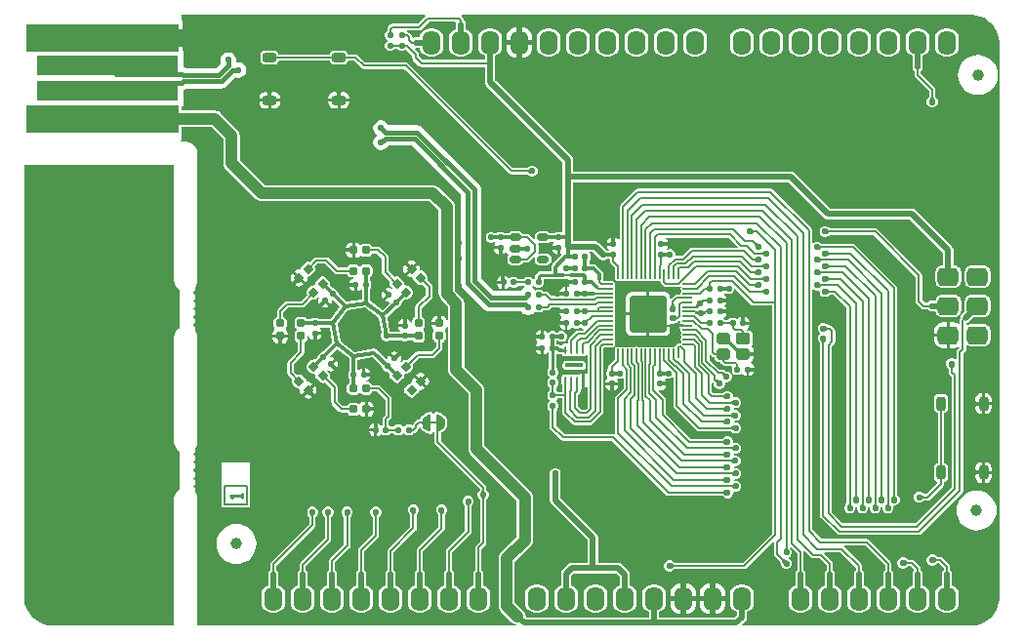
<source format=gtl>
G04*
G04 #@! TF.GenerationSoftware,Altium Limited,Altium Designer,21.1.1 (26)*
G04*
G04 Layer_Physical_Order=1*
G04 Layer_Color=255*
%FSAX44Y44*%
%MOMM*%
G71*
G04*
G04 #@! TF.SameCoordinates,35B4BD9A-10F4-4648-9EF8-68C66FDF8F35*
G04*
G04*
G04 #@! TF.FilePolarity,Positive*
G04*
G01*
G75*
%ADD10C,0.2000*%
%ADD11C,0.2500*%
%ADD12C,0.1500*%
G04:AMPARAMS|DCode=13|XSize=0.7mm|YSize=0.25mm|CornerRadius=0.0625mm|HoleSize=0mm|Usage=FLASHONLY|Rotation=90.000|XOffset=0mm|YOffset=0mm|HoleType=Round|Shape=RoundedRectangle|*
%AMROUNDEDRECTD13*
21,1,0.7000,0.1250,0,0,90.0*
21,1,0.5750,0.2500,0,0,90.0*
1,1,0.1250,0.0625,0.2875*
1,1,0.1250,0.0625,-0.2875*
1,1,0.1250,-0.0625,-0.2875*
1,1,0.1250,-0.0625,0.2875*
%
%ADD13ROUNDEDRECTD13*%
G04:AMPARAMS|DCode=14|XSize=1.6mm|YSize=0.4mm|CornerRadius=0.1mm|HoleSize=0mm|Usage=FLASHONLY|Rotation=180.000|XOffset=0mm|YOffset=0mm|HoleType=Round|Shape=RoundedRectangle|*
%AMROUNDEDRECTD14*
21,1,1.6000,0.2000,0,0,180.0*
21,1,1.4000,0.4000,0,0,180.0*
1,1,0.2000,-0.7000,0.1000*
1,1,0.2000,0.7000,0.1000*
1,1,0.2000,0.7000,-0.1000*
1,1,0.2000,-0.7000,-0.1000*
%
%ADD14ROUNDEDRECTD14*%
G04:AMPARAMS|DCode=15|XSize=1.2mm|YSize=1mm|CornerRadius=0.25mm|HoleSize=0mm|Usage=FLASHONLY|Rotation=180.000|XOffset=0mm|YOffset=0mm|HoleType=Round|Shape=RoundedRectangle|*
%AMROUNDEDRECTD15*
21,1,1.2000,0.5000,0,0,180.0*
21,1,0.7000,1.0000,0,0,180.0*
1,1,0.5000,-0.3500,0.2500*
1,1,0.5000,0.3500,0.2500*
1,1,0.5000,0.3500,-0.2500*
1,1,0.5000,-0.3500,-0.2500*
%
%ADD15ROUNDEDRECTD15*%
G04:AMPARAMS|DCode=16|XSize=1.2mm|YSize=1mm|CornerRadius=0.1mm|HoleSize=0mm|Usage=FLASHONLY|Rotation=180.000|XOffset=0mm|YOffset=0mm|HoleType=Round|Shape=RoundedRectangle|*
%AMROUNDEDRECTD16*
21,1,1.2000,0.8000,0,0,180.0*
21,1,1.0000,1.0000,0,0,180.0*
1,1,0.2000,-0.5000,0.4000*
1,1,0.2000,0.5000,0.4000*
1,1,0.2000,0.5000,-0.4000*
1,1,0.2000,-0.5000,-0.4000*
%
%ADD16ROUNDEDRECTD16*%
G04:AMPARAMS|DCode=17|XSize=0.5mm|YSize=0.5mm|CornerRadius=0.125mm|HoleSize=0mm|Usage=FLASHONLY|Rotation=90.000|XOffset=0mm|YOffset=0mm|HoleType=Round|Shape=RoundedRectangle|*
%AMROUNDEDRECTD17*
21,1,0.5000,0.2500,0,0,90.0*
21,1,0.2500,0.5000,0,0,90.0*
1,1,0.2500,0.1250,0.1250*
1,1,0.2500,0.1250,-0.1250*
1,1,0.2500,-0.1250,-0.1250*
1,1,0.2500,-0.1250,0.1250*
%
%ADD17ROUNDEDRECTD17*%
G04:AMPARAMS|DCode=18|XSize=0.7mm|YSize=0.7mm|CornerRadius=0.14mm|HoleSize=0mm|Usage=FLASHONLY|Rotation=90.000|XOffset=0mm|YOffset=0mm|HoleType=Round|Shape=RoundedRectangle|*
%AMROUNDEDRECTD18*
21,1,0.7000,0.4200,0,0,90.0*
21,1,0.4200,0.7000,0,0,90.0*
1,1,0.2800,0.2100,0.2100*
1,1,0.2800,0.2100,-0.2100*
1,1,0.2800,-0.2100,-0.2100*
1,1,0.2800,-0.2100,0.2100*
%
%ADD18ROUNDEDRECTD18*%
G04:AMPARAMS|DCode=19|XSize=0.5mm|YSize=0.5mm|CornerRadius=0.125mm|HoleSize=0mm|Usage=FLASHONLY|Rotation=0.000|XOffset=0mm|YOffset=0mm|HoleType=Round|Shape=RoundedRectangle|*
%AMROUNDEDRECTD19*
21,1,0.5000,0.2500,0,0,0.0*
21,1,0.2500,0.5000,0,0,0.0*
1,1,0.2500,0.1250,-0.1250*
1,1,0.2500,-0.1250,-0.1250*
1,1,0.2500,-0.1250,0.1250*
1,1,0.2500,0.1250,0.1250*
%
%ADD19ROUNDEDRECTD19*%
G04:AMPARAMS|DCode=20|XSize=0.7mm|YSize=0.7mm|CornerRadius=0.14mm|HoleSize=0mm|Usage=FLASHONLY|Rotation=45.000|XOffset=0mm|YOffset=0mm|HoleType=Round|Shape=RoundedRectangle|*
%AMROUNDEDRECTD20*
21,1,0.7000,0.4200,0,0,45.0*
21,1,0.4200,0.7000,0,0,45.0*
1,1,0.2800,0.2970,0.0000*
1,1,0.2800,0.0000,-0.2970*
1,1,0.2800,-0.2970,0.0000*
1,1,0.2800,0.0000,0.2970*
%
%ADD20ROUNDEDRECTD20*%
G04:AMPARAMS|DCode=21|XSize=0.5mm|YSize=0.5mm|CornerRadius=0.125mm|HoleSize=0mm|Usage=FLASHONLY|Rotation=315.000|XOffset=0mm|YOffset=0mm|HoleType=Round|Shape=RoundedRectangle|*
%AMROUNDEDRECTD21*
21,1,0.5000,0.2500,0,0,315.0*
21,1,0.2500,0.5000,0,0,315.0*
1,1,0.2500,0.0000,-0.1768*
1,1,0.2500,-0.1768,0.0000*
1,1,0.2500,0.0000,0.1768*
1,1,0.2500,0.1768,0.0000*
%
%ADD21ROUNDEDRECTD21*%
G04:AMPARAMS|DCode=22|XSize=0.7mm|YSize=0.7mm|CornerRadius=0.14mm|HoleSize=0mm|Usage=FLASHONLY|Rotation=0.000|XOffset=0mm|YOffset=0mm|HoleType=Round|Shape=RoundedRectangle|*
%AMROUNDEDRECTD22*
21,1,0.7000,0.4200,0,0,0.0*
21,1,0.4200,0.7000,0,0,0.0*
1,1,0.2800,0.2100,-0.2100*
1,1,0.2800,-0.2100,-0.2100*
1,1,0.2800,-0.2100,0.2100*
1,1,0.2800,0.2100,0.2100*
%
%ADD22ROUNDEDRECTD22*%
G04:AMPARAMS|DCode=23|XSize=0.7mm|YSize=0.7mm|CornerRadius=0.14mm|HoleSize=0mm|Usage=FLASHONLY|Rotation=315.000|XOffset=0mm|YOffset=0mm|HoleType=Round|Shape=RoundedRectangle|*
%AMROUNDEDRECTD23*
21,1,0.7000,0.4200,0,0,315.0*
21,1,0.4200,0.7000,0,0,315.0*
1,1,0.2800,0.0000,-0.2970*
1,1,0.2800,-0.2970,0.0000*
1,1,0.2800,0.0000,0.2970*
1,1,0.2800,0.2970,0.0000*
%
%ADD23ROUNDEDRECTD23*%
G04:AMPARAMS|DCode=24|XSize=0.5mm|YSize=0.5mm|CornerRadius=0.125mm|HoleSize=0mm|Usage=FLASHONLY|Rotation=225.000|XOffset=0mm|YOffset=0mm|HoleType=Round|Shape=RoundedRectangle|*
%AMROUNDEDRECTD24*
21,1,0.5000,0.2500,0,0,225.0*
21,1,0.2500,0.5000,0,0,225.0*
1,1,0.2500,-0.1768,0.0000*
1,1,0.2500,0.0000,0.1768*
1,1,0.2500,0.1768,0.0000*
1,1,0.2500,0.0000,-0.1768*
%
%ADD24ROUNDEDRECTD24*%
G04:AMPARAMS|DCode=25|XSize=0.6mm|YSize=1mm|CornerRadius=0.15mm|HoleSize=0mm|Usage=FLASHONLY|Rotation=90.000|XOffset=0mm|YOffset=0mm|HoleType=Round|Shape=RoundedRectangle|*
%AMROUNDEDRECTD25*
21,1,0.6000,0.7000,0,0,90.0*
21,1,0.3000,1.0000,0,0,90.0*
1,1,0.3000,0.3500,0.1500*
1,1,0.3000,0.3500,-0.1500*
1,1,0.3000,-0.3500,-0.1500*
1,1,0.3000,-0.3500,0.1500*
%
%ADD25ROUNDEDRECTD25*%
G04:AMPARAMS|DCode=26|XSize=0.75mm|YSize=0.8mm|CornerRadius=0.1875mm|HoleSize=0mm|Usage=FLASHONLY|Rotation=270.000|XOffset=0mm|YOffset=0mm|HoleType=Round|Shape=RoundedRectangle|*
%AMROUNDEDRECTD26*
21,1,0.7500,0.4250,0,0,270.0*
21,1,0.3750,0.8000,0,0,270.0*
1,1,0.3750,-0.2125,-0.1875*
1,1,0.3750,-0.2125,0.1875*
1,1,0.3750,0.2125,0.1875*
1,1,0.3750,0.2125,-0.1875*
%
%ADD26ROUNDEDRECTD26*%
G04:AMPARAMS|DCode=27|XSize=0.45mm|YSize=0.5mm|CornerRadius=0.1125mm|HoleSize=0mm|Usage=FLASHONLY|Rotation=270.000|XOffset=0mm|YOffset=0mm|HoleType=Round|Shape=RoundedRectangle|*
%AMROUNDEDRECTD27*
21,1,0.4500,0.2750,0,0,270.0*
21,1,0.2250,0.5000,0,0,270.0*
1,1,0.2250,-0.1375,-0.1125*
1,1,0.2250,-0.1375,0.1125*
1,1,0.2250,0.1375,0.1125*
1,1,0.2250,0.1375,-0.1125*
%
%ADD27ROUNDEDRECTD27*%
G04:AMPARAMS|DCode=28|XSize=0.45mm|YSize=0.5mm|CornerRadius=0.1125mm|HoleSize=0mm|Usage=FLASHONLY|Rotation=0.000|XOffset=0mm|YOffset=0mm|HoleType=Round|Shape=RoundedRectangle|*
%AMROUNDEDRECTD28*
21,1,0.4500,0.2750,0,0,0.0*
21,1,0.2250,0.5000,0,0,0.0*
1,1,0.2250,0.1125,-0.1375*
1,1,0.2250,-0.1125,-0.1375*
1,1,0.2250,-0.1125,0.1375*
1,1,0.2250,0.1125,0.1375*
%
%ADD28ROUNDEDRECTD28*%
G04:AMPARAMS|DCode=29|XSize=0.2mm|YSize=0.8mm|CornerRadius=0.075mm|HoleSize=0mm|Usage=FLASHONLY|Rotation=90.000|XOffset=0mm|YOffset=0mm|HoleType=Round|Shape=RoundedRectangle|*
%AMROUNDEDRECTD29*
21,1,0.2000,0.6500,0,0,90.0*
21,1,0.0500,0.8000,0,0,90.0*
1,1,0.1500,0.3250,0.0250*
1,1,0.1500,0.3250,-0.0250*
1,1,0.1500,-0.3250,-0.0250*
1,1,0.1500,-0.3250,0.0250*
%
%ADD29ROUNDEDRECTD29*%
G04:AMPARAMS|DCode=30|XSize=0.8mm|YSize=0.2mm|CornerRadius=0.075mm|HoleSize=0mm|Usage=FLASHONLY|Rotation=90.000|XOffset=0mm|YOffset=0mm|HoleType=Round|Shape=RoundedRectangle|*
%AMROUNDEDRECTD30*
21,1,0.8000,0.0500,0,0,90.0*
21,1,0.6500,0.2000,0,0,90.0*
1,1,0.1500,0.0250,0.3250*
1,1,0.1500,0.0250,-0.3250*
1,1,0.1500,-0.0250,-0.3250*
1,1,0.1500,-0.0250,0.3250*
%
%ADD30ROUNDEDRECTD30*%
G04:AMPARAMS|DCode=31|XSize=0.8mm|YSize=1.2mm|CornerRadius=0.2mm|HoleSize=0mm|Usage=FLASHONLY|Rotation=0.000|XOffset=0mm|YOffset=0mm|HoleType=Round|Shape=RoundedRectangle|*
%AMROUNDEDRECTD31*
21,1,0.8000,0.8000,0,0,0.0*
21,1,0.4000,1.2000,0,0,0.0*
1,1,0.4000,0.2000,-0.4000*
1,1,0.4000,-0.2000,-0.4000*
1,1,0.4000,-0.2000,0.4000*
1,1,0.4000,0.2000,0.4000*
%
%ADD31ROUNDEDRECTD31*%
G04:AMPARAMS|DCode=32|XSize=0.8mm|YSize=1.2mm|CornerRadius=0.2mm|HoleSize=0mm|Usage=FLASHONLY|Rotation=270.000|XOffset=0mm|YOffset=0mm|HoleType=Round|Shape=RoundedRectangle|*
%AMROUNDEDRECTD32*
21,1,0.8000,0.8000,0,0,270.0*
21,1,0.4000,1.2000,0,0,270.0*
1,1,0.4000,-0.4000,-0.2000*
1,1,0.4000,-0.4000,0.2000*
1,1,0.4000,0.4000,0.2000*
1,1,0.4000,0.4000,-0.2000*
%
%ADD32ROUNDEDRECTD32*%
%ADD62R,13.3000X2.4000*%
%ADD63R,12.3000X1.8000*%
%ADD64C,1.0000*%
G04:AMPARAMS|DCode=65|XSize=3.2mm|YSize=3.2mm|CornerRadius=0.16mm|HoleSize=0mm|Usage=FLASHONLY|Rotation=90.000|XOffset=0mm|YOffset=0mm|HoleType=Round|Shape=RoundedRectangle|*
%AMROUNDEDRECTD65*
21,1,3.2000,2.8800,0,0,90.0*
21,1,2.8800,3.2000,0,0,90.0*
1,1,0.3200,1.4400,1.4400*
1,1,0.3200,1.4400,-1.4400*
1,1,0.3200,-1.4400,-1.4400*
1,1,0.3200,-1.4400,1.4400*
%
%ADD65ROUNDEDRECTD65*%
%ADD66C,0.3000*%
%ADD67C,1.0000*%
%ADD68C,0.5000*%
%ADD69C,0.4000*%
%ADD70C,1.5000*%
G04:AMPARAMS|DCode=71|XSize=2mm|YSize=1.6mm|CornerRadius=0.6mm|HoleSize=0mm|Usage=FLASHONLY|Rotation=90.000|XOffset=0mm|YOffset=0mm|HoleType=Round|Shape=RoundedRectangle|*
%AMROUNDEDRECTD71*
21,1,2.0000,0.4000,0,0,90.0*
21,1,0.8000,1.6000,0,0,90.0*
1,1,1.2000,0.2000,0.4000*
1,1,1.2000,0.2000,-0.4000*
1,1,1.2000,-0.2000,-0.4000*
1,1,1.2000,-0.2000,0.4000*
%
%ADD71ROUNDEDRECTD71*%
G04:AMPARAMS|DCode=72|XSize=1.8mm|YSize=1.6mm|CornerRadius=0.4mm|HoleSize=0mm|Usage=FLASHONLY|Rotation=0.000|XOffset=0mm|YOffset=0mm|HoleType=Round|Shape=RoundedRectangle|*
%AMROUNDEDRECTD72*
21,1,1.8000,0.8000,0,0,0.0*
21,1,1.0000,1.6000,0,0,0.0*
1,1,0.8000,0.5000,-0.4000*
1,1,0.8000,-0.5000,-0.4000*
1,1,0.8000,-0.5000,0.4000*
1,1,0.8000,0.5000,0.4000*
%
%ADD72ROUNDEDRECTD72*%
%ADD73C,0.5500*%
G36*
X00830869Y00534476D02*
X00834022Y00533631D01*
X00837038Y00532382D01*
X00839865Y00530750D01*
X00842454Y00528763D01*
X00844763Y00526454D01*
X00846750Y00523865D01*
X00848382Y00521037D01*
X00849631Y00518022D01*
X00850476Y00514869D01*
X00850902Y00511632D01*
X00850902Y00510000D01*
X00850902Y00030000D01*
Y00028368D01*
X00850476Y00025131D01*
X00849631Y00021978D01*
X00848382Y00018963D01*
X00846750Y00016135D01*
X00844763Y00013546D01*
X00842454Y00011237D01*
X00839865Y00009250D01*
X00837038Y00007618D01*
X00834022Y00006369D01*
X00830869Y00005524D01*
X00827632Y00005098D01*
X00826000D01*
X00627893Y00005098D01*
X00627510Y00006022D01*
X00630617Y00009129D01*
X00631612Y00010617D01*
X00631961Y00012373D01*
Y00016986D01*
X00633408Y00017585D01*
X00635079Y00018867D01*
X00636361Y00020538D01*
X00637167Y00022485D01*
X00637442Y00024573D01*
Y00032573D01*
X00637167Y00034661D01*
X00636361Y00036607D01*
X00635079Y00038279D01*
X00633408Y00039561D01*
X00631461Y00040367D01*
X00629373Y00040642D01*
X00625373D01*
X00623285Y00040367D01*
X00621339Y00039561D01*
X00619667Y00038279D01*
X00618385Y00036607D01*
X00617579Y00034661D01*
X00617304Y00032573D01*
Y00024573D01*
X00617579Y00022485D01*
X00618385Y00020538D01*
X00619667Y00018867D01*
X00621339Y00017585D01*
X00622785Y00016986D01*
Y00014274D01*
X00620600Y00012088D01*
X00555761D01*
Y00016986D01*
X00557207Y00017585D01*
X00558879Y00018867D01*
X00560161Y00020538D01*
X00560967Y00022485D01*
X00561242Y00024573D01*
Y00032573D01*
X00560967Y00034661D01*
X00560161Y00036607D01*
X00558879Y00038279D01*
X00557207Y00039561D01*
X00555261Y00040367D01*
X00553173Y00040642D01*
X00549173D01*
X00547085Y00040367D01*
X00545139Y00039561D01*
X00543467Y00038279D01*
X00542185Y00036607D01*
X00541379Y00034661D01*
X00541104Y00032573D01*
Y00024573D01*
X00541379Y00022485D01*
X00542185Y00020538D01*
X00543467Y00018867D01*
X00545139Y00017585D01*
X00546585Y00016986D01*
Y00012088D01*
X00440826D01*
X00440053Y00012944D01*
X00440060Y00013000D01*
X00439820Y00014827D01*
X00439114Y00016530D01*
X00437992Y00017992D01*
X00430560Y00025424D01*
Y00060575D01*
X00444278Y00074293D01*
X00445400Y00075756D01*
X00446105Y00077458D01*
X00446346Y00079286D01*
Y00116214D01*
X00446105Y00118042D01*
X00445400Y00119745D01*
X00444278Y00121207D01*
X00404060Y00161425D01*
Y00209355D01*
X00403820Y00211182D01*
X00403115Y00212885D01*
X00401992Y00214347D01*
X00386560Y00229779D01*
Y00245072D01*
Y00285000D01*
X00386320Y00286827D01*
X00385615Y00288530D01*
X00384492Y00289992D01*
X00378560Y00295924D01*
Y00330000D01*
Y00368206D01*
X00378320Y00370033D01*
X00377615Y00371736D01*
X00376492Y00373199D01*
X00364300Y00385391D01*
X00362838Y00386513D01*
X00361135Y00387218D01*
X00359308Y00387459D01*
X00213763D01*
X00191972Y00409249D01*
Y00430588D01*
X00191731Y00432416D01*
X00191026Y00434119D01*
X00189904Y00435581D01*
X00175492Y00449992D01*
X00174030Y00451115D01*
X00172327Y00451820D01*
X00170500Y00452060D01*
X00141059D01*
Y00456000D01*
X00143000D01*
Y00470148D01*
X00143052Y00470154D01*
X00143907Y00470509D01*
X00144511Y00470759D01*
X00145246Y00471323D01*
X00175800D01*
X00177366Y00471529D01*
X00178221Y00471884D01*
X00178825Y00472134D01*
X00180079Y00473096D01*
X00188009Y00481026D01*
X00188057Y00480998D01*
X00189773Y00480538D01*
X00191551D01*
X00193267Y00480998D01*
X00194807Y00481886D01*
X00196063Y00483143D01*
X00196952Y00484682D01*
X00197412Y00486399D01*
Y00488176D01*
X00196952Y00489893D01*
X00196063Y00491432D01*
X00194807Y00492689D01*
X00193267Y00493578D01*
X00191551Y00494038D01*
X00189773D01*
X00189341Y00493922D01*
X00188634Y00494629D01*
X00188750Y00495061D01*
Y00496838D01*
X00188290Y00498555D01*
X00187401Y00500094D01*
X00186145Y00501351D01*
X00184605Y00502240D01*
X00182889Y00502700D01*
X00181111D01*
X00179395Y00502240D01*
X00177855Y00501351D01*
X00176599Y00500094D01*
X00175710Y00498555D01*
X00175250Y00496838D01*
Y00495061D01*
X00175710Y00493344D01*
X00175738Y00493296D01*
X00171118Y00488677D01*
X00145246D01*
X00144511Y00489241D01*
X00143907Y00489491D01*
X00143052Y00489846D01*
X00143000Y00489852D01*
Y00504000D01*
X00142000D01*
Y00530000D01*
X00141059D01*
Y00534000D01*
X00141033Y00534129D01*
X00141667Y00534902D01*
X00352594D01*
X00352898Y00534241D01*
X00352937Y00533902D01*
X00346339Y00527304D01*
X00324000D01*
X00322927Y00527090D01*
X00322017Y00526483D01*
X00320517Y00524983D01*
X00319910Y00524073D01*
X00319696Y00523000D01*
Y00521429D01*
X00318872Y00520878D01*
X00318181Y00519844D01*
X00317939Y00518625D01*
Y00516375D01*
X00318181Y00515156D01*
X00318872Y00514122D01*
X00319725Y00513552D01*
X00319814Y00513066D01*
Y00512934D01*
X00319725Y00512448D01*
X00318872Y00511878D01*
X00318181Y00510844D01*
X00317939Y00509625D01*
Y00507375D01*
X00318181Y00506156D01*
X00318872Y00505122D01*
X00319906Y00504431D01*
X00321125Y00504189D01*
X00323875D01*
X00325094Y00504431D01*
X00326128Y00505122D01*
X00326341Y00505441D01*
X00328659D01*
X00328872Y00505122D01*
X00329906Y00504431D01*
X00331125Y00504189D01*
X00333875D01*
X00335094Y00504431D01*
X00336083Y00505092D01*
X00341441Y00499733D01*
Y00498000D01*
X00341441Y00498000D01*
X00341674Y00496829D01*
X00342337Y00495837D01*
X00347337Y00490837D01*
X00348330Y00490174D01*
X00349500Y00489941D01*
X00349500Y00489941D01*
X00404345D01*
Y00477067D01*
X00404694Y00475311D01*
X00405689Y00473823D01*
X00471912Y00407599D01*
Y00394500D01*
Y00346775D01*
X00471206Y00346398D01*
X00470912Y00346333D01*
X00469750Y00346564D01*
X00467250D01*
X00465982Y00346311D01*
X00464907Y00345593D01*
X00464891Y00345569D01*
X00461327D01*
X00461023Y00346023D01*
X00459866Y00346797D01*
X00458500Y00347069D01*
X00451500D01*
X00450134Y00346797D01*
X00448977Y00346023D01*
X00448203Y00344866D01*
X00447931Y00343500D01*
Y00341350D01*
X00446931Y00340936D01*
X00443705Y00344163D01*
X00442712Y00344826D01*
X00441542Y00345059D01*
X00441542Y00345059D01*
X00437668D01*
X00437023Y00346023D01*
X00435866Y00346797D01*
X00434500Y00347069D01*
X00427500D01*
X00426134Y00346797D01*
X00424977Y00346023D01*
X00424673Y00345569D01*
X00421609D01*
X00421593Y00345593D01*
X00420518Y00346311D01*
X00419250Y00346564D01*
X00416750D01*
X00415482Y00346311D01*
X00414407Y00345593D01*
X00414390Y00345569D01*
X00413149D01*
X00412691Y00346027D01*
X00410945Y00346750D01*
X00409055D01*
X00407309Y00346027D01*
X00405973Y00344691D01*
X00405250Y00342945D01*
Y00341055D01*
X00405973Y00339309D01*
X00407309Y00337973D01*
X00409055Y00337250D01*
X00410945D01*
X00412657Y00337959D01*
X00412697Y00337971D01*
X00412914Y00337910D01*
X00413314Y00336757D01*
X00412747Y00335908D01*
X00412417Y00334250D01*
Y00334250D01*
X00418000D01*
Y00333000D01*
X00419250D01*
Y00327417D01*
X00419250D01*
X00420908Y00327747D01*
X00422314Y00328686D01*
X00422403Y00328820D01*
X00423576Y00328774D01*
X00424256Y00327756D01*
X00424977Y00327274D01*
Y00327023D01*
X00424203Y00325866D01*
X00423931Y00324500D01*
Y00321500D01*
X00424203Y00320134D01*
X00424977Y00318977D01*
X00426134Y00318203D01*
X00427500Y00317931D01*
X00434500D01*
X00435866Y00318203D01*
X00437023Y00318977D01*
X00437668Y00319941D01*
X00441013D01*
X00441014Y00319941D01*
X00442184Y00320174D01*
X00443176Y00320837D01*
X00446997Y00324657D01*
X00447931Y00324178D01*
Y00321500D01*
X00448203Y00320134D01*
X00448977Y00318977D01*
X00450134Y00318203D01*
X00451500Y00317931D01*
X00458500D01*
X00459866Y00318203D01*
X00461023Y00318977D01*
X00461797Y00320134D01*
X00462069Y00321500D01*
Y00324500D01*
X00461797Y00325866D01*
X00461023Y00327023D01*
X00459866Y00327797D01*
X00458500Y00328069D01*
X00451500D01*
X00451468Y00328062D01*
X00451214Y00328244D01*
X00450712Y00328931D01*
X00450887Y00329815D01*
Y00335713D01*
X00450887Y00335713D01*
X00450821Y00336047D01*
X00451268Y00336630D01*
X00451665Y00336931D01*
X00458500D01*
X00459866Y00337203D01*
X00461023Y00337977D01*
X00461327Y00338431D01*
X00464058D01*
X00464362Y00337431D01*
X00464186Y00337314D01*
X00463247Y00335908D01*
X00462917Y00334250D01*
X00468500D01*
Y00333000D01*
X00469750D01*
Y00327417D01*
X00469750D01*
X00470530Y00327572D01*
X00471023Y00326650D01*
X00463227Y00318854D01*
X00462453Y00317696D01*
X00462181Y00316331D01*
Y00312564D01*
X00452464D01*
X00451196Y00312311D01*
X00450121Y00311593D01*
X00448657Y00310129D01*
X00447939Y00309054D01*
X00447686Y00307785D01*
Y00306671D01*
X00447622Y00306628D01*
X00447052Y00305775D01*
X00446566Y00305686D01*
X00446435D01*
X00445948Y00305775D01*
X00445378Y00306628D01*
X00444344Y00307319D01*
X00443125Y00307561D01*
X00440875D01*
X00439656Y00307319D01*
X00438622Y00306628D01*
X00438242Y00306059D01*
X00433258D01*
X00432878Y00306628D01*
X00431844Y00307319D01*
X00430625Y00307561D01*
X00428375D01*
X00427156Y00307319D01*
X00426122Y00306628D01*
X00425000Y00306749D01*
X00424599Y00307349D01*
X00423234Y00308261D01*
X00421750Y00308556D01*
Y00303000D01*
Y00297444D01*
X00423234Y00297739D01*
X00424599Y00298651D01*
X00425000Y00299251D01*
X00426122Y00299372D01*
X00427156Y00298681D01*
X00428375Y00298439D01*
X00430625D01*
X00431844Y00298681D01*
X00432878Y00299372D01*
X00433258Y00299941D01*
X00438178D01*
X00438445Y00299637D01*
X00438622Y00299372D01*
X00438757Y00299282D01*
X00438839Y00299188D01*
X00438731Y00298096D01*
X00438102Y00297836D01*
X00437006Y00296994D01*
X00436164Y00295898D01*
X00435969Y00295427D01*
X00412556D01*
X00401168Y00306816D01*
Y00383809D01*
X00400961Y00385375D01*
X00400607Y00386230D01*
X00400357Y00386834D01*
X00399395Y00388088D01*
X00349954Y00437529D01*
X00348700Y00438491D01*
X00348096Y00438741D01*
X00347241Y00439096D01*
X00345675Y00439302D01*
X00320804D01*
X00320790Y00439355D01*
X00319901Y00440895D01*
X00318645Y00442151D01*
X00317105Y00443040D01*
X00315389Y00443500D01*
X00313611D01*
X00311895Y00443040D01*
X00310355Y00442151D01*
X00309099Y00440895D01*
X00308210Y00439355D01*
X00307750Y00437639D01*
Y00435861D01*
X00308210Y00434145D01*
X00309099Y00432605D01*
X00310355Y00431349D01*
X00310743Y00431125D01*
Y00430125D01*
X00310355Y00429901D01*
X00309099Y00428645D01*
X00308210Y00427105D01*
X00307750Y00425389D01*
Y00423611D01*
X00308210Y00421895D01*
X00309099Y00420355D01*
X00310355Y00419099D01*
X00311895Y00418210D01*
X00313611Y00417750D01*
X00315389D01*
X00317105Y00418210D01*
X00318645Y00419099D01*
X00319901Y00420355D01*
X00320790Y00421895D01*
X00320804Y00421948D01*
X00340993D01*
X00383814Y00379127D01*
Y00302134D01*
X00384020Y00300568D01*
X00384375Y00299713D01*
X00384625Y00299108D01*
X00385587Y00297855D01*
X00403596Y00279846D01*
X00404849Y00278884D01*
X00406309Y00278279D01*
X00407875Y00278073D01*
X00435969D01*
X00436164Y00277602D01*
X00437006Y00276506D01*
X00438102Y00275664D01*
X00439379Y00275135D01*
X00440750Y00274955D01*
X00443250D01*
X00444621Y00275135D01*
X00445898Y00275664D01*
X00446994Y00276506D01*
X00447836Y00277602D01*
X00447854Y00277608D01*
X00448482Y00277189D01*
X00449750Y00276936D01*
X00452250D01*
X00453518Y00277189D01*
X00454593Y00277907D01*
X00454950Y00278441D01*
X00458535D01*
X00458535Y00278441D01*
X00459705Y00278674D01*
X00460698Y00279337D01*
X00462302Y00280941D01*
X00468992D01*
X00469654Y00279941D01*
X00469417Y00278750D01*
Y00278750D01*
X00475000D01*
Y00276250D01*
X00469417D01*
Y00276250D01*
X00469747Y00274592D01*
X00470686Y00273186D01*
X00470964Y00273000D01*
Y00272000D01*
X00470686Y00271814D01*
X00469747Y00270408D01*
X00469417Y00268750D01*
Y00268750D01*
X00475000D01*
Y00267500D01*
X00476250D01*
Y00261917D01*
X00476250D01*
X00477908Y00262247D01*
X00479314Y00263186D01*
X00479796Y00263907D01*
X00480407D01*
X00481482Y00263189D01*
X00482750Y00262936D01*
X00485250D01*
X00486518Y00263189D01*
X00487593Y00263907D01*
X00488305Y00263977D01*
X00488809Y00263473D01*
X00489785Y00263069D01*
X00490044Y00262031D01*
X00489514Y00261395D01*
X00485591D01*
X00484518Y00261181D01*
X00483608Y00260573D01*
X00477517Y00254483D01*
X00476910Y00253573D01*
X00476696Y00252500D01*
Y00250343D01*
X00475696Y00249688D01*
X00475125Y00249801D01*
X00473875D01*
X00472851Y00249598D01*
X00471982Y00249018D01*
X00471519Y00248324D01*
X00470735Y00248157D01*
X00470385Y00248162D01*
X00470089Y00248458D01*
X00468932Y00249231D01*
X00467566Y00249503D01*
X00466654D01*
X00466593Y00249593D01*
X00466569Y00249610D01*
Y00252390D01*
X00466593Y00252407D01*
X00466609Y00252431D01*
X00467851D01*
X00468309Y00251973D01*
X00470055Y00251250D01*
X00471945D01*
X00473691Y00251973D01*
X00475027Y00253309D01*
X00475750Y00255055D01*
Y00256945D01*
X00475027Y00258691D01*
X00473691Y00260027D01*
X00471945Y00260750D01*
X00470055D01*
X00468309Y00260027D01*
X00467851Y00259569D01*
X00466609D01*
X00466593Y00259593D01*
X00465518Y00260311D01*
X00464250Y00260564D01*
X00461750D01*
X00460482Y00260311D01*
X00459407Y00259593D01*
X00458796D01*
X00458314Y00260314D01*
X00456908Y00261253D01*
X00455250Y00261583D01*
X00455250D01*
Y00256000D01*
X00454000D01*
Y00254750D01*
X00448417D01*
Y00254750D01*
X00448747Y00253092D01*
X00449686Y00251686D01*
X00449964Y00251500D01*
Y00250500D01*
X00449686Y00250314D01*
X00448747Y00248908D01*
X00448417Y00247250D01*
Y00247250D01*
X00454000D01*
Y00246000D01*
X00455250D01*
Y00240417D01*
X00455250D01*
X00456908Y00240747D01*
X00458314Y00241686D01*
X00458711Y00242280D01*
X00459686Y00241940D01*
Y00234000D01*
X00459939Y00232732D01*
X00460186Y00232361D01*
Y00228780D01*
X00459907Y00228593D01*
X00459189Y00227518D01*
X00458936Y00226250D01*
Y00223750D01*
X00459189Y00222482D01*
X00459907Y00221407D01*
X00460364Y00221101D01*
Y00219899D01*
X00459907Y00219593D01*
X00459189Y00218518D01*
X00458936Y00217250D01*
Y00214750D01*
X00459189Y00213482D01*
X00459907Y00212407D01*
X00460696Y00211880D01*
Y00209121D01*
X00459907Y00208593D01*
X00459189Y00207518D01*
X00458936Y00206250D01*
Y00203750D01*
X00459189Y00202482D01*
X00459907Y00201407D01*
X00460364Y00201101D01*
Y00199899D01*
X00459907Y00199593D01*
X00459189Y00198518D01*
X00458936Y00197250D01*
Y00194750D01*
X00459189Y00193482D01*
X00459907Y00192407D01*
X00460696Y00191880D01*
Y00177500D01*
X00460910Y00176427D01*
X00461517Y00175517D01*
X00470517Y00166517D01*
X00471427Y00165910D01*
X00472500Y00165696D01*
X00514339D01*
X00561517Y00118517D01*
X00562427Y00117910D01*
X00563500Y00117696D01*
X00610209D01*
X00612150Y00116633D01*
X00612309Y00116473D01*
X00614055Y00115750D01*
X00615945D01*
X00617691Y00116473D01*
X00619027Y00117809D01*
X00619750Y00119555D01*
Y00120708D01*
X00620750Y00121376D01*
X00621055Y00121250D01*
X00622945D01*
X00624691Y00121973D01*
X00626027Y00123309D01*
X00626750Y00125055D01*
Y00126945D01*
X00626027Y00128691D01*
X00624691Y00130027D01*
X00622945Y00130750D01*
X00621055D01*
X00620355Y00131500D01*
X00620585Y00131746D01*
X00621277Y00132250D01*
X00622945D01*
X00624691Y00132973D01*
X00626027Y00134309D01*
X00626750Y00136055D01*
Y00137945D01*
X00626027Y00139691D01*
X00624691Y00141027D01*
X00622945Y00141750D01*
X00621055D01*
X00620536Y00142409D01*
X00621322Y00143250D01*
X00622445D01*
X00624191Y00143973D01*
X00625527Y00145309D01*
X00626250Y00147055D01*
Y00148945D01*
X00625527Y00150691D01*
X00624191Y00152027D01*
X00622445Y00152750D01*
X00621322D01*
X00620536Y00153591D01*
X00621055Y00154250D01*
X00622945D01*
X00624691Y00154973D01*
X00626027Y00156309D01*
X00626750Y00158055D01*
Y00159945D01*
X00626027Y00161691D01*
X00624691Y00163027D01*
X00622945Y00163750D01*
X00621055D01*
X00620750Y00163624D01*
X00619750Y00164292D01*
Y00165445D01*
X00619027Y00167191D01*
X00617691Y00168527D01*
X00615945Y00169250D01*
X00614055D01*
X00612309Y00168527D01*
X00612150Y00168367D01*
X00610209Y00167304D01*
X00583161D01*
X00561304Y00189161D01*
Y00201105D01*
X00561090Y00202178D01*
X00560483Y00203088D01*
X00555154Y00208417D01*
X00555568Y00209417D01*
X00557250D01*
X00558908Y00209747D01*
X00560314Y00210686D01*
X00561253Y00212092D01*
X00561583Y00213750D01*
Y00213750D01*
X00556000D01*
Y00216250D01*
X00561583D01*
X00561253Y00217908D01*
X00560516Y00219012D01*
X00561179Y00219820D01*
X00562555Y00219250D01*
X00564445D01*
X00566191Y00219973D01*
X00567196Y00220979D01*
X00568196Y00220564D01*
Y00195609D01*
X00568410Y00194536D01*
X00569017Y00193626D01*
X00588126Y00174517D01*
X00589036Y00173910D01*
X00590109Y00173696D01*
X00617156D01*
X00619097Y00172633D01*
X00619257Y00172473D01*
X00621002Y00171750D01*
X00622892D01*
X00624638Y00172473D01*
X00625974Y00173809D01*
X00626697Y00175555D01*
Y00177445D01*
X00625974Y00179191D01*
X00624638Y00180527D01*
X00622892Y00181250D01*
X00621002D01*
X00620483Y00181909D01*
X00621269Y00182750D01*
X00622392D01*
X00624138Y00183473D01*
X00625474Y00184809D01*
X00626197Y00186555D01*
Y00188445D01*
X00625474Y00190191D01*
X00624138Y00191527D01*
X00622392Y00192250D01*
X00621269D01*
X00620483Y00193091D01*
X00621002Y00193750D01*
X00622892D01*
X00624638Y00194473D01*
X00625974Y00195809D01*
X00626697Y00197555D01*
Y00199445D01*
X00625974Y00201191D01*
X00624638Y00202527D01*
X00622892Y00203250D01*
X00621002D01*
X00620697Y00203124D01*
X00619697Y00203792D01*
Y00204945D01*
X00618974Y00206691D01*
X00617638Y00208027D01*
X00615892Y00208750D01*
X00614002D01*
X00612257Y00208027D01*
X00612097Y00207867D01*
X00610156Y00206804D01*
X00602661D01*
X00601304Y00208161D01*
Y00215540D01*
X00602304Y00216131D01*
X00602771Y00215874D01*
X00603240Y00214270D01*
Y00214045D01*
X00603963Y00212299D01*
X00605299Y00210963D01*
X00607045Y00210240D01*
X00608934D01*
X00610680Y00210963D01*
X00612016Y00212299D01*
X00612740Y00214045D01*
Y00215326D01*
X00612975Y00216015D01*
X00613663Y00216250D01*
X00614945D01*
X00616691Y00216973D01*
X00618027Y00218309D01*
X00618750Y00220055D01*
Y00221945D01*
X00618027Y00223691D01*
X00616691Y00225027D01*
X00614945Y00225750D01*
X00614719D01*
X00612492Y00226401D01*
X00611802Y00226861D01*
X00610729Y00227075D01*
X00607890D01*
X00599186Y00235779D01*
Y00239935D01*
X00600186Y00240349D01*
X00601517Y00239017D01*
X00602427Y00238410D01*
X00603471Y00238202D01*
X00603761Y00236744D01*
X00604756Y00235256D01*
X00606244Y00234261D01*
X00608000Y00233912D01*
X00608813D01*
X00608910Y00233427D01*
X00609517Y00232517D01*
X00611017Y00231017D01*
X00611927Y00230410D01*
X00613000Y00230196D01*
X00618204D01*
X00619025Y00229196D01*
X00618936Y00228750D01*
Y00226250D01*
X00619189Y00224982D01*
X00619907Y00223907D01*
X00620982Y00223189D01*
X00622250Y00222936D01*
X00624750D01*
X00626018Y00223189D01*
X00627093Y00223907D01*
X00627704D01*
X00628186Y00223186D01*
X00629592Y00222247D01*
X00631250Y00221917D01*
X00631250D01*
Y00227500D01*
X00632500D01*
Y00228750D01*
X00638083D01*
Y00228750D01*
X00637753Y00230408D01*
X00636814Y00231814D01*
X00635408Y00232753D01*
X00635183Y00232798D01*
X00635051Y00233087D01*
X00634984Y00233857D01*
X00635923Y00234577D01*
X00636804Y00235726D01*
X00637358Y00237064D01*
X00637547Y00238500D01*
Y00239750D01*
X00628500D01*
Y00242250D01*
X00637547D01*
Y00243500D01*
X00637358Y00244936D01*
X00636804Y00246274D01*
X00636230Y00247022D01*
X00635663Y00247837D01*
X00636326Y00248829D01*
X00636559Y00250000D01*
Y00258000D01*
X00636326Y00259170D01*
X00635663Y00260163D01*
X00634670Y00260826D01*
X00633500Y00261059D01*
X00632061D01*
X00631825Y00261388D01*
X00632075Y00262692D01*
X00632814Y00263186D01*
X00633753Y00264592D01*
X00634083Y00266250D01*
Y00266250D01*
X00628500D01*
Y00267500D01*
X00627250D01*
Y00273083D01*
X00625592Y00272753D01*
X00624186Y00271814D01*
X00623704Y00271093D01*
X00623093D01*
X00622018Y00271811D01*
X00620750Y00272064D01*
X00618250D01*
X00616982Y00271811D01*
X00615907Y00271093D01*
X00615379Y00270304D01*
X00612620D01*
X00612093Y00271093D01*
X00611719Y00271343D01*
X00611696Y00271409D01*
X00611787Y00272500D01*
X00612814Y00273186D01*
X00613753Y00274592D01*
X00614083Y00276250D01*
Y00276250D01*
X00608500D01*
Y00278750D01*
X00614083D01*
Y00278750D01*
X00613753Y00280408D01*
X00612814Y00281814D01*
X00612536Y00282000D01*
Y00283000D01*
X00612814Y00283186D01*
X00613753Y00284592D01*
X00614083Y00286250D01*
X00608500D01*
Y00288750D01*
X00614083D01*
Y00288750D01*
X00613753Y00290408D01*
X00612814Y00291814D01*
X00612203Y00292222D01*
X00612116Y00293377D01*
X00612614Y00293827D01*
X00613018Y00293764D01*
X00613309Y00293473D01*
X00615055Y00292750D01*
X00616945D01*
X00618691Y00293473D01*
X00620027Y00294809D01*
X00620750Y00296555D01*
Y00296978D01*
X00621674Y00297361D01*
X00635372Y00283663D01*
X00636282Y00283055D01*
X00637355Y00282841D01*
X00653787D01*
Y00085253D01*
X00628339Y00059804D01*
X00569291D01*
X00567350Y00060867D01*
X00567191Y00061027D01*
X00565445Y00061750D01*
X00563555D01*
X00561809Y00061027D01*
X00560473Y00059691D01*
X00559750Y00057945D01*
Y00056055D01*
X00560473Y00054309D01*
X00561809Y00052973D01*
X00563555Y00052250D01*
X00565445D01*
X00567191Y00052973D01*
X00567350Y00053133D01*
X00569291Y00054196D01*
X00629500D01*
X00630573Y00054410D01*
X00631483Y00055017D01*
X00654276Y00077811D01*
X00655198Y00077318D01*
X00655196Y00077311D01*
Y00067000D01*
X00655410Y00065927D01*
X00656017Y00065017D01*
X00660630Y00060405D01*
X00661250Y00058281D01*
Y00058055D01*
X00661973Y00056309D01*
X00663309Y00054973D01*
X00665055Y00054250D01*
X00666945D01*
X00668691Y00054973D01*
X00670027Y00056309D01*
X00670750Y00058055D01*
Y00059945D01*
X00670027Y00061691D01*
X00668691Y00063027D01*
X00668251Y00063209D01*
Y00064291D01*
X00668691Y00064473D01*
X00670027Y00065809D01*
X00670750Y00067555D01*
Y00069445D01*
X00670027Y00071191D01*
X00669867Y00071350D01*
X00669302Y00072381D01*
X00670111Y00072987D01*
X00675369Y00067729D01*
Y00053366D01*
X00674929Y00053071D01*
X00673934Y00051583D01*
X00673585Y00049827D01*
Y00040160D01*
X00672139Y00039561D01*
X00670467Y00038279D01*
X00669185Y00036607D01*
X00668379Y00034661D01*
X00668104Y00032573D01*
Y00024573D01*
X00668379Y00022485D01*
X00669185Y00020538D01*
X00670467Y00018867D01*
X00672139Y00017585D01*
X00674085Y00016779D01*
X00676173Y00016504D01*
X00680173D01*
X00682261Y00016779D01*
X00684208Y00017585D01*
X00685879Y00018867D01*
X00687161Y00020538D01*
X00687967Y00022485D01*
X00688242Y00024573D01*
Y00032573D01*
X00687967Y00034661D01*
X00687161Y00036607D01*
X00685879Y00038279D01*
X00684208Y00039561D01*
X00682761Y00040160D01*
Y00049827D01*
X00682412Y00051583D01*
X00681417Y00053071D01*
X00680977Y00053366D01*
Y00068890D01*
X00680880Y00069376D01*
X00681802Y00069868D01*
X00687153Y00064517D01*
X00688062Y00063910D01*
X00689135Y00063696D01*
X00694839D01*
X00700769Y00057766D01*
Y00053366D01*
X00700329Y00053071D01*
X00699334Y00051583D01*
X00698985Y00049827D01*
Y00040160D01*
X00697539Y00039561D01*
X00695867Y00038279D01*
X00694585Y00036607D01*
X00693779Y00034661D01*
X00693504Y00032573D01*
Y00024573D01*
X00693779Y00022485D01*
X00694585Y00020538D01*
X00695867Y00018867D01*
X00697539Y00017585D01*
X00699485Y00016779D01*
X00701573Y00016504D01*
X00705573D01*
X00707661Y00016779D01*
X00709607Y00017585D01*
X00711279Y00018867D01*
X00712561Y00020538D01*
X00713367Y00022485D01*
X00713642Y00024573D01*
Y00032573D01*
X00713367Y00034661D01*
X00712561Y00036607D01*
X00711279Y00038279D01*
X00709607Y00039561D01*
X00708161Y00040160D01*
Y00049827D01*
X00707812Y00051583D01*
X00706817Y00053071D01*
X00706377Y00053366D01*
Y00058927D01*
X00706163Y00060000D01*
X00705556Y00060910D01*
X00698769Y00067696D01*
X00699183Y00068696D01*
X00712839D01*
X00726169Y00055366D01*
Y00053366D01*
X00725729Y00053071D01*
X00724734Y00051583D01*
X00724385Y00049827D01*
Y00040160D01*
X00722939Y00039561D01*
X00721267Y00038279D01*
X00719985Y00036607D01*
X00719179Y00034661D01*
X00718904Y00032573D01*
Y00024573D01*
X00719179Y00022485D01*
X00719985Y00020538D01*
X00721267Y00018867D01*
X00722939Y00017585D01*
X00724885Y00016779D01*
X00726973Y00016504D01*
X00730973D01*
X00733061Y00016779D01*
X00735007Y00017585D01*
X00736679Y00018867D01*
X00737961Y00020538D01*
X00738767Y00022485D01*
X00739042Y00024573D01*
Y00032573D01*
X00738767Y00034661D01*
X00737961Y00036607D01*
X00736679Y00038279D01*
X00735007Y00039561D01*
X00733561Y00040160D01*
Y00049827D01*
X00733212Y00051583D01*
X00732217Y00053071D01*
X00731777Y00053366D01*
Y00056527D01*
X00731563Y00057600D01*
X00730956Y00058510D01*
X00715983Y00073483D01*
X00715663Y00073696D01*
X00715966Y00074696D01*
X00734339D01*
X00751569Y00057466D01*
Y00053366D01*
X00751129Y00053071D01*
X00750134Y00051583D01*
X00749785Y00049827D01*
Y00040160D01*
X00748338Y00039561D01*
X00746667Y00038279D01*
X00745385Y00036607D01*
X00744579Y00034661D01*
X00744304Y00032573D01*
Y00024573D01*
X00744579Y00022485D01*
X00745385Y00020538D01*
X00746667Y00018867D01*
X00748338Y00017585D01*
X00750285Y00016779D01*
X00752373Y00016504D01*
X00756373D01*
X00758461Y00016779D01*
X00760407Y00017585D01*
X00762079Y00018867D01*
X00763361Y00020538D01*
X00764167Y00022485D01*
X00764442Y00024573D01*
Y00032573D01*
X00764167Y00034661D01*
X00763361Y00036607D01*
X00762079Y00038279D01*
X00760407Y00039561D01*
X00758961Y00040160D01*
Y00049827D01*
X00758612Y00051583D01*
X00757617Y00053071D01*
X00757177Y00053366D01*
Y00058627D01*
X00756963Y00059700D01*
X00756356Y00060610D01*
X00737483Y00079483D01*
X00736573Y00080090D01*
X00735500Y00080304D01*
X00696661D01*
X00688439Y00088526D01*
Y00296429D01*
X00689439Y00296844D01*
X00689809Y00296473D01*
X00691555Y00295750D01*
X00693445D01*
X00693750Y00295876D01*
X00694750Y00295208D01*
Y00294055D01*
X00695473Y00292309D01*
X00696809Y00290973D01*
X00698555Y00290250D01*
X00700445D01*
X00702191Y00290973D01*
X00702350Y00291133D01*
X00704291Y00292196D01*
X00706839D01*
X00718196Y00280839D01*
Y00111791D01*
X00717133Y00109850D01*
X00716973Y00109691D01*
X00716250Y00107945D01*
Y00106055D01*
X00716973Y00104309D01*
X00718309Y00102973D01*
X00720055Y00102250D01*
X00721945D01*
X00723691Y00102973D01*
X00725027Y00104309D01*
X00725750Y00106055D01*
Y00107945D01*
X00726500Y00108644D01*
X00726746Y00108415D01*
X00727250Y00107723D01*
Y00106055D01*
X00727973Y00104309D01*
X00729309Y00102973D01*
X00731055Y00102250D01*
X00732945D01*
X00734691Y00102973D01*
X00736027Y00104309D01*
X00736750Y00106055D01*
Y00107945D01*
X00737500Y00108644D01*
X00737746Y00108415D01*
X00738250Y00107723D01*
Y00106055D01*
X00738973Y00104309D01*
X00740309Y00102973D01*
X00742055Y00102250D01*
X00743945D01*
X00745691Y00102973D01*
X00747027Y00104309D01*
X00747750Y00106055D01*
Y00107945D01*
X00748500Y00108645D01*
X00748746Y00108415D01*
X00749250Y00107723D01*
Y00106055D01*
X00749973Y00104309D01*
X00751309Y00102973D01*
X00753055Y00102250D01*
X00754945D01*
X00756691Y00102973D01*
X00758027Y00104309D01*
X00758750Y00106055D01*
Y00107945D01*
X00758624Y00108250D01*
X00759292Y00109250D01*
X00760445D01*
X00762191Y00109973D01*
X00763527Y00111309D01*
X00764250Y00113055D01*
Y00114945D01*
X00763527Y00116691D01*
X00763367Y00116850D01*
X00762304Y00118791D01*
Y00297947D01*
X00762090Y00299020D01*
X00761483Y00299930D01*
X00725930Y00335483D01*
X00725020Y00336090D01*
X00723947Y00336304D01*
X00697291D01*
X00695350Y00337367D01*
X00695191Y00337527D01*
X00693445Y00338250D01*
X00691555D01*
X00689809Y00337527D01*
X00689439Y00337156D01*
X00688439Y00337570D01*
Y00348200D01*
X00688225Y00349272D01*
X00687618Y00350182D01*
X00654317Y00383483D01*
X00653407Y00384090D01*
X00652334Y00384304D01*
X00536887Y00384304D01*
X00535814Y00384090D01*
X00534905Y00383483D01*
X00522017Y00370595D01*
X00521409Y00369686D01*
X00521196Y00368613D01*
Y00340657D01*
X00520196Y00340393D01*
X00518908Y00341253D01*
X00517250Y00341583D01*
Y00336000D01*
X00516000D01*
Y00334750D01*
X00510417D01*
Y00334750D01*
X00510747Y00333092D01*
X00511686Y00331686D01*
X00511861Y00331569D01*
X00511558Y00330569D01*
X00510164D01*
X00509706Y00331027D01*
X00509315Y00331189D01*
X00503259Y00337244D01*
X00501771Y00338239D01*
X00500015Y00338588D01*
X00487836D01*
X00487445Y00338750D01*
X00485555D01*
X00485164Y00338588D01*
X00481088D01*
Y00342083D01*
Y00389912D01*
X00667599Y00389912D01*
X00698256Y00359256D01*
X00699744Y00358261D01*
X00701500Y00357912D01*
X00773017D01*
X00801855Y00329074D01*
Y00318025D01*
X00801443D01*
X00799877Y00317819D01*
X00798417Y00317214D01*
X00797164Y00316252D01*
X00796202Y00314999D01*
X00795598Y00313539D01*
X00795391Y00311973D01*
Y00303973D01*
X00795598Y00302407D01*
X00796202Y00300947D01*
X00797164Y00299694D01*
X00798417Y00298732D01*
X00799877Y00298127D01*
X00801443Y00297921D01*
X00811443D01*
X00813009Y00298127D01*
X00814469Y00298732D01*
X00815722Y00299694D01*
X00816684Y00300947D01*
X00817289Y00302407D01*
X00817495Y00303973D01*
Y00311973D01*
X00817289Y00313539D01*
X00816684Y00314999D01*
X00815722Y00316252D01*
X00814469Y00317214D01*
X00813009Y00317819D01*
X00811443Y00318025D01*
X00811031D01*
Y00330974D01*
X00810682Y00332730D01*
X00809687Y00334219D01*
X00778162Y00365744D01*
X00776673Y00366739D01*
X00774917Y00367088D01*
X00703400D01*
X00672744Y00397744D01*
X00671256Y00398739D01*
X00669500Y00399088D01*
X00481088Y00399088D01*
Y00409500D01*
X00480739Y00411256D01*
X00479744Y00412744D01*
X00413521Y00478968D01*
Y00493000D01*
Y00499586D01*
X00414967Y00500185D01*
X00416639Y00501467D01*
X00417921Y00503139D01*
X00418727Y00505085D01*
X00419002Y00507173D01*
Y00515173D01*
X00418727Y00517261D01*
X00417921Y00519207D01*
X00416639Y00520879D01*
X00414967Y00522161D01*
X00413021Y00522967D01*
X00410933Y00523242D01*
X00406933D01*
X00404845Y00522967D01*
X00402898Y00522161D01*
X00401227Y00520879D01*
X00399945Y00519207D01*
X00399139Y00517261D01*
X00398864Y00515173D01*
Y00507173D01*
X00399139Y00505085D01*
X00399945Y00503139D01*
X00401227Y00501467D01*
X00402898Y00500185D01*
X00404345Y00499586D01*
Y00496059D01*
X00350767D01*
X00347559Y00499267D01*
Y00501000D01*
X00347559Y00501000D01*
X00347326Y00502170D01*
X00346663Y00503163D01*
X00344077Y00505749D01*
X00344570Y00506670D01*
X00345000Y00506585D01*
X00348141D01*
X00348339Y00505085D01*
X00349145Y00503139D01*
X00350427Y00501467D01*
X00352099Y00500185D01*
X00354045Y00499379D01*
X00356133Y00499104D01*
X00360133D01*
X00362221Y00499379D01*
X00364168Y00500185D01*
X00365839Y00501467D01*
X00367121Y00503139D01*
X00367927Y00505085D01*
X00368202Y00507173D01*
Y00515173D01*
X00367927Y00517261D01*
X00367121Y00519207D01*
X00365839Y00520879D01*
X00364168Y00522161D01*
X00362221Y00522967D01*
X00360133Y00523242D01*
X00356133D01*
X00354045Y00522967D01*
X00352099Y00522161D01*
X00350427Y00520879D01*
X00349145Y00519207D01*
X00348339Y00517261D01*
X00348141Y00515761D01*
X00345000D01*
X00343244Y00515412D01*
X00342677Y00515033D01*
X00342458Y00515150D01*
X00341777Y00515634D01*
X00341590Y00516573D01*
X00340983Y00517483D01*
X00338983Y00519483D01*
X00338073Y00520090D01*
X00337109Y00520282D01*
X00336905Y00520466D01*
X00336769Y00520696D01*
X00337341Y00521696D01*
X00347500D01*
X00348573Y00521910D01*
X00349483Y00522517D01*
X00356161Y00529196D01*
X00378477D01*
X00379183Y00528196D01*
X00378945Y00527000D01*
Y00522760D01*
X00377499Y00522161D01*
X00375827Y00520879D01*
X00374545Y00519207D01*
X00373739Y00517261D01*
X00373464Y00515173D01*
Y00507173D01*
X00373739Y00505085D01*
X00374545Y00503139D01*
X00375827Y00501467D01*
X00377499Y00500185D01*
X00379445Y00499379D01*
X00381533Y00499104D01*
X00385533D01*
X00387621Y00499379D01*
X00389567Y00500185D01*
X00391239Y00501467D01*
X00392521Y00503139D01*
X00393327Y00505085D01*
X00393602Y00507173D01*
Y00515173D01*
X00393327Y00517261D01*
X00392521Y00519207D01*
X00391239Y00520879D01*
X00389567Y00522161D01*
X00388121Y00522760D01*
Y00527000D01*
X00387772Y00528756D01*
X00386777Y00530244D01*
X00386320Y00530550D01*
X00386123Y00531540D01*
X00385516Y00532450D01*
X00384063Y00533902D01*
X00384102Y00534241D01*
X00384406Y00534902D01*
X00826000Y00534902D01*
X00827632D01*
X00830869Y00534476D01*
D02*
G37*
G36*
X00638252Y00347750D02*
Y00346250D01*
X00635608Y00344801D01*
Y00349199D01*
X00638252Y00347750D01*
D02*
G37*
G36*
X00642387Y00336222D02*
X00639277Y00333113D01*
X00638432Y00336007D01*
X00639493Y00337068D01*
X00642387Y00336222D01*
D02*
G37*
G36*
X00696796Y00334250D02*
X00696796Y00332750D01*
X00694151Y00331301D01*
X00694151Y00335699D01*
X00696796Y00334250D01*
D02*
G37*
G36*
X00623860Y00333787D02*
X00623477Y00332864D01*
X00584060D01*
X00582987Y00332650D01*
X00582077Y00332042D01*
X00575839Y00325804D01*
X00569918D01*
X00569750Y00326055D01*
Y00327945D01*
X00569027Y00329691D01*
X00567691Y00331027D01*
X00565945Y00331750D01*
X00564055D01*
X00562678Y00331180D01*
X00562016Y00331988D01*
X00562753Y00333092D01*
X00563083Y00334750D01*
X00557500D01*
Y00337250D01*
X00563083D01*
Y00337250D01*
X00562753Y00338908D01*
X00561814Y00340314D01*
X00561242Y00340696D01*
X00561546Y00341696D01*
X00615951D01*
X00623860Y00333787D01*
D02*
G37*
G36*
X00647349Y00325801D02*
X00644704Y00327250D01*
Y00328750D01*
X00647349Y00330199D01*
Y00325801D01*
D02*
G37*
G36*
X00703796Y00328750D02*
X00703796Y00327250D01*
X00701151Y00325801D01*
X00701151Y00330199D01*
X00703796Y00328750D01*
D02*
G37*
G36*
X00640331Y00320314D02*
X00637695Y00321786D01*
X00637715Y00323285D01*
X00640367Y00324712D01*
X00640331Y00320314D01*
D02*
G37*
G36*
X00696796Y00323250D02*
X00696796Y00321750D01*
X00694151Y00320301D01*
X00694151Y00324699D01*
X00696796Y00323250D01*
D02*
G37*
G36*
X00647349Y00314801D02*
X00644704Y00316250D01*
Y00317750D01*
X00647349Y00319199D01*
Y00314801D01*
D02*
G37*
G36*
X00703796Y00317750D02*
X00703796Y00316250D01*
X00701151Y00314801D01*
X00701151Y00319199D01*
X00703796Y00317750D01*
D02*
G37*
G36*
X00640349Y00309301D02*
X00637704Y00310750D01*
Y00312250D01*
X00640349Y00313699D01*
Y00309301D01*
D02*
G37*
G36*
X00696796Y00312250D02*
X00696796Y00310750D01*
X00694151Y00309301D01*
X00694151Y00313699D01*
X00696796Y00312250D01*
D02*
G37*
G36*
X00477050Y00305418D02*
X00476917Y00304750D01*
Y00304750D01*
X00482500D01*
Y00302250D01*
X00476917D01*
Y00302250D01*
X00477247Y00300592D01*
X00477776Y00299799D01*
X00477175Y00298899D01*
X00476250Y00299083D01*
X00476250D01*
Y00293500D01*
X00475000D01*
Y00292250D01*
X00469417D01*
Y00292250D01*
X00469500Y00291832D01*
X00468866Y00291059D01*
X00462610D01*
X00459506Y00294163D01*
X00458514Y00294826D01*
X00457343Y00295059D01*
X00457343Y00295059D01*
X00454950D01*
X00454593Y00295593D01*
X00453518Y00296311D01*
X00452250Y00296564D01*
X00449750D01*
X00448482Y00296311D01*
X00447854Y00295892D01*
X00447836Y00295898D01*
X00446994Y00296994D01*
X00445898Y00297836D01*
X00445269Y00298096D01*
X00445158Y00299225D01*
X00445378Y00299372D01*
X00445948Y00300225D01*
X00446435Y00300314D01*
X00446566D01*
X00447052Y00300225D01*
X00447622Y00299372D01*
X00448656Y00298681D01*
X00449875Y00298439D01*
X00452125D01*
X00453344Y00298681D01*
X00454378Y00299372D01*
X00455069Y00300406D01*
X00455311Y00301625D01*
Y00304375D01*
X00455200Y00304936D01*
X00455951Y00305936D01*
X00464468D01*
X00465750Y00305681D01*
X00472500D01*
X00473866Y00305953D01*
X00474222Y00306191D01*
X00476415D01*
X00477050Y00305418D01*
D02*
G37*
G36*
X00647349Y00303801D02*
X00644704Y00305250D01*
Y00306750D01*
X00647349Y00308199D01*
Y00303801D01*
D02*
G37*
G36*
X00703796Y00306750D02*
Y00305250D01*
X00701151Y00303801D01*
Y00308199D01*
X00703796Y00306750D01*
D02*
G37*
G36*
X00640349Y00298301D02*
X00637704Y00299750D01*
Y00301250D01*
X00640349Y00302699D01*
Y00298301D01*
D02*
G37*
G36*
X00696796Y00301250D02*
Y00299750D01*
X00694151Y00298301D01*
Y00302699D01*
X00696796Y00301250D01*
D02*
G37*
G36*
X00647349Y00292801D02*
X00644704Y00294250D01*
Y00295750D01*
X00647349Y00297199D01*
Y00292801D01*
D02*
G37*
G36*
X00703796Y00295750D02*
X00703796Y00294250D01*
X00701151Y00292801D01*
X00701151Y00297199D01*
X00703796Y00295750D01*
D02*
G37*
G36*
X00502826Y00324700D02*
X00502988Y00324309D01*
X00504324Y00322973D01*
X00506070Y00322250D01*
X00507960D01*
X00509706Y00322973D01*
X00510164Y00323431D01*
X00512391D01*
X00512407Y00323407D01*
X00512941Y00323050D01*
Y00321000D01*
X00512941Y00321000D01*
X00513174Y00319830D01*
X00513837Y00318837D01*
X00516941Y00315733D01*
Y00309850D01*
X00516946Y00309825D01*
Y00306600D01*
X00517160Y00305527D01*
X00517767Y00304617D01*
X00518677Y00304010D01*
X00519750Y00303796D01*
X00520250D01*
X00521323Y00304010D01*
X00522000Y00304462D01*
X00522677Y00304010D01*
X00523750Y00303796D01*
X00524250D01*
X00525323Y00304010D01*
X00526000Y00304462D01*
X00526677Y00304010D01*
X00527750Y00303796D01*
X00528250D01*
X00529323Y00304010D01*
X00530000Y00304462D01*
X00530677Y00304010D01*
X00531750Y00303796D01*
X00532250D01*
X00533323Y00304010D01*
X00534000Y00304462D01*
X00534677Y00304010D01*
X00535750Y00303796D01*
X00536250D01*
X00537323Y00304010D01*
X00538000Y00304462D01*
X00538677Y00304010D01*
X00539750Y00303796D01*
X00540250D01*
X00541323Y00304010D01*
X00542000Y00304462D01*
X00542677Y00304010D01*
X00543750Y00303796D01*
X00544250D01*
X00545323Y00304010D01*
X00546000Y00304462D01*
X00546677Y00304010D01*
X00547750Y00303796D01*
X00548250D01*
X00549323Y00304010D01*
X00550000Y00304462D01*
X00550677Y00304010D01*
X00551750Y00303796D01*
X00552250D01*
X00553323Y00304010D01*
X00554000Y00304462D01*
X00554677Y00304010D01*
X00555750Y00303796D01*
X00556250D01*
X00556316Y00303809D01*
X00557299Y00302985D01*
X00557410Y00302427D01*
X00558017Y00301517D01*
X00559517Y00300017D01*
X00560427Y00299410D01*
X00561500Y00299196D01*
X00572500D01*
X00573573Y00299410D01*
X00573744Y00299524D01*
X00573840Y00299522D01*
X00574521Y00298841D01*
X00574510Y00298823D01*
X00574296Y00297750D01*
Y00297250D01*
X00574510Y00296177D01*
X00574962Y00295500D01*
X00574510Y00294823D01*
X00574296Y00293750D01*
Y00293250D01*
X00574331Y00293077D01*
X00573696Y00292304D01*
X00571000D01*
X00569927Y00292090D01*
X00569017Y00291483D01*
X00566090Y00288555D01*
X00565090Y00288970D01*
Y00289900D01*
X00564733Y00291695D01*
X00563716Y00293216D01*
X00562195Y00294233D01*
X00560400Y00294590D01*
X00547250D01*
Y00275500D01*
Y00256410D01*
X00560400D01*
X00562195Y00256767D01*
X00563716Y00257784D01*
X00564733Y00259305D01*
X00565090Y00261100D01*
Y00266957D01*
X00565922Y00267512D01*
X00566555Y00267250D01*
X00568445D01*
X00570191Y00267973D01*
X00570350Y00268133D01*
X00572489Y00269305D01*
X00573017Y00269410D01*
X00573034Y00269421D01*
X00574078Y00269104D01*
X00574396Y00268454D01*
X00573568Y00267213D01*
X00573475Y00266750D01*
X00575891D01*
X00576027Y00266659D01*
X00577100Y00266446D01*
X00580350D01*
Y00264554D01*
X00577100D01*
X00576027Y00264341D01*
X00575891Y00264250D01*
X00573475D01*
X00573568Y00263787D01*
X00574396Y00262546D01*
X00574448Y00262512D01*
X00574296Y00261750D01*
Y00261250D01*
X00574510Y00260177D01*
X00574962Y00259500D01*
X00574510Y00258823D01*
X00574296Y00257750D01*
Y00257250D01*
X00574510Y00256177D01*
X00574962Y00255500D01*
X00574510Y00254823D01*
X00574296Y00253750D01*
Y00253250D01*
X00574510Y00252177D01*
X00574962Y00251500D01*
X00574510Y00250823D01*
X00574372Y00250133D01*
X00574121Y00250183D01*
X00572879D01*
X00571806Y00249969D01*
X00570896Y00249361D01*
X00570017Y00248483D01*
X00569410Y00247573D01*
X00569295Y00246996D01*
X00568250Y00247204D01*
X00567750D01*
X00566677Y00246990D01*
X00566000Y00246538D01*
X00565323Y00246990D01*
X00564250Y00247204D01*
X00563750D01*
X00562677Y00246990D01*
X00562000Y00246538D01*
X00561323Y00246990D01*
X00560250Y00247204D01*
X00559750D01*
X00558677Y00246990D01*
X00558000Y00246538D01*
X00557323Y00246990D01*
X00556250Y00247204D01*
X00555750D01*
X00554677Y00246990D01*
X00554000Y00246538D01*
X00553323Y00246990D01*
X00552250Y00247204D01*
X00551750D01*
X00550677Y00246990D01*
X00550000Y00246538D01*
X00549323Y00246990D01*
X00548250Y00247204D01*
X00547750D01*
X00546677Y00246990D01*
X00546000Y00246538D01*
X00545323Y00246990D01*
X00544250Y00247204D01*
X00543750D01*
X00542677Y00246990D01*
X00542000Y00246538D01*
X00541323Y00246990D01*
X00540250Y00247204D01*
X00539750D01*
X00538677Y00246990D01*
X00538000Y00246538D01*
X00537323Y00246990D01*
X00536250Y00247204D01*
X00535750D01*
X00534677Y00246990D01*
X00534000Y00246538D01*
X00533323Y00246990D01*
X00532250Y00247204D01*
X00531750D01*
X00530677Y00246990D01*
X00530000Y00246538D01*
X00529323Y00246990D01*
X00528250Y00247204D01*
X00527750D01*
X00526677Y00246990D01*
X00526000Y00246538D01*
X00525323Y00246990D01*
X00524250Y00247204D01*
X00523750D01*
X00522677Y00246990D01*
X00522000Y00246538D01*
X00521323Y00246990D01*
X00520250Y00247204D01*
X00519750D01*
X00518677Y00246990D01*
X00517767Y00246383D01*
X00517160Y00245473D01*
X00516946Y00244400D01*
Y00241175D01*
X00516941Y00241150D01*
Y00236247D01*
X00512337Y00231643D01*
X00511674Y00230650D01*
X00511441Y00229480D01*
X00511441Y00229480D01*
Y00227950D01*
X00510907Y00227593D01*
X00510189Y00226518D01*
X00509936Y00225250D01*
Y00222750D01*
X00510189Y00221482D01*
X00510907Y00220407D01*
Y00219796D01*
X00510186Y00219314D01*
X00509247Y00217908D01*
X00508917Y00216250D01*
X00520083D01*
X00519753Y00217908D01*
X00519016Y00219012D01*
X00519678Y00219820D01*
X00521055Y00219250D01*
X00522945D01*
X00524104Y00219730D01*
X00525104Y00219080D01*
Y00211213D01*
X00518017Y00204125D01*
X00517410Y00203216D01*
X00517196Y00202143D01*
Y00172053D01*
X00517237Y00171850D01*
X00516978Y00171554D01*
X00516359Y00171133D01*
X00515500Y00171304D01*
X00473661D01*
X00466304Y00178661D01*
Y00191880D01*
X00467093Y00192407D01*
X00467811Y00193482D01*
X00468064Y00194750D01*
Y00197250D01*
X00467811Y00198518D01*
X00467093Y00199593D01*
X00466636Y00199899D01*
Y00201101D01*
X00467093Y00201407D01*
X00467621Y00202196D01*
X00471696D01*
Y00190000D01*
X00471910Y00188927D01*
X00472517Y00188017D01*
X00480517Y00180017D01*
X00481427Y00179410D01*
X00482500Y00179196D01*
X00496000D01*
X00497073Y00179410D01*
X00497983Y00180017D01*
X00506574Y00188609D01*
X00507182Y00189518D01*
X00507395Y00190591D01*
Y00245768D01*
X00508216Y00246483D01*
X00508400Y00246446D01*
X00514900D01*
X00515973Y00246660D01*
X00516883Y00247267D01*
X00517490Y00248177D01*
X00517704Y00249250D01*
Y00249750D01*
X00517490Y00250823D01*
X00517038Y00251500D01*
X00517490Y00252177D01*
X00517704Y00253250D01*
Y00253750D01*
X00517490Y00254823D01*
X00517038Y00255500D01*
X00517490Y00256177D01*
X00517704Y00257250D01*
Y00257750D01*
X00517490Y00258823D01*
X00517038Y00259500D01*
X00517490Y00260177D01*
X00517704Y00261250D01*
Y00261750D01*
X00517490Y00262823D01*
X00517038Y00263500D01*
X00517490Y00264177D01*
X00517704Y00265250D01*
Y00265750D01*
X00517490Y00266823D01*
X00517038Y00267500D01*
X00517490Y00268177D01*
X00517704Y00269250D01*
Y00269750D01*
X00517490Y00270823D01*
X00517038Y00271500D01*
X00517490Y00272177D01*
X00517704Y00273250D01*
Y00273750D01*
X00517490Y00274823D01*
X00517038Y00275500D01*
X00517490Y00276177D01*
X00517704Y00277250D01*
Y00277750D01*
X00517490Y00278823D01*
X00517038Y00279500D01*
X00517490Y00280177D01*
X00517704Y00281250D01*
Y00281750D01*
X00517490Y00282823D01*
X00517038Y00283500D01*
X00517490Y00284177D01*
X00517704Y00285250D01*
Y00285750D01*
X00517490Y00286823D01*
X00517038Y00287500D01*
X00517490Y00288177D01*
X00517704Y00289250D01*
Y00289750D01*
X00517490Y00290823D01*
X00517038Y00291500D01*
X00517490Y00292177D01*
X00517704Y00293250D01*
Y00293750D01*
X00517490Y00294823D01*
X00517038Y00295500D01*
X00517490Y00296177D01*
X00517704Y00297250D01*
Y00297750D01*
X00517490Y00298823D01*
X00517038Y00299500D01*
X00517490Y00300177D01*
X00517704Y00301250D01*
Y00301750D01*
X00517490Y00302823D01*
X00516883Y00303733D01*
X00515973Y00304340D01*
X00514900Y00304554D01*
X00511675D01*
X00511650Y00304559D01*
X00507920D01*
X00507285Y00305332D01*
X00507318Y00305500D01*
Y00309963D01*
X00507047Y00311329D01*
X00506273Y00312487D01*
X00501236Y00317523D01*
X00500079Y00318297D01*
X00498713Y00318569D01*
X00495109D01*
X00495093Y00318593D01*
X00495069Y00318610D01*
Y00321390D01*
X00495093Y00321407D01*
X00495811Y00322482D01*
X00496064Y00323750D01*
Y00326250D01*
X00495811Y00327518D01*
X00495214Y00328412D01*
X00495423Y00329072D01*
X00495657Y00329412D01*
X00498114D01*
X00502826Y00324700D01*
D02*
G37*
G36*
X00594685Y00286771D02*
X00593723Y00284117D01*
X00590617Y00287223D01*
X00593271Y00288185D01*
X00594685Y00286771D01*
D02*
G37*
G36*
X00569699Y00281651D02*
X00565301D01*
X00566750Y00284296D01*
X00568250D01*
X00569699Y00281651D01*
D02*
G37*
G36*
X00591383Y00281777D02*
X00588729Y00280815D01*
X00587315Y00282229D01*
X00588277Y00284883D01*
X00591383Y00281777D01*
D02*
G37*
G36*
X00595000Y00277500D02*
Y00275500D01*
X00593950Y00275250D01*
Y00277750D01*
X00595000Y00277500D01*
D02*
G37*
G36*
X00589050Y00275250D02*
X00588000Y00275500D01*
Y00277500D01*
X00589050Y00277750D01*
Y00275250D01*
D02*
G37*
G36*
X00571796Y00272750D02*
Y00271250D01*
X00569151Y00269801D01*
Y00274199D01*
X00571796Y00272750D01*
D02*
G37*
G36*
X00177851Y00427664D02*
Y00406325D01*
X00178092Y00404498D01*
X00178797Y00402795D01*
X00179919Y00401333D01*
X00205846Y00375406D01*
X00207308Y00374284D01*
X00209011Y00373579D01*
X00210838Y00373338D01*
X00356383D01*
X00364440Y00365282D01*
Y00330000D01*
Y00293000D01*
X00364680Y00291173D01*
X00365386Y00289470D01*
X00366507Y00288008D01*
X00372440Y00282076D01*
Y00270435D01*
X00371440Y00270337D01*
X00371245Y00271317D01*
X00370272Y00272772D01*
X00368817Y00273745D01*
X00367100Y00274086D01*
X00366250D01*
Y00267500D01*
X00365000D01*
Y00266250D01*
X00358414D01*
Y00265400D01*
X00358755Y00263683D01*
X00359728Y00262228D01*
X00360137Y00261954D01*
X00360214Y00260700D01*
X00359697Y00259927D01*
X00359433Y00258600D01*
Y00254400D01*
X00359697Y00253073D01*
X00360449Y00251949D01*
X00361573Y00251197D01*
X00362196Y00251073D01*
Y00247161D01*
X00357839Y00242804D01*
X00346000D01*
X00344927Y00242591D01*
X00344017Y00241983D01*
X00337731Y00235697D01*
X00337278Y00235999D01*
X00335951Y00236263D01*
X00334625Y00235999D01*
X00333500Y00235248D01*
X00332087Y00233835D01*
X00331311Y00234472D01*
X00331823Y00235239D01*
X00332153Y00236898D01*
X00331823Y00238556D01*
X00330884Y00239962D01*
X00326936Y00236014D01*
X00326052Y00236898D01*
X00325168Y00236014D01*
X00321220Y00239962D01*
X00321220Y00239962D01*
X00320281Y00238556D01*
X00319951Y00236898D01*
X00319992Y00236691D01*
X00319071Y00236198D01*
X00310898Y00244371D01*
X00310662Y00244528D01*
X00310469Y00244736D01*
X00310089Y00244911D01*
X00309740Y00245144D01*
X00309462Y00245200D01*
X00309204Y00245318D01*
X00308786Y00245334D01*
X00308374Y00245416D01*
X00308096Y00245361D01*
X00307813Y00245372D01*
X00291398Y00242757D01*
X00279139Y00251647D01*
X00276757Y00266602D01*
X00285647Y00278861D01*
X00300602Y00281243D01*
X00312861Y00272353D01*
X00314962Y00259164D01*
X00314250Y00257445D01*
Y00255555D01*
X00314973Y00253809D01*
X00316309Y00252473D01*
X00318055Y00251750D01*
X00319945D01*
X00321691Y00252473D01*
X00322149Y00252931D01*
X00331390D01*
X00331407Y00252907D01*
X00332482Y00252189D01*
X00333750Y00251936D01*
X00336250D01*
X00337518Y00252189D01*
X00338593Y00252907D01*
X00338610Y00252931D01*
X00341792D01*
X00342449Y00251949D01*
X00343573Y00251197D01*
X00344900Y00250933D01*
X00349100D01*
X00350427Y00251197D01*
X00351551Y00251949D01*
X00352303Y00253073D01*
X00352567Y00254400D01*
Y00258600D01*
X00352303Y00259927D01*
X00351551Y00261051D01*
X00351031Y00261399D01*
Y00262601D01*
X00351551Y00262949D01*
X00352303Y00264073D01*
X00352567Y00265400D01*
Y00269600D01*
X00352303Y00270927D01*
X00351551Y00272051D01*
X00350427Y00272803D01*
X00349715Y00272944D01*
Y00280638D01*
X00358087Y00289009D01*
X00358694Y00289918D01*
X00358908Y00290991D01*
Y00299477D01*
X00358694Y00300550D01*
X00358087Y00301459D01*
X00354499Y00305047D01*
X00354852Y00305575D01*
X00355116Y00306901D01*
X00354852Y00308228D01*
X00354100Y00309352D01*
X00351131Y00312322D01*
X00350006Y00313074D01*
X00349094Y00313255D01*
X00348261Y00314196D01*
X00348357Y00314680D01*
X00348016Y00316396D01*
X00347043Y00317852D01*
X00346442Y00318453D01*
X00341785Y00313796D01*
X00337128Y00309138D01*
X00337729Y00308537D01*
X00339184Y00307565D01*
X00340901Y00307223D01*
X00341384Y00307320D01*
X00342325Y00306487D01*
X00342507Y00305575D01*
X00343258Y00304450D01*
X00346228Y00301480D01*
X00347353Y00300729D01*
X00348679Y00300465D01*
X00350006Y00300729D01*
X00350534Y00301082D01*
X00353300Y00298315D01*
Y00292153D01*
X00344929Y00283782D01*
X00344321Y00282872D01*
X00344108Y00281799D01*
Y00272909D01*
X00343573Y00272803D01*
X00342449Y00272051D01*
X00341697Y00270927D01*
X00341433Y00269600D01*
Y00267602D01*
X00340433Y00267503D01*
X00340253Y00268408D01*
X00339314Y00269814D01*
X00337908Y00270753D01*
X00336250Y00271083D01*
X00336250D01*
Y00265500D01*
X00335000D01*
Y00264250D01*
X00329417D01*
Y00264250D01*
X00329747Y00262592D01*
X00330686Y00261186D01*
X00330862Y00261069D01*
X00330558Y00260069D01*
X00322149D01*
X00322025Y00260192D01*
X00319963Y00273138D01*
X00327437Y00280613D01*
X00327466Y00280607D01*
X00328734Y00280859D01*
X00329809Y00281577D01*
X00331577Y00283345D01*
X00332295Y00284420D01*
X00332548Y00285688D01*
X00332542Y00285717D01*
X00334792Y00287967D01*
X00335951Y00287737D01*
X00337278Y00288001D01*
X00338403Y00288752D01*
X00341373Y00291722D01*
X00342124Y00292847D01*
X00342388Y00294173D01*
X00342124Y00295500D01*
X00341373Y00296625D01*
X00338403Y00299594D01*
X00337278Y00300346D01*
X00335951Y00300610D01*
X00335338Y00300488D01*
X00334488Y00301338D01*
X00334610Y00301952D01*
X00334346Y00303278D01*
X00333595Y00304403D01*
X00330625Y00307373D01*
X00329500Y00308124D01*
X00328173Y00308388D01*
X00326847Y00308124D01*
X00326244Y00307721D01*
X00320804Y00313161D01*
Y00325000D01*
X00320590Y00326073D01*
X00319983Y00326983D01*
X00313983Y00332983D01*
X00313073Y00333590D01*
X00312000Y00333804D01*
X00306927D01*
X00306803Y00334427D01*
X00306051Y00335551D01*
X00304927Y00336303D01*
X00303600Y00336567D01*
X00299400D01*
X00298073Y00336303D01*
X00297300Y00335786D01*
X00296046Y00335863D01*
X00295772Y00336272D01*
X00294317Y00337245D01*
X00292600Y00337586D01*
X00291750D01*
Y00331000D01*
Y00324414D01*
X00292600D01*
X00294317Y00324755D01*
X00295772Y00325728D01*
X00296046Y00326137D01*
X00297300Y00326214D01*
X00298073Y00325697D01*
X00299400Y00325433D01*
X00303600D01*
X00304927Y00325697D01*
X00306051Y00326449D01*
X00306803Y00327573D01*
X00306927Y00328196D01*
X00310839D01*
X00315196Y00323839D01*
Y00312000D01*
X00315410Y00310927D01*
X00316017Y00310017D01*
X00322304Y00303731D01*
X00322001Y00303278D01*
X00321737Y00301952D01*
X00322001Y00300625D01*
X00322752Y00299500D01*
X00324165Y00298088D01*
X00323528Y00297311D01*
X00322761Y00297823D01*
X00321102Y00298153D01*
X00319444Y00297823D01*
X00318038Y00296884D01*
X00321986Y00292936D01*
X00321102Y00292052D01*
X00321986Y00291168D01*
X00318038Y00287220D01*
X00318038Y00287220D01*
X00319444Y00286281D01*
X00321102Y00285951D01*
X00321309Y00285992D01*
X00321802Y00285071D01*
X00315782Y00279051D01*
X00305069Y00286820D01*
Y00297390D01*
X00305093Y00297407D01*
X00305811Y00298482D01*
X00306064Y00299750D01*
Y00302250D01*
X00305811Y00303518D01*
X00305093Y00304593D01*
X00305069Y00304610D01*
Y00307792D01*
X00306051Y00308449D01*
X00306803Y00309573D01*
X00307067Y00310900D01*
Y00315100D01*
X00306803Y00316427D01*
X00306051Y00317551D01*
X00304927Y00318303D01*
X00303600Y00318567D01*
X00299400D01*
X00298073Y00318303D01*
X00296949Y00317551D01*
X00296601Y00317031D01*
X00295399D01*
X00295051Y00317551D01*
X00293927Y00318303D01*
X00292600Y00318567D01*
X00288400D01*
X00287073Y00318303D01*
X00285949Y00317551D01*
X00285197Y00316427D01*
X00285056Y00315716D01*
X00277362D01*
X00268991Y00324087D01*
X00268082Y00324695D01*
X00267009Y00324908D01*
X00258523D01*
X00257450Y00324695D01*
X00256541Y00324087D01*
X00252953Y00320499D01*
X00252425Y00320852D01*
X00251099Y00321116D01*
X00249772Y00320852D01*
X00248647Y00320101D01*
X00245678Y00317131D01*
X00244926Y00316006D01*
X00244745Y00315094D01*
X00243804Y00314261D01*
X00243321Y00314357D01*
X00241604Y00314016D01*
X00240148Y00313043D01*
X00239547Y00312442D01*
X00244204Y00307785D01*
X00248862Y00303128D01*
X00249463Y00303729D01*
X00250435Y00305184D01*
X00250777Y00306901D01*
X00250681Y00307384D01*
X00251513Y00308325D01*
X00252425Y00308507D01*
X00253550Y00309258D01*
X00256520Y00312228D01*
X00257271Y00313353D01*
X00257535Y00314680D01*
X00257271Y00316006D01*
X00256919Y00316534D01*
X00259685Y00319300D01*
X00265847D01*
X00274218Y00310929D01*
X00275128Y00310321D01*
X00276201Y00310108D01*
X00285091D01*
X00285197Y00309573D01*
X00285949Y00308449D01*
X00287073Y00307697D01*
X00288400Y00307433D01*
X00290398D01*
X00290497Y00306433D01*
X00289592Y00306253D01*
X00288186Y00305314D01*
X00287247Y00303908D01*
X00286917Y00302250D01*
Y00302250D01*
X00292500D01*
Y00301000D01*
X00293750D01*
Y00295417D01*
X00293750D01*
X00295408Y00295747D01*
X00296814Y00296686D01*
X00296931Y00296862D01*
X00297931Y00296558D01*
Y00288045D01*
X00284862Y00285963D01*
X00277388Y00293437D01*
X00277393Y00293466D01*
X00277141Y00294734D01*
X00276423Y00295809D01*
X00274655Y00297577D01*
X00273580Y00298295D01*
X00272312Y00298548D01*
X00272283Y00298542D01*
X00270033Y00300792D01*
X00270263Y00301952D01*
X00269999Y00303278D01*
X00269248Y00304403D01*
X00266278Y00307373D01*
X00265153Y00308124D01*
X00263827Y00308388D01*
X00262500Y00308124D01*
X00261375Y00307373D01*
X00258405Y00304403D01*
X00257654Y00303278D01*
X00257390Y00301952D01*
X00257512Y00301338D01*
X00256662Y00300488D01*
X00256049Y00300610D01*
X00254722Y00300346D01*
X00253597Y00299594D01*
X00250627Y00296625D01*
X00249876Y00295500D01*
X00249612Y00294173D01*
X00249876Y00292847D01*
X00250279Y00292244D01*
X00244839Y00286804D01*
X00233000D01*
X00231927Y00286590D01*
X00231017Y00285983D01*
X00225017Y00279983D01*
X00224410Y00279073D01*
X00224196Y00278000D01*
Y00272927D01*
X00223573Y00272803D01*
X00222449Y00272051D01*
X00221697Y00270927D01*
X00221433Y00269600D01*
Y00265400D01*
X00221697Y00264073D01*
X00222214Y00263300D01*
X00222137Y00262046D01*
X00221728Y00261772D01*
X00220755Y00260317D01*
X00220414Y00258600D01*
Y00257750D01*
X00233586D01*
Y00258600D01*
X00233245Y00260317D01*
X00232272Y00261772D01*
X00231863Y00262046D01*
X00231786Y00263300D01*
X00232303Y00264073D01*
X00232567Y00265400D01*
Y00269600D01*
X00232303Y00270927D01*
X00231551Y00272051D01*
X00230427Y00272803D01*
X00229804Y00272927D01*
Y00276839D01*
X00234161Y00281196D01*
X00246000D01*
X00247073Y00281410D01*
X00247983Y00282017D01*
X00254269Y00288304D01*
X00254722Y00288001D01*
X00256049Y00287737D01*
X00257375Y00288001D01*
X00258500Y00288752D01*
X00259912Y00290165D01*
X00260689Y00289528D01*
X00260177Y00288761D01*
X00259847Y00287102D01*
X00260177Y00285444D01*
X00261116Y00284038D01*
X00261116Y00284038D01*
X00265064Y00287986D01*
X00265948Y00287102D01*
X00266832Y00287986D01*
X00270780Y00284038D01*
X00270780Y00284038D01*
X00271719Y00285444D01*
X00272049Y00287102D01*
X00272008Y00287309D01*
X00272929Y00287802D01*
X00278949Y00281782D01*
X00271180Y00271069D01*
X00260609D01*
X00260593Y00271093D01*
X00259518Y00271811D01*
X00258250Y00272064D01*
X00255750D01*
X00254482Y00271811D01*
X00253407Y00271093D01*
X00253391Y00271069D01*
X00250208D01*
X00249551Y00272051D01*
X00248427Y00272803D01*
X00247100Y00273067D01*
X00242900D01*
X00241573Y00272803D01*
X00240449Y00272051D01*
X00239697Y00270927D01*
X00239433Y00269600D01*
Y00265400D01*
X00239697Y00264073D01*
X00240449Y00262949D01*
X00240969Y00262601D01*
Y00261399D01*
X00240449Y00261051D01*
X00239697Y00259927D01*
X00239433Y00258600D01*
Y00254400D01*
X00239697Y00253073D01*
X00240449Y00251949D01*
X00241573Y00251197D01*
X00242285Y00251056D01*
Y00243362D01*
X00233913Y00234991D01*
X00233305Y00234082D01*
X00233092Y00233009D01*
Y00224523D01*
X00233305Y00223450D01*
X00233913Y00222541D01*
X00237501Y00218953D01*
X00237148Y00218425D01*
X00236884Y00217099D01*
X00237148Y00215772D01*
X00237899Y00214648D01*
X00240869Y00211678D01*
X00241994Y00210926D01*
X00242906Y00210745D01*
X00243739Y00209804D01*
X00243643Y00209321D01*
X00243984Y00207604D01*
X00244957Y00206148D01*
X00245558Y00205547D01*
X00250215Y00210205D01*
X00254872Y00214862D01*
X00254271Y00215463D01*
X00252815Y00216435D01*
X00251099Y00216777D01*
X00250616Y00216681D01*
X00249675Y00217513D01*
X00249493Y00218425D01*
X00248742Y00219550D01*
X00245772Y00222520D01*
X00244647Y00223271D01*
X00243321Y00223535D01*
X00241994Y00223271D01*
X00241466Y00222918D01*
X00238700Y00225685D01*
Y00231847D01*
X00247071Y00240218D01*
X00247679Y00241128D01*
X00247892Y00242201D01*
Y00251091D01*
X00248427Y00251197D01*
X00249551Y00251949D01*
X00250303Y00253073D01*
X00250567Y00254400D01*
Y00256398D01*
X00251567Y00256497D01*
X00251747Y00255592D01*
X00252686Y00254186D01*
X00254092Y00253247D01*
X00255750Y00252917D01*
Y00258500D01*
X00257000D01*
Y00259750D01*
X00262583D01*
Y00259750D01*
X00262253Y00261408D01*
X00261314Y00262814D01*
X00261138Y00262931D01*
X00261442Y00263931D01*
X00269955D01*
X00272037Y00250862D01*
X00264563Y00243388D01*
X00264534Y00243393D01*
X00263266Y00243141D01*
X00262191Y00242423D01*
X00260423Y00240655D01*
X00259705Y00239580D01*
X00259452Y00238312D01*
X00259458Y00238283D01*
X00257208Y00236033D01*
X00256049Y00236263D01*
X00254722Y00235999D01*
X00253597Y00235248D01*
X00250627Y00232278D01*
X00249876Y00231153D01*
X00249612Y00229827D01*
X00249876Y00228500D01*
X00250627Y00227375D01*
X00253597Y00224405D01*
X00254722Y00223654D01*
X00256049Y00223390D01*
X00256662Y00223512D01*
X00257512Y00222662D01*
X00257390Y00222048D01*
X00257654Y00220722D01*
X00258405Y00219597D01*
X00261375Y00216627D01*
X00262500Y00215876D01*
X00263827Y00215612D01*
X00265153Y00215876D01*
X00265756Y00216279D01*
X00271196Y00210839D01*
Y00199000D01*
X00271410Y00197927D01*
X00272017Y00197017D01*
X00278017Y00191017D01*
X00278927Y00190410D01*
X00280000Y00190196D01*
X00285073D01*
X00285197Y00189573D01*
X00285949Y00188449D01*
X00287073Y00187697D01*
X00288400Y00187433D01*
X00292600D01*
X00293927Y00187697D01*
X00294700Y00188214D01*
X00295954Y00188137D01*
X00296228Y00187728D01*
X00297683Y00186755D01*
X00299400Y00186414D01*
X00300250D01*
Y00193000D01*
Y00199586D01*
X00299400D01*
X00297683Y00199245D01*
X00296228Y00198272D01*
X00295954Y00197863D01*
X00294700Y00197786D01*
X00293927Y00198303D01*
X00292600Y00198567D01*
X00288400D01*
X00287073Y00198303D01*
X00285949Y00197551D01*
X00285197Y00196427D01*
X00285073Y00195804D01*
X00281161D01*
X00276804Y00200161D01*
Y00212000D01*
X00276590Y00213073D01*
X00275983Y00213983D01*
X00269697Y00220269D01*
X00269999Y00220722D01*
X00270263Y00222048D01*
X00269999Y00223375D01*
X00269248Y00224500D01*
X00267835Y00225913D01*
X00268472Y00226689D01*
X00269239Y00226177D01*
X00270898Y00225847D01*
X00272556Y00226177D01*
X00273962Y00227116D01*
X00273962Y00227116D01*
X00270014Y00231064D01*
X00270898Y00231948D01*
X00270014Y00232832D01*
X00273962Y00236780D01*
X00273962Y00236780D01*
X00272556Y00237719D01*
X00270898Y00238049D01*
X00270690Y00238008D01*
X00270198Y00238929D01*
X00276218Y00244949D01*
X00286931Y00237180D01*
Y00226609D01*
X00286907Y00226593D01*
X00286189Y00225518D01*
X00285936Y00224250D01*
Y00221750D01*
X00286189Y00220482D01*
X00286907Y00219407D01*
X00286931Y00219391D01*
Y00216208D01*
X00285949Y00215551D01*
X00285197Y00214427D01*
X00284933Y00213100D01*
Y00208900D01*
X00285197Y00207573D01*
X00285949Y00206449D01*
X00287073Y00205697D01*
X00288400Y00205433D01*
X00292600D01*
X00293927Y00205697D01*
X00295051Y00206449D01*
X00295399Y00206969D01*
X00296601D01*
X00296949Y00206449D01*
X00298073Y00205697D01*
X00299400Y00205433D01*
X00303600D01*
X00304927Y00205697D01*
X00306051Y00206449D01*
X00306803Y00207573D01*
X00306927Y00208196D01*
X00310988D01*
X00318051Y00201134D01*
Y00188016D01*
X00316517Y00186483D01*
X00315910Y00185573D01*
X00315696Y00184500D01*
Y00179367D01*
X00314943Y00178742D01*
X00313914Y00178878D01*
X00313599Y00179349D01*
X00312234Y00180261D01*
X00310750Y00180556D01*
Y00175000D01*
Y00169444D01*
X00312234Y00169739D01*
X00313599Y00170651D01*
X00314000Y00171251D01*
X00315122Y00171372D01*
X00316156Y00170681D01*
X00317375Y00170439D01*
X00319625D01*
X00320844Y00170681D01*
X00321878Y00171372D01*
X00322429Y00172196D01*
X00325571D01*
X00326122Y00171372D01*
X00327156Y00170681D01*
X00328375Y00170439D01*
X00330625D01*
X00331844Y00170681D01*
X00332878Y00171372D01*
X00333448Y00172225D01*
X00333935Y00172314D01*
X00334066D01*
X00334552Y00172225D01*
X00335122Y00171372D01*
X00336156Y00170681D01*
X00337375Y00170439D01*
X00339625D01*
X00340844Y00170681D01*
X00341878Y00171372D01*
X00342429Y00172196D01*
X00342500D01*
X00343573Y00172410D01*
X00344483Y00173017D01*
X00346483Y00175017D01*
X00347090Y00175927D01*
X00347231Y00176636D01*
X00347775Y00177099D01*
X00348523Y00176988D01*
X00348934Y00176754D01*
X00348970Y00176667D01*
X00349081Y00176500D01*
X00349158Y00176315D01*
X00349979Y00175086D01*
X00350121Y00174944D01*
X00350233Y00174777D01*
X00350755Y00174255D01*
X00350755Y00174255D01*
X00351277Y00173732D01*
X00351444Y00173621D01*
X00351586Y00173479D01*
X00352814Y00172658D01*
X00353000Y00172581D01*
X00353167Y00172470D01*
X00354532Y00171904D01*
X00354729Y00171865D01*
X00354915Y00171788D01*
X00356363Y00171500D01*
X00356564D01*
X00356761Y00171461D01*
X00357500D01*
X00358280Y00171616D01*
X00358942Y00172058D01*
X00359260Y00172535D01*
X00360022Y00172710D01*
X00360401Y00172705D01*
X00360696Y00172331D01*
Y00164500D01*
X00360910Y00163427D01*
X00361517Y00162517D01*
X00400196Y00123839D01*
Y00123251D01*
X00399345Y00121563D01*
X00398973Y00121191D01*
X00398250Y00119445D01*
Y00117555D01*
X00398973Y00115809D01*
X00399345Y00115437D01*
X00400196Y00113749D01*
Y00078161D01*
X00396790Y00074756D01*
X00396183Y00073846D01*
X00395969Y00072773D01*
Y00053366D01*
X00395529Y00053071D01*
X00394534Y00051583D01*
X00394185Y00049827D01*
Y00040160D01*
X00392738Y00039561D01*
X00391067Y00038279D01*
X00389785Y00036607D01*
X00388979Y00034661D01*
X00388704Y00032573D01*
Y00024573D01*
X00388979Y00022485D01*
X00389785Y00020538D01*
X00391067Y00018867D01*
X00392738Y00017585D01*
X00394685Y00016779D01*
X00396773Y00016504D01*
X00400773D01*
X00402861Y00016779D01*
X00404808Y00017585D01*
X00406479Y00018867D01*
X00407761Y00020538D01*
X00408567Y00022485D01*
X00408842Y00024573D01*
Y00032573D01*
X00408567Y00034661D01*
X00407761Y00036607D01*
X00406479Y00038279D01*
X00404808Y00039561D01*
X00403361Y00040160D01*
Y00049827D01*
X00403012Y00051583D01*
X00402017Y00053071D01*
X00401577Y00053366D01*
Y00071612D01*
X00404983Y00075017D01*
X00405591Y00075927D01*
X00405804Y00077000D01*
Y00113749D01*
X00406655Y00115437D01*
X00407027Y00115809D01*
X00407750Y00117555D01*
Y00119445D01*
X00407027Y00121191D01*
X00406655Y00121563D01*
X00405804Y00123251D01*
Y00125000D01*
X00405591Y00126073D01*
X00404983Y00126983D01*
X00366304Y00165661D01*
Y00172250D01*
X00366833Y00172470D01*
X00367000Y00172581D01*
X00367186Y00172658D01*
X00368414Y00173479D01*
X00368556Y00173621D01*
X00368723Y00173732D01*
X00369245Y00174255D01*
X00369245Y00174255D01*
X00369767Y00174777D01*
X00369879Y00174944D01*
X00370021Y00175086D01*
X00370842Y00176315D01*
X00370919Y00176500D01*
X00371030Y00176667D01*
X00371596Y00178032D01*
X00371635Y00178229D01*
X00371712Y00178414D01*
X00372000Y00179863D01*
Y00180064D01*
X00372039Y00180261D01*
Y00181739D01*
X00372000Y00181936D01*
Y00182136D01*
X00371712Y00183585D01*
X00371635Y00183771D01*
X00371596Y00183968D01*
X00371030Y00185333D01*
X00370919Y00185500D01*
X00370842Y00185686D01*
X00370021Y00186914D01*
X00369879Y00187056D01*
X00369767Y00187223D01*
X00369245Y00187745D01*
X00368723Y00188267D01*
X00368556Y00188379D01*
X00368414Y00188521D01*
X00367186Y00189342D01*
X00367000Y00189419D01*
X00366833Y00189530D01*
X00365468Y00190096D01*
X00365271Y00190135D01*
X00365085Y00190212D01*
X00363637Y00190500D01*
X00363436D01*
X00363239Y00190539D01*
X00362500D01*
X00361720Y00190384D01*
X00361058Y00189942D01*
X00360616Y00189280D01*
X00360510Y00188746D01*
X00359490D01*
X00359384Y00189280D01*
X00358942Y00189942D01*
X00358280Y00190384D01*
X00357500Y00190539D01*
X00356761D01*
X00356564Y00190500D01*
X00356363D01*
X00354915Y00190212D01*
X00354729Y00190135D01*
X00354532Y00190096D01*
X00353167Y00189530D01*
X00353000Y00189419D01*
X00352814Y00189342D01*
X00351586Y00188521D01*
X00351444Y00188379D01*
X00351277Y00188267D01*
X00350755Y00187745D01*
X00350233Y00187223D01*
X00350121Y00187056D01*
X00349979Y00186914D01*
X00349158Y00185686D01*
X00349081Y00185500D01*
X00348970Y00185333D01*
X00348404Y00183968D01*
X00348372Y00183804D01*
X00347000D01*
X00345927Y00183590D01*
X00345017Y00182983D01*
X00342517Y00180483D01*
X00341910Y00179573D01*
X00341155Y00179261D01*
X00340840Y00179320D01*
X00339625Y00179561D01*
X00337375D01*
X00336156Y00179319D01*
X00335122Y00178628D01*
X00334552Y00177775D01*
X00334066Y00177686D01*
X00333935D01*
X00333448Y00177775D01*
X00332878Y00178628D01*
X00331844Y00179319D01*
X00330625Y00179561D01*
X00328375D01*
X00327156Y00179319D01*
X00326122Y00178628D01*
X00325571Y00177804D01*
X00322429D01*
X00321878Y00178628D01*
X00321304Y00179012D01*
Y00183339D01*
X00322837Y00184872D01*
X00323445Y00185782D01*
X00323658Y00186855D01*
Y00202295D01*
X00323445Y00203368D01*
X00322837Y00204278D01*
X00314132Y00212983D01*
X00313223Y00213590D01*
X00312150Y00213804D01*
X00306927D01*
X00306803Y00214427D01*
X00306051Y00215551D01*
X00304927Y00216303D01*
X00303600Y00216567D01*
X00301602D01*
X00301503Y00217567D01*
X00302408Y00217747D01*
X00303814Y00218686D01*
X00304753Y00220092D01*
X00305083Y00221750D01*
Y00221750D01*
X00299500D01*
Y00223000D01*
X00298250D01*
Y00228583D01*
X00298250D01*
X00296592Y00228253D01*
X00295186Y00227314D01*
X00295068Y00227138D01*
X00294069Y00227442D01*
Y00235955D01*
X00307138Y00238037D01*
X00314613Y00230563D01*
X00314607Y00230534D01*
X00314859Y00229266D01*
X00315577Y00228191D01*
X00317345Y00226423D01*
X00318420Y00225705D01*
X00319688Y00225452D01*
X00319717Y00225458D01*
X00321968Y00223208D01*
X00321737Y00222048D01*
X00322001Y00220722D01*
X00322752Y00219597D01*
X00325722Y00216627D01*
X00326847Y00215876D01*
X00328173Y00215612D01*
X00329500Y00215876D01*
X00330625Y00216627D01*
X00333595Y00219597D01*
X00334346Y00220722D01*
X00334610Y00222048D01*
X00334488Y00222662D01*
X00335338Y00223512D01*
X00335951Y00223390D01*
X00337278Y00223654D01*
X00338403Y00224405D01*
X00341373Y00227375D01*
X00342124Y00228500D01*
X00342388Y00229827D01*
X00342124Y00231153D01*
X00341721Y00231756D01*
X00347161Y00237196D01*
X00359000D01*
X00360073Y00237410D01*
X00360983Y00238017D01*
X00366983Y00244017D01*
X00367590Y00244927D01*
X00367804Y00246000D01*
Y00251073D01*
X00368427Y00251197D01*
X00369551Y00251949D01*
X00370303Y00253073D01*
X00370567Y00254400D01*
Y00258600D01*
X00370303Y00259927D01*
X00369786Y00260700D01*
X00369863Y00261954D01*
X00370272Y00262228D01*
X00371245Y00263683D01*
X00371440Y00264663D01*
X00372440Y00264565D01*
Y00245072D01*
Y00226855D01*
X00372680Y00225027D01*
X00373386Y00223325D01*
X00374508Y00221862D01*
X00389940Y00206430D01*
Y00158500D01*
X00390180Y00156673D01*
X00390886Y00154970D01*
X00392007Y00153508D01*
X00432225Y00113290D01*
Y00082210D01*
X00418507Y00068492D01*
X00417385Y00067030D01*
X00416680Y00065327D01*
X00416440Y00063500D01*
Y00022500D01*
X00416680Y00020673D01*
X00417385Y00018970D01*
X00418507Y00017508D01*
X00428008Y00008008D01*
X00429470Y00006886D01*
X00431173Y00006180D01*
X00431799Y00006098D01*
X00431733Y00005098D01*
X00155102Y00005098D01*
Y00115000D01*
Y00115995D01*
X00154714Y00117946D01*
X00153952Y00119785D01*
X00153157Y00120975D01*
X00153500Y00121804D01*
Y00123196D01*
X00152967Y00124483D01*
X00151983Y00125467D01*
Y00126533D01*
X00152967Y00127517D01*
X00153500Y00128804D01*
Y00130196D01*
X00152967Y00131483D01*
X00151983Y00132467D01*
Y00133533D01*
X00152967Y00134517D01*
X00153500Y00135804D01*
Y00137196D01*
X00152967Y00138483D01*
X00151983Y00139467D01*
X00151903Y00139500D01*
Y00140500D01*
X00151983Y00140533D01*
X00152967Y00141517D01*
X00153500Y00142804D01*
Y00144196D01*
X00152967Y00145483D01*
X00151983Y00146467D01*
Y00147533D01*
X00152967Y00148517D01*
X00153500Y00149804D01*
Y00151196D01*
X00152967Y00152483D01*
X00151983Y00153467D01*
Y00154533D01*
X00152967Y00155517D01*
X00153500Y00156804D01*
Y00158196D01*
X00153155Y00159029D01*
X00153949Y00160217D01*
X00154710Y00162055D01*
X00155098Y00164005D01*
Y00165000D01*
Y00255000D01*
Y00255994D01*
X00154710Y00257945D01*
X00153949Y00259783D01*
X00153155Y00260971D01*
X00153500Y00261804D01*
Y00263196D01*
X00152967Y00264483D01*
X00151983Y00265467D01*
Y00266533D01*
X00152967Y00267517D01*
X00153500Y00268804D01*
Y00270196D01*
X00152967Y00271483D01*
X00151983Y00272467D01*
Y00273533D01*
X00152967Y00274517D01*
X00153500Y00275804D01*
Y00277196D01*
X00152967Y00278483D01*
X00151983Y00279467D01*
X00151903Y00279500D01*
Y00280500D01*
X00151983Y00280533D01*
X00152967Y00281517D01*
X00153500Y00282804D01*
Y00284196D01*
X00152967Y00285483D01*
X00151983Y00286467D01*
Y00287533D01*
X00152967Y00288517D01*
X00153500Y00289804D01*
Y00291196D01*
X00152967Y00292483D01*
X00151983Y00293467D01*
Y00294533D01*
X00152967Y00295517D01*
X00153500Y00296804D01*
Y00298196D01*
X00153157Y00299025D01*
X00153952Y00300215D01*
X00154714Y00302054D01*
X00155102Y00304005D01*
Y00305000D01*
Y00415000D01*
Y00415995D01*
X00154714Y00417946D01*
X00153952Y00419785D01*
X00152847Y00421439D01*
X00151439Y00422847D01*
X00149785Y00423952D01*
X00147946Y00424714D01*
X00145995Y00425102D01*
X00141785D01*
X00140980Y00426102D01*
X00141059Y00426500D01*
Y00437940D01*
X00167575D01*
X00177851Y00427664D01*
D02*
G37*
G36*
X00467884Y00240953D02*
X00469250Y00240681D01*
X00470750D01*
X00470871Y00240706D01*
X00471402Y00240351D01*
X00471982Y00239482D01*
X00472851Y00238902D01*
X00473875Y00238699D01*
X00475125D01*
X00476149Y00238902D01*
X00477000Y00239471D01*
X00477851Y00238902D01*
X00478875Y00238699D01*
X00480125D01*
X00481149Y00238902D01*
X00482000Y00239471D01*
X00482851Y00238902D01*
X00483875Y00238699D01*
X00485125D01*
X00486149Y00238902D01*
X00487000Y00239471D01*
X00487851Y00238902D01*
X00488875Y00238699D01*
X00490125D01*
X00491149Y00238902D01*
X00492018Y00239482D01*
X00492381Y00240026D01*
X00493381Y00239723D01*
Y00223940D01*
X00492381Y00223477D01*
X00491539Y00224040D01*
X00490750Y00224197D01*
Y00217750D01*
Y00211303D01*
X00491539Y00211460D01*
X00492381Y00212022D01*
X00493381Y00211560D01*
Y00194346D01*
X00491839Y00192804D01*
X00488161D01*
X00485304Y00195661D01*
Y00205339D01*
X00486483Y00206517D01*
X00487090Y00207427D01*
X00487304Y00208500D01*
Y00210472D01*
X00488250Y00211248D01*
Y00217750D01*
Y00224197D01*
X00487461Y00224040D01*
X00486261Y00223239D01*
X00486162Y00223089D01*
X00486149Y00223098D01*
X00485125Y00223301D01*
X00483875D01*
X00482851Y00223098D01*
X00482000Y00222529D01*
X00481149Y00223098D01*
X00480125Y00223301D01*
X00478875D01*
X00477851Y00223098D01*
X00477000Y00222529D01*
X00476149Y00223098D01*
X00475125Y00223301D01*
X00473875D01*
X00472851Y00223098D01*
X00471982Y00222518D01*
X00471402Y00221649D01*
X00471199Y00220625D01*
Y00214875D01*
X00471402Y00213851D01*
X00471696Y00213411D01*
Y00207804D01*
X00467621D01*
X00467093Y00208593D01*
X00466304Y00209121D01*
Y00211880D01*
X00467093Y00212407D01*
X00467811Y00213482D01*
X00468064Y00214750D01*
Y00217250D01*
X00467811Y00218518D01*
X00467093Y00219593D01*
X00466636Y00219899D01*
Y00221101D01*
X00467093Y00221407D01*
X00467811Y00222482D01*
X00468064Y00223750D01*
Y00226250D01*
X00467811Y00227518D01*
X00467093Y00228593D01*
X00466814Y00228780D01*
Y00233500D01*
X00466561Y00234768D01*
X00466314Y00235139D01*
Y00240800D01*
X00467314Y00241334D01*
X00467884Y00240953D01*
D02*
G37*
G36*
X00614387Y00223723D02*
X00611277Y00220613D01*
X00610432Y00223507D01*
X00611493Y00224568D01*
X00614387Y00223723D01*
D02*
G37*
G36*
X00608377Y00217712D02*
X00605267Y00214602D01*
X00604422Y00217497D01*
X00605482Y00218557D01*
X00608377Y00217712D01*
D02*
G37*
G36*
X00613296Y00201801D02*
X00610652Y00203250D01*
Y00204750D01*
X00613296Y00206199D01*
Y00201801D01*
D02*
G37*
G36*
X00620296Y00196301D02*
X00617651Y00197750D01*
Y00199250D01*
X00620296Y00200699D01*
Y00196301D01*
D02*
G37*
G36*
X00613296Y00190801D02*
X00610652Y00192250D01*
Y00193750D01*
X00613296Y00195199D01*
Y00190801D01*
D02*
G37*
G36*
X00619796Y00185301D02*
X00617151Y00186750D01*
Y00188250D01*
X00619796Y00189699D01*
Y00185301D01*
D02*
G37*
G36*
X00613296Y00179801D02*
X00610652Y00181250D01*
Y00182750D01*
X00613296Y00184199D01*
Y00179801D01*
D02*
G37*
G36*
X00620296Y00174301D02*
X00617651Y00175750D01*
Y00177250D01*
X00620296Y00178699D01*
Y00174301D01*
D02*
G37*
G36*
X00364688Y00188212D02*
X00366053Y00187646D01*
X00367281Y00186826D01*
X00367803Y00186303D01*
X00368326Y00185781D01*
X00369146Y00184553D01*
X00369712Y00183188D01*
X00370000Y00181739D01*
Y00181000D01*
Y00180261D01*
X00369712Y00178812D01*
X00369146Y00177447D01*
X00368326Y00176219D01*
X00367803Y00175697D01*
X00367803D01*
X00367803Y00175697D01*
X00367281Y00175174D01*
X00366053Y00174354D01*
X00364688Y00173788D01*
X00363239Y00173500D01*
X00362500D01*
Y00188500D01*
X00363239D01*
X00364688Y00188212D01*
D02*
G37*
G36*
X00357500Y00173500D02*
X00356761D01*
X00355312Y00173788D01*
X00353947Y00174354D01*
X00352719Y00175174D01*
X00352197Y00175697D01*
X00352197Y00175697D01*
X00351674Y00176219D01*
X00350854Y00177447D01*
X00350288Y00178812D01*
X00350000Y00180261D01*
Y00181000D01*
Y00181739D01*
X00350288Y00183188D01*
X00350854Y00184553D01*
X00351674Y00185781D01*
X00352197Y00186303D01*
X00352719Y00186826D01*
X00353947Y00187646D01*
X00355312Y00188212D01*
X00356761Y00188500D01*
X00357500D01*
Y00173500D01*
D02*
G37*
G36*
X00613349Y00162301D02*
X00610704Y00163750D01*
Y00165250D01*
X00613349Y00166699D01*
Y00162301D01*
D02*
G37*
G36*
X00620349Y00156801D02*
X00617704Y00158250D01*
Y00159750D01*
X00620349Y00161199D01*
Y00156801D01*
D02*
G37*
G36*
X00613349Y00151301D02*
X00610704Y00152750D01*
Y00154250D01*
X00613349Y00155699D01*
Y00151301D01*
D02*
G37*
G36*
X00619849Y00145801D02*
X00617204Y00147250D01*
Y00148750D01*
X00619849Y00150199D01*
Y00145801D01*
D02*
G37*
G36*
X00613349Y00140301D02*
X00610704Y00141750D01*
Y00143250D01*
X00613349Y00144699D01*
Y00140301D01*
D02*
G37*
G36*
X00620349Y00134801D02*
X00617704Y00136250D01*
Y00137750D01*
X00620349Y00139199D01*
Y00134801D01*
D02*
G37*
G36*
X00613349Y00129301D02*
X00610704Y00130750D01*
Y00132250D01*
X00613349Y00133699D01*
Y00129301D01*
D02*
G37*
G36*
X00620349Y00123801D02*
X00617704Y00125250D01*
Y00126750D01*
X00620349Y00128199D01*
Y00123801D01*
D02*
G37*
G36*
X00404925Y00120464D02*
X00401075D01*
X00402250Y00122796D01*
X00403750D01*
X00404925Y00120464D01*
D02*
G37*
G36*
X00613349Y00118301D02*
X00610704Y00119750D01*
Y00121250D01*
X00613349Y00122699D01*
Y00118301D01*
D02*
G37*
G36*
X00761699Y00115651D02*
X00757301Y00115651D01*
X00758750Y00118296D01*
X00760250Y00118296D01*
X00761699Y00115651D01*
D02*
G37*
G36*
X00750699Y00115651D02*
X00746301Y00115651D01*
X00747750Y00118296D01*
X00749250Y00118296D01*
X00750699Y00115651D01*
D02*
G37*
G36*
X00728699Y00115651D02*
X00724301Y00115651D01*
X00725750Y00118296D01*
X00727250Y00118296D01*
X00728699Y00115651D01*
D02*
G37*
G36*
X00739699D02*
X00735301Y00115651D01*
X00736750Y00118296D01*
X00738250Y00118296D01*
X00739699Y00115651D01*
D02*
G37*
G36*
X00403750Y00114204D02*
X00402250D01*
X00401075Y00116536D01*
X00404925D01*
X00403750Y00114204D01*
D02*
G37*
G36*
X00756199Y00108651D02*
X00751801Y00108651D01*
X00753250Y00111296D01*
X00754750Y00111296D01*
X00756199Y00108651D01*
D02*
G37*
G36*
X00745199D02*
X00740801Y00108651D01*
X00742250Y00111296D01*
X00743750Y00111296D01*
X00745199Y00108651D01*
D02*
G37*
G36*
X00723199D02*
X00718801Y00108651D01*
X00720250Y00111296D01*
X00721750Y00111296D01*
X00723199Y00108651D01*
D02*
G37*
G36*
X00734199Y00108651D02*
X00729801Y00108651D01*
X00731250Y00111296D01*
X00732750Y00111296D01*
X00734199Y00108651D01*
D02*
G37*
G36*
X00668199Y00070151D02*
X00663801D01*
X00665250Y00072796D01*
X00666750D01*
X00668199Y00070151D01*
D02*
G37*
G36*
X00666387Y00061723D02*
X00663277Y00058613D01*
X00662432Y00061507D01*
X00663493Y00062568D01*
X00666387Y00061723D01*
D02*
G37*
G36*
X00568796Y00057750D02*
Y00056250D01*
X00566151Y00054801D01*
Y00059199D01*
X00568796Y00057750D01*
D02*
G37*
G36*
X00134898Y00305000D02*
Y00304005D01*
X00135286Y00302054D01*
X00135286Y00302054D01*
X00136048Y00300215D01*
X00136048Y00300215D01*
Y00300215D01*
X00137153Y00298561D01*
X00138561Y00297153D01*
X00138561D01*
Y00297153D01*
X00140000Y00296192D01*
Y00263804D01*
X00138563Y00262844D01*
X00137156Y00261437D01*
X00137156Y00261437D01*
X00136051Y00259783D01*
X00135290Y00257945D01*
X00135031Y00256642D01*
X00134902Y00255994D01*
Y00255000D01*
X00134902Y00255000D01*
X00134902Y00165000D01*
Y00164005D01*
X00135056Y00163229D01*
X00135290Y00162055D01*
X00136051Y00160217D01*
X00137156Y00158563D01*
X00137156Y00158563D01*
X00138563Y00157156D01*
X00138563Y00157156D01*
X00140000Y00156196D01*
Y00123808D01*
X00138561Y00122847D01*
X00137153Y00121439D01*
Y00121439D01*
X00137153D01*
X00136048Y00119785D01*
X00135286Y00117946D01*
X00134975Y00116383D01*
X00134898Y00115995D01*
Y00115000D01*
Y00005098D01*
X00028368D01*
X00025131Y00005524D01*
X00021978Y00006369D01*
X00018963Y00007618D01*
X00016135Y00009250D01*
X00013546Y00011237D01*
X00011237Y00013546D01*
X00009250Y00016135D01*
X00007618Y00018962D01*
X00006369Y00021978D01*
X00005524Y00025131D01*
X00005098Y00028368D01*
X00005098Y00030000D01*
X00005098Y00404898D01*
X00134898D01*
Y00305000D01*
D02*
G37*
%LPC*%
G36*
X00436833Y00524185D02*
Y00513673D01*
X00445411D01*
Y00515173D01*
X00445101Y00517523D01*
X00444194Y00519712D01*
X00442752Y00521592D01*
X00440872Y00523035D01*
X00438683Y00523941D01*
X00436833Y00524185D01*
D02*
G37*
G36*
X00431833D02*
X00429983Y00523941D01*
X00427794Y00523035D01*
X00425914Y00521592D01*
X00424472Y00519712D01*
X00423565Y00517523D01*
X00423255Y00515173D01*
Y00513673D01*
X00431833D01*
Y00524185D01*
D02*
G37*
G36*
X00281893Y00504078D02*
X00273893D01*
X00272333Y00503768D01*
X00271010Y00502884D01*
X00270126Y00501561D01*
X00269975Y00500804D01*
X00225812D01*
X00225661Y00501561D01*
X00224777Y00502884D01*
X00223454Y00503768D01*
X00221893Y00504078D01*
X00213893D01*
X00212333Y00503768D01*
X00211010Y00502884D01*
X00210126Y00501561D01*
X00209815Y00500000D01*
Y00496000D01*
X00210126Y00494439D01*
X00211010Y00493116D01*
X00212333Y00492232D01*
X00213893Y00491922D01*
X00221893D01*
X00223454Y00492232D01*
X00224777Y00493116D01*
X00225661Y00494439D01*
X00225812Y00495196D01*
X00269975D01*
X00270126Y00494439D01*
X00271010Y00493116D01*
X00272333Y00492232D01*
X00273893Y00491922D01*
X00281893D01*
X00283454Y00492232D01*
X00284777Y00493116D01*
X00285661Y00494439D01*
X00285812Y00495196D01*
X00291339D01*
X00297517Y00489017D01*
X00298427Y00488410D01*
X00299500Y00488196D01*
X00334839D01*
X00425517Y00397517D01*
X00426427Y00396909D01*
X00427500Y00396696D01*
X00440749D01*
X00442437Y00395845D01*
X00442809Y00395473D01*
X00444555Y00394750D01*
X00446445D01*
X00448191Y00395473D01*
X00449527Y00396809D01*
X00450250Y00398555D01*
Y00400445D01*
X00449527Y00402191D01*
X00448191Y00403527D01*
X00446445Y00404250D01*
X00444555D01*
X00442809Y00403527D01*
X00442437Y00403155D01*
X00440749Y00402304D01*
X00428661D01*
X00337983Y00492983D01*
X00337073Y00493590D01*
X00336000Y00493804D01*
X00300661D01*
X00294483Y00499983D01*
X00293573Y00500590D01*
X00292500Y00500804D01*
X00285812D01*
X00285661Y00501561D01*
X00284777Y00502884D01*
X00283454Y00503768D01*
X00281893Y00504078D01*
D02*
G37*
G36*
X00807173Y00523242D02*
X00803173D01*
X00801085Y00522967D01*
X00799138Y00522161D01*
X00797467Y00520879D01*
X00796185Y00519207D01*
X00795379Y00517261D01*
X00795104Y00515173D01*
Y00507173D01*
X00795379Y00505085D01*
X00796185Y00503139D01*
X00797467Y00501467D01*
X00799138Y00500185D01*
X00801085Y00499379D01*
X00803173Y00499104D01*
X00807173D01*
X00809261Y00499379D01*
X00811208Y00500185D01*
X00812879Y00501467D01*
X00814161Y00503139D01*
X00814967Y00505085D01*
X00815242Y00507173D01*
Y00515173D01*
X00814967Y00517261D01*
X00814161Y00519207D01*
X00812879Y00520879D01*
X00811208Y00522161D01*
X00809261Y00522967D01*
X00807173Y00523242D01*
D02*
G37*
G36*
X00756373D02*
X00752373D01*
X00750285Y00522967D01*
X00748338Y00522161D01*
X00746667Y00520879D01*
X00745385Y00519207D01*
X00744579Y00517261D01*
X00744304Y00515173D01*
Y00507173D01*
X00744579Y00505085D01*
X00745385Y00503139D01*
X00746667Y00501467D01*
X00748338Y00500185D01*
X00750285Y00499379D01*
X00752373Y00499104D01*
X00756373D01*
X00758461Y00499379D01*
X00760407Y00500185D01*
X00762079Y00501467D01*
X00763361Y00503139D01*
X00764167Y00505085D01*
X00764442Y00507173D01*
Y00515173D01*
X00764167Y00517261D01*
X00763361Y00519207D01*
X00762079Y00520879D01*
X00760407Y00522161D01*
X00758461Y00522967D01*
X00756373Y00523242D01*
D02*
G37*
G36*
X00730973D02*
X00726973D01*
X00724885Y00522967D01*
X00722939Y00522161D01*
X00721267Y00520879D01*
X00719985Y00519207D01*
X00719179Y00517261D01*
X00718904Y00515173D01*
Y00507173D01*
X00719179Y00505085D01*
X00719985Y00503139D01*
X00721267Y00501467D01*
X00722939Y00500185D01*
X00724885Y00499379D01*
X00726973Y00499104D01*
X00730973D01*
X00733061Y00499379D01*
X00735007Y00500185D01*
X00736679Y00501467D01*
X00737961Y00503139D01*
X00738767Y00505085D01*
X00739042Y00507173D01*
Y00515173D01*
X00738767Y00517261D01*
X00737961Y00519207D01*
X00736679Y00520879D01*
X00735007Y00522161D01*
X00733061Y00522967D01*
X00730973Y00523242D01*
D02*
G37*
G36*
X00705573D02*
X00701573D01*
X00699485Y00522967D01*
X00697539Y00522161D01*
X00695867Y00520879D01*
X00694585Y00519207D01*
X00693779Y00517261D01*
X00693504Y00515173D01*
Y00507173D01*
X00693779Y00505085D01*
X00694585Y00503139D01*
X00695867Y00501467D01*
X00697539Y00500185D01*
X00699485Y00499379D01*
X00701573Y00499104D01*
X00705573D01*
X00707661Y00499379D01*
X00709607Y00500185D01*
X00711279Y00501467D01*
X00712561Y00503139D01*
X00713367Y00505085D01*
X00713642Y00507173D01*
Y00515173D01*
X00713367Y00517261D01*
X00712561Y00519207D01*
X00711279Y00520879D01*
X00709607Y00522161D01*
X00707661Y00522967D01*
X00705573Y00523242D01*
D02*
G37*
G36*
X00680173D02*
X00676173D01*
X00674085Y00522967D01*
X00672139Y00522161D01*
X00670467Y00520879D01*
X00669185Y00519207D01*
X00668379Y00517261D01*
X00668104Y00515173D01*
Y00507173D01*
X00668379Y00505085D01*
X00669185Y00503139D01*
X00670467Y00501467D01*
X00672139Y00500185D01*
X00674085Y00499379D01*
X00676173Y00499104D01*
X00680173D01*
X00682261Y00499379D01*
X00684208Y00500185D01*
X00685879Y00501467D01*
X00687161Y00503139D01*
X00687967Y00505085D01*
X00688242Y00507173D01*
Y00515173D01*
X00687967Y00517261D01*
X00687161Y00519207D01*
X00685879Y00520879D01*
X00684208Y00522161D01*
X00682261Y00522967D01*
X00680173Y00523242D01*
D02*
G37*
G36*
X00654773D02*
X00650773D01*
X00648685Y00522967D01*
X00646739Y00522161D01*
X00645067Y00520879D01*
X00643785Y00519207D01*
X00642979Y00517261D01*
X00642704Y00515173D01*
Y00507173D01*
X00642979Y00505085D01*
X00643785Y00503139D01*
X00645067Y00501467D01*
X00646739Y00500185D01*
X00648685Y00499379D01*
X00650773Y00499104D01*
X00654773D01*
X00656861Y00499379D01*
X00658808Y00500185D01*
X00660479Y00501467D01*
X00661761Y00503139D01*
X00662567Y00505085D01*
X00662842Y00507173D01*
Y00515173D01*
X00662567Y00517261D01*
X00661761Y00519207D01*
X00660479Y00520879D01*
X00658808Y00522161D01*
X00656861Y00522967D01*
X00654773Y00523242D01*
D02*
G37*
G36*
X00629373D02*
X00625373D01*
X00623285Y00522967D01*
X00621339Y00522161D01*
X00619667Y00520879D01*
X00618385Y00519207D01*
X00617579Y00517261D01*
X00617304Y00515173D01*
Y00507173D01*
X00617579Y00505085D01*
X00618385Y00503139D01*
X00619667Y00501467D01*
X00621339Y00500185D01*
X00623285Y00499379D01*
X00625373Y00499104D01*
X00629373D01*
X00631461Y00499379D01*
X00633408Y00500185D01*
X00635079Y00501467D01*
X00636361Y00503139D01*
X00637167Y00505085D01*
X00637442Y00507173D01*
Y00515173D01*
X00637167Y00517261D01*
X00636361Y00519207D01*
X00635079Y00520879D01*
X00633408Y00522161D01*
X00631461Y00522967D01*
X00629373Y00523242D01*
D02*
G37*
G36*
X00588733D02*
X00584733D01*
X00582645Y00522967D01*
X00580699Y00522161D01*
X00579027Y00520879D01*
X00577745Y00519207D01*
X00576939Y00517261D01*
X00576664Y00515173D01*
Y00507173D01*
X00576939Y00505085D01*
X00577745Y00503139D01*
X00579027Y00501467D01*
X00580699Y00500185D01*
X00582645Y00499379D01*
X00584733Y00499104D01*
X00588733D01*
X00590821Y00499379D01*
X00592767Y00500185D01*
X00594439Y00501467D01*
X00595721Y00503139D01*
X00596527Y00505085D01*
X00596802Y00507173D01*
Y00515173D01*
X00596527Y00517261D01*
X00595721Y00519207D01*
X00594439Y00520879D01*
X00592767Y00522161D01*
X00590821Y00522967D01*
X00588733Y00523242D01*
D02*
G37*
G36*
X00563333D02*
X00559333D01*
X00557245Y00522967D01*
X00555299Y00522161D01*
X00553627Y00520879D01*
X00552345Y00519207D01*
X00551539Y00517261D01*
X00551264Y00515173D01*
Y00507173D01*
X00551539Y00505085D01*
X00552345Y00503139D01*
X00553627Y00501467D01*
X00555299Y00500185D01*
X00557245Y00499379D01*
X00559333Y00499104D01*
X00563333D01*
X00565421Y00499379D01*
X00567368Y00500185D01*
X00569039Y00501467D01*
X00570321Y00503139D01*
X00571127Y00505085D01*
X00571402Y00507173D01*
Y00515173D01*
X00571127Y00517261D01*
X00570321Y00519207D01*
X00569039Y00520879D01*
X00567368Y00522161D01*
X00565421Y00522967D01*
X00563333Y00523242D01*
D02*
G37*
G36*
X00537933D02*
X00533933D01*
X00531845Y00522967D01*
X00529898Y00522161D01*
X00528227Y00520879D01*
X00526945Y00519207D01*
X00526139Y00517261D01*
X00525864Y00515173D01*
Y00507173D01*
X00526139Y00505085D01*
X00526945Y00503139D01*
X00528227Y00501467D01*
X00529898Y00500185D01*
X00531845Y00499379D01*
X00533933Y00499104D01*
X00537933D01*
X00540021Y00499379D01*
X00541968Y00500185D01*
X00543639Y00501467D01*
X00544921Y00503139D01*
X00545727Y00505085D01*
X00546002Y00507173D01*
Y00515173D01*
X00545727Y00517261D01*
X00544921Y00519207D01*
X00543639Y00520879D01*
X00541968Y00522161D01*
X00540021Y00522967D01*
X00537933Y00523242D01*
D02*
G37*
G36*
X00512533D02*
X00508533D01*
X00506445Y00522967D01*
X00504498Y00522161D01*
X00502827Y00520879D01*
X00501545Y00519207D01*
X00500739Y00517261D01*
X00500464Y00515173D01*
Y00507173D01*
X00500739Y00505085D01*
X00501545Y00503139D01*
X00502827Y00501467D01*
X00504498Y00500185D01*
X00506445Y00499379D01*
X00508533Y00499104D01*
X00512533D01*
X00514621Y00499379D01*
X00516567Y00500185D01*
X00518239Y00501467D01*
X00519521Y00503139D01*
X00520327Y00505085D01*
X00520602Y00507173D01*
Y00515173D01*
X00520327Y00517261D01*
X00519521Y00519207D01*
X00518239Y00520879D01*
X00516567Y00522161D01*
X00514621Y00522967D01*
X00512533Y00523242D01*
D02*
G37*
G36*
X00487133D02*
X00483133D01*
X00481045Y00522967D01*
X00479099Y00522161D01*
X00477427Y00520879D01*
X00476145Y00519207D01*
X00475339Y00517261D01*
X00475064Y00515173D01*
Y00507173D01*
X00475339Y00505085D01*
X00476145Y00503139D01*
X00477427Y00501467D01*
X00479099Y00500185D01*
X00481045Y00499379D01*
X00483133Y00499104D01*
X00487133D01*
X00489221Y00499379D01*
X00491167Y00500185D01*
X00492839Y00501467D01*
X00494121Y00503139D01*
X00494927Y00505085D01*
X00495202Y00507173D01*
Y00515173D01*
X00494927Y00517261D01*
X00494121Y00519207D01*
X00492839Y00520879D01*
X00491167Y00522161D01*
X00489221Y00522967D01*
X00487133Y00523242D01*
D02*
G37*
G36*
X00461733D02*
X00457733D01*
X00455645Y00522967D01*
X00453699Y00522161D01*
X00452027Y00520879D01*
X00450745Y00519207D01*
X00449939Y00517261D01*
X00449664Y00515173D01*
Y00507173D01*
X00449939Y00505085D01*
X00450745Y00503139D01*
X00452027Y00501467D01*
X00453699Y00500185D01*
X00455645Y00499379D01*
X00457733Y00499104D01*
X00461733D01*
X00463821Y00499379D01*
X00465768Y00500185D01*
X00467439Y00501467D01*
X00468721Y00503139D01*
X00469527Y00505085D01*
X00469802Y00507173D01*
Y00515173D01*
X00469527Y00517261D01*
X00468721Y00519207D01*
X00467439Y00520879D01*
X00465768Y00522161D01*
X00463821Y00522967D01*
X00461733Y00523242D01*
D02*
G37*
G36*
X00445411Y00508673D02*
X00436833D01*
Y00498161D01*
X00438683Y00498405D01*
X00440872Y00499311D01*
X00442752Y00500754D01*
X00444194Y00502634D01*
X00445101Y00504823D01*
X00445411Y00507173D01*
Y00508673D01*
D02*
G37*
G36*
X00431833D02*
X00423255D01*
Y00507173D01*
X00423565Y00504823D01*
X00424472Y00502634D01*
X00425914Y00500754D01*
X00427794Y00499311D01*
X00429983Y00498405D01*
X00431833Y00498161D01*
Y00508673D01*
D02*
G37*
G36*
X00832000Y00500333D02*
X00828618Y00500000D01*
X00825367Y00499014D01*
X00822370Y00497412D01*
X00819743Y00495257D01*
X00817588Y00492630D01*
X00815986Y00489633D01*
X00815000Y00486382D01*
X00814667Y00483000D01*
X00815000Y00479618D01*
X00815986Y00476367D01*
X00817588Y00473370D01*
X00819743Y00470743D01*
X00822370Y00468588D01*
X00825367Y00466986D01*
X00828618Y00466000D01*
X00832000Y00465667D01*
X00835382Y00466000D01*
X00838633Y00466986D01*
X00841630Y00468588D01*
X00844257Y00470743D01*
X00846412Y00473370D01*
X00848014Y00476367D01*
X00849000Y00479618D01*
X00849333Y00483000D01*
X00849000Y00486382D01*
X00848014Y00489633D01*
X00846412Y00492630D01*
X00844257Y00495257D01*
X00841630Y00497412D01*
X00838633Y00499014D01*
X00835382Y00500000D01*
X00832000Y00500333D01*
D02*
G37*
G36*
X00281893Y00468098D02*
X00279143D01*
Y00462250D01*
X00286991D01*
Y00463000D01*
X00286603Y00464951D01*
X00285498Y00466605D01*
X00283844Y00467710D01*
X00281893Y00468098D01*
D02*
G37*
G36*
X00221893D02*
X00219143D01*
Y00462250D01*
X00226991D01*
Y00463000D01*
X00226603Y00464951D01*
X00225498Y00466605D01*
X00223844Y00467710D01*
X00221893Y00468098D01*
D02*
G37*
G36*
X00276643D02*
X00273893D01*
X00271943Y00467710D01*
X00270289Y00466605D01*
X00269184Y00464951D01*
X00268795Y00463000D01*
Y00462250D01*
X00276643D01*
Y00468098D01*
D02*
G37*
G36*
X00216643D02*
X00213893D01*
X00211943Y00467710D01*
X00210289Y00466605D01*
X00209184Y00464951D01*
X00208795Y00463000D01*
Y00462250D01*
X00216643D01*
Y00468098D01*
D02*
G37*
G36*
X00781773Y00523242D02*
X00777773D01*
X00775685Y00522967D01*
X00773738Y00522161D01*
X00772067Y00520879D01*
X00770785Y00519207D01*
X00769979Y00517261D01*
X00769704Y00515173D01*
Y00507173D01*
X00769979Y00505085D01*
X00770785Y00503139D01*
X00772067Y00501467D01*
X00773738Y00500185D01*
X00775185Y00499586D01*
Y00489919D01*
X00775534Y00488163D01*
X00776529Y00486675D01*
X00776969Y00486380D01*
Y00483227D01*
X00777183Y00482154D01*
X00777790Y00481244D01*
X00789696Y00469339D01*
Y00464291D01*
X00788633Y00462350D01*
X00788473Y00462191D01*
X00787750Y00460445D01*
Y00458555D01*
X00788473Y00456809D01*
X00789809Y00455473D01*
X00791555Y00454750D01*
X00793445D01*
X00795191Y00455473D01*
X00796527Y00456809D01*
X00797250Y00458555D01*
Y00460445D01*
X00796527Y00462191D01*
X00796367Y00462350D01*
X00795304Y00464291D01*
Y00470500D01*
X00795090Y00471573D01*
X00794483Y00472483D01*
X00782577Y00484388D01*
Y00486380D01*
X00783017Y00486675D01*
X00784012Y00488163D01*
X00784361Y00489919D01*
Y00499586D01*
X00785807Y00500185D01*
X00787479Y00501467D01*
X00788761Y00503139D01*
X00789567Y00505085D01*
X00789842Y00507173D01*
Y00515173D01*
X00789567Y00517261D01*
X00788761Y00519207D01*
X00787479Y00520879D01*
X00785807Y00522161D01*
X00783861Y00522967D01*
X00781773Y00523242D01*
D02*
G37*
G36*
X00286991Y00459750D02*
X00279143D01*
Y00453902D01*
X00281893D01*
X00283844Y00454290D01*
X00285498Y00455395D01*
X00286603Y00457049D01*
X00286991Y00459000D01*
Y00459750D01*
D02*
G37*
G36*
X00276643D02*
X00268795D01*
Y00459000D01*
X00269184Y00457049D01*
X00270289Y00455395D01*
X00271943Y00454290D01*
X00273893Y00453902D01*
X00276643D01*
Y00459750D01*
D02*
G37*
G36*
X00226991D02*
X00219143D01*
Y00453902D01*
X00221893D01*
X00223844Y00454290D01*
X00225498Y00455395D01*
X00226603Y00457049D01*
X00226991Y00459000D01*
Y00459750D01*
D02*
G37*
G36*
X00216643D02*
X00208795D01*
Y00459000D01*
X00209184Y00457049D01*
X00210289Y00455395D01*
X00211943Y00454290D01*
X00213893Y00453902D01*
X00216643D01*
Y00459750D01*
D02*
G37*
G36*
X00514750Y00341583D02*
X00514750D01*
X00513092Y00341253D01*
X00511686Y00340314D01*
X00510747Y00338908D01*
X00510417Y00337250D01*
D01*
X00514750D01*
Y00341583D01*
D02*
G37*
G36*
X00467250Y00331750D02*
X00462917D01*
Y00331750D01*
X00463247Y00330092D01*
X00464186Y00328686D01*
X00465592Y00327747D01*
X00467250Y00327417D01*
X00467250D01*
Y00331750D01*
D02*
G37*
G36*
X00416750Y00331750D02*
X00412417D01*
X00412747Y00330092D01*
X00413686Y00328686D01*
X00415092Y00327747D01*
X00416750Y00327417D01*
Y00331750D01*
D02*
G37*
G36*
X00419250Y00308556D02*
X00417766Y00308261D01*
X00416401Y00307349D01*
X00415489Y00305984D01*
X00415169Y00304375D01*
Y00304250D01*
X00419250D01*
Y00308556D01*
D02*
G37*
G36*
X00836843Y00318025D02*
X00826843D01*
X00825277Y00317819D01*
X00823817Y00317214D01*
X00822564Y00316252D01*
X00821602Y00314999D01*
X00820997Y00313539D01*
X00820791Y00311973D01*
Y00303973D01*
X00820997Y00302407D01*
X00821602Y00300947D01*
X00822564Y00299694D01*
X00823817Y00298732D01*
X00825277Y00298127D01*
X00826843Y00297921D01*
X00836843D01*
X00838409Y00298127D01*
X00839869Y00298732D01*
X00841122Y00299694D01*
X00842084Y00300947D01*
X00842689Y00302407D01*
X00842895Y00303973D01*
Y00311973D01*
X00842689Y00313539D01*
X00842084Y00314999D01*
X00841122Y00316252D01*
X00839869Y00317214D01*
X00838409Y00317819D01*
X00836843Y00318025D01*
D02*
G37*
G36*
X00419250Y00301750D02*
X00415169D01*
Y00301625D01*
X00415489Y00300016D01*
X00416401Y00298651D01*
X00417766Y00297739D01*
X00419250Y00297444D01*
Y00301750D01*
D02*
G37*
G36*
X00700445Y00351750D02*
X00698555D01*
X00696809Y00351027D01*
X00695473Y00349691D01*
X00694750Y00347945D01*
Y00346055D01*
X00695473Y00344309D01*
X00696809Y00342973D01*
X00698555Y00342250D01*
X00700445D01*
X00702191Y00342973D01*
X00702350Y00343133D01*
X00704291Y00344196D01*
X00741839D01*
X00778196Y00307839D01*
Y00286500D01*
X00778410Y00285427D01*
X00779017Y00284517D01*
X00782944Y00280590D01*
X00783854Y00279983D01*
X00784927Y00279769D01*
X00788461D01*
X00788756Y00279329D01*
X00790244Y00278334D01*
X00792000Y00277985D01*
X00795469D01*
X00795598Y00277007D01*
X00796202Y00275547D01*
X00797164Y00274294D01*
X00798417Y00273332D01*
X00799877Y00272727D01*
X00801443Y00272521D01*
X00811443D01*
X00813009Y00272727D01*
X00814469Y00273332D01*
X00815722Y00274294D01*
X00816684Y00275547D01*
X00817289Y00277007D01*
X00817495Y00278573D01*
Y00286573D01*
X00817289Y00288139D01*
X00816684Y00289599D01*
X00815722Y00290852D01*
X00814469Y00291814D01*
X00813009Y00292418D01*
X00811443Y00292625D01*
X00801443D01*
X00799877Y00292418D01*
X00798417Y00291814D01*
X00797164Y00290852D01*
X00796202Y00289599D01*
X00795598Y00288139D01*
X00795469Y00287161D01*
X00792000D01*
X00790244Y00286812D01*
X00788756Y00285817D01*
X00788461Y00285377D01*
X00786088D01*
X00783804Y00287661D01*
Y00309000D01*
X00783590Y00310073D01*
X00782983Y00310983D01*
X00744983Y00348983D01*
X00744073Y00349590D01*
X00743000Y00349804D01*
X00704291D01*
X00702350Y00350867D01*
X00702191Y00351027D01*
X00700445Y00351750D01*
D02*
G37*
G36*
X00629750Y00273083D02*
X00629750D01*
Y00268750D01*
X00634083D01*
X00633753Y00270408D01*
X00632814Y00271814D01*
X00631408Y00272753D01*
X00629750Y00273083D01*
D02*
G37*
G36*
X00836843Y00292625D02*
X00826843D01*
X00825277Y00292418D01*
X00823817Y00291814D01*
X00822564Y00290852D01*
X00821602Y00289599D01*
X00820997Y00288139D01*
X00820791Y00286573D01*
Y00278573D01*
X00820857Y00278075D01*
X00818386Y00275605D01*
X00817391Y00274116D01*
X00817042Y00272360D01*
X00817149Y00271822D01*
X00816588Y00270981D01*
X00816374Y00269908D01*
Y00267343D01*
X00815477Y00266901D01*
X00814973Y00267288D01*
X00813270Y00267993D01*
X00811443Y00268233D01*
X00807693D01*
Y00257173D01*
Y00246113D01*
X00811443D01*
X00813270Y00246353D01*
X00814973Y00247059D01*
X00815015Y00247091D01*
X00816066Y00246637D01*
X00816128Y00246093D01*
X00814517Y00244483D01*
X00813910Y00243573D01*
X00813696Y00242500D01*
Y00236436D01*
X00812696Y00236021D01*
X00812191Y00236527D01*
X00810445Y00237250D01*
X00808555D01*
X00806809Y00236527D01*
X00805473Y00235191D01*
X00804750Y00233445D01*
Y00231555D01*
X00805473Y00229809D01*
X00805633Y00229650D01*
X00806696Y00227709D01*
Y00225000D01*
X00806910Y00223927D01*
X00807517Y00223017D01*
X00809196Y00221339D01*
Y00125076D01*
X00777924Y00093804D01*
X00715025D01*
X00705304Y00103525D01*
Y00247339D01*
X00707546Y00249581D01*
X00708154Y00250490D01*
X00708367Y00251563D01*
Y00260937D01*
X00708154Y00262010D01*
X00707546Y00262919D01*
X00705483Y00264983D01*
X00704573Y00265590D01*
X00703500Y00265804D01*
X00702791D01*
X00700850Y00266867D01*
X00700691Y00267027D01*
X00698945Y00267750D01*
X00697055D01*
X00695309Y00267027D01*
X00693973Y00265691D01*
X00693250Y00263945D01*
Y00262055D01*
X00693973Y00260309D01*
X00694879Y00259403D01*
X00695200Y00258750D01*
X00694879Y00258097D01*
X00693973Y00257191D01*
X00693250Y00255445D01*
Y00253555D01*
X00693973Y00251809D01*
X00694133Y00251650D01*
X00695196Y00249709D01*
Y00100500D01*
X00695410Y00099427D01*
X00696017Y00098517D01*
X00710017Y00084517D01*
X00710927Y00083910D01*
X00712000Y00083696D01*
X00780950D01*
X00782023Y00083910D01*
X00782933Y00084517D01*
X00818483Y00120068D01*
X00819090Y00120977D01*
X00819304Y00122050D01*
Y00241339D01*
X00821161Y00243195D01*
X00821768Y00244105D01*
X00821982Y00245178D01*
Y00248080D01*
X00822982Y00248573D01*
X00823817Y00247932D01*
X00825277Y00247327D01*
X00826843Y00247121D01*
X00836843D01*
X00838409Y00247327D01*
X00839869Y00247932D01*
X00841122Y00248894D01*
X00842084Y00250147D01*
X00842689Y00251607D01*
X00842895Y00253173D01*
Y00261173D01*
X00842689Y00262739D01*
X00842084Y00264199D01*
X00841122Y00265452D01*
X00839869Y00266414D01*
X00838409Y00267019D01*
X00836843Y00267225D01*
X00826843D01*
X00825277Y00267019D01*
X00823817Y00266414D01*
X00822982Y00265773D01*
X00821982Y00266266D01*
Y00267842D01*
X00823386Y00268121D01*
X00824875Y00269116D01*
X00828280Y00272521D01*
X00836843D01*
X00838409Y00272727D01*
X00839869Y00273332D01*
X00841122Y00274294D01*
X00842084Y00275547D01*
X00842689Y00277007D01*
X00842895Y00278573D01*
Y00286573D01*
X00842689Y00288139D01*
X00842084Y00289599D01*
X00841122Y00290852D01*
X00839869Y00291814D01*
X00838409Y00292418D01*
X00836843Y00292625D01*
D02*
G37*
G36*
X00473750Y00266250D02*
X00469417D01*
Y00266250D01*
X00469747Y00264592D01*
X00470686Y00263186D01*
X00472092Y00262247D01*
X00473750Y00261917D01*
X00473750D01*
Y00266250D01*
D02*
G37*
G36*
X00805193Y00268233D02*
X00801443D01*
X00799616Y00267993D01*
X00797913Y00267288D01*
X00796451Y00266165D01*
X00795329Y00264703D01*
X00794623Y00263000D01*
X00794383Y00261173D01*
Y00258423D01*
X00805193D01*
Y00268233D01*
D02*
G37*
G36*
X00452750Y00261583D02*
X00452750D01*
X00451092Y00261253D01*
X00449686Y00260314D01*
X00448747Y00258908D01*
X00448417Y00257250D01*
Y00257250D01*
X00452750D01*
Y00261583D01*
D02*
G37*
G36*
X00805193Y00255923D02*
X00794383D01*
Y00253173D01*
X00794623Y00251346D01*
X00795329Y00249643D01*
X00796451Y00248181D01*
X00797913Y00247059D01*
X00799616Y00246353D01*
X00801443Y00246113D01*
X00805193D01*
Y00255923D01*
D02*
G37*
G36*
X00452750Y00244750D02*
X00448417D01*
Y00244750D01*
X00448747Y00243092D01*
X00449686Y00241686D01*
X00451092Y00240747D01*
X00452750Y00240417D01*
X00452750D01*
Y00244750D01*
D02*
G37*
G36*
X00638083Y00226250D02*
X00633750D01*
Y00221917D01*
X00635408Y00222247D01*
X00636814Y00223186D01*
X00637753Y00224592D01*
X00638083Y00226250D01*
Y00226250D01*
D02*
G37*
G36*
X00839000Y00206991D02*
X00838250D01*
Y00199143D01*
X00844098D01*
Y00201893D01*
X00843710Y00203844D01*
X00842605Y00205498D01*
X00840951Y00206603D01*
X00839000Y00206991D01*
D02*
G37*
G36*
X00835750D02*
X00835000D01*
X00833049Y00206603D01*
X00831395Y00205498D01*
X00830290Y00203844D01*
X00829902Y00201893D01*
Y00199143D01*
X00835750D01*
Y00206991D01*
D02*
G37*
G36*
X00844098Y00196643D02*
X00838250D01*
Y00188795D01*
X00839000D01*
X00840951Y00189184D01*
X00842605Y00190289D01*
X00843710Y00191943D01*
X00844098Y00193893D01*
Y00196643D01*
D02*
G37*
G36*
X00835750D02*
X00829902D01*
Y00193893D01*
X00830290Y00191943D01*
X00831395Y00190289D01*
X00833049Y00189184D01*
X00835000Y00188795D01*
X00835750D01*
Y00196643D01*
D02*
G37*
G36*
X00839000Y00146991D02*
X00838250D01*
Y00139143D01*
X00844098D01*
Y00141893D01*
X00843710Y00143844D01*
X00842605Y00145498D01*
X00840951Y00146603D01*
X00839000Y00146991D01*
D02*
G37*
G36*
X00835750D02*
X00835000D01*
X00833049Y00146603D01*
X00831395Y00145498D01*
X00830290Y00143844D01*
X00829902Y00141893D01*
Y00139143D01*
X00835750D01*
Y00146991D01*
D02*
G37*
G36*
X00844098Y00136643D02*
X00838250D01*
Y00128795D01*
X00839000D01*
X00840951Y00129184D01*
X00842605Y00130289D01*
X00843710Y00131943D01*
X00844098Y00133893D01*
Y00136643D01*
D02*
G37*
G36*
X00835750D02*
X00829902D01*
Y00133893D01*
X00830290Y00131943D01*
X00831395Y00130289D01*
X00833049Y00129184D01*
X00835000Y00128795D01*
X00835750D01*
Y00136643D01*
D02*
G37*
G36*
X00802000Y00205972D02*
X00798000D01*
X00796439Y00205661D01*
X00795116Y00204777D01*
X00794232Y00203454D01*
X00793922Y00201893D01*
Y00193893D01*
X00794232Y00192333D01*
X00795116Y00191010D01*
X00796439Y00190126D01*
X00797196Y00189975D01*
Y00145812D01*
X00796439Y00145661D01*
X00795116Y00144777D01*
X00794232Y00143454D01*
X00793922Y00141893D01*
Y00133893D01*
X00794232Y00132333D01*
X00795116Y00131010D01*
X00796439Y00130126D01*
X00797019Y00130010D01*
X00797133Y00129020D01*
X00787416Y00119304D01*
X00785879D01*
X00783938Y00120367D01*
X00783778Y00120527D01*
X00782032Y00121250D01*
X00780143D01*
X00778397Y00120527D01*
X00777061Y00119191D01*
X00776338Y00117445D01*
Y00115555D01*
X00777061Y00113809D01*
X00778397Y00112473D01*
X00780143Y00111750D01*
X00782032D01*
X00783778Y00112473D01*
X00783938Y00112633D01*
X00785879Y00113696D01*
X00788578D01*
X00789651Y00113910D01*
X00790560Y00114517D01*
X00801983Y00125940D01*
X00802590Y00126849D01*
X00802804Y00127922D01*
Y00129975D01*
X00803561Y00130126D01*
X00804884Y00131010D01*
X00805768Y00132333D01*
X00806078Y00133893D01*
Y00141893D01*
X00805768Y00143454D01*
X00804884Y00144777D01*
X00803561Y00145661D01*
X00802804Y00145812D01*
Y00189975D01*
X00803561Y00190126D01*
X00804884Y00191010D01*
X00805768Y00192333D01*
X00806078Y00193893D01*
Y00201893D01*
X00805768Y00203454D01*
X00804884Y00204777D01*
X00803561Y00205661D01*
X00802000Y00205972D01*
D02*
G37*
G36*
X00831000Y00122333D02*
X00827618Y00122000D01*
X00824367Y00121014D01*
X00821370Y00119412D01*
X00818743Y00117257D01*
X00816588Y00114630D01*
X00814986Y00111633D01*
X00814000Y00108382D01*
X00813667Y00105000D01*
X00814000Y00101618D01*
X00814986Y00098367D01*
X00816588Y00095370D01*
X00818743Y00092743D01*
X00821370Y00090588D01*
X00824367Y00088986D01*
X00827618Y00088000D01*
X00831000Y00087667D01*
X00834382Y00088000D01*
X00837633Y00088986D01*
X00840630Y00090588D01*
X00843257Y00092743D01*
X00845412Y00095370D01*
X00847014Y00098367D01*
X00848000Y00101618D01*
X00848333Y00105000D01*
X00848000Y00108382D01*
X00847014Y00111633D01*
X00845412Y00114630D01*
X00843257Y00117257D01*
X00840630Y00119412D01*
X00837633Y00121014D01*
X00834382Y00122000D01*
X00831000Y00122333D01*
D02*
G37*
G36*
X00604473Y00041585D02*
Y00031073D01*
X00613051D01*
Y00032573D01*
X00612741Y00034922D01*
X00611834Y00037112D01*
X00610392Y00038992D01*
X00608512Y00040434D01*
X00606323Y00041341D01*
X00604473Y00041585D01*
D02*
G37*
G36*
X00579073D02*
Y00031073D01*
X00587651D01*
Y00032573D01*
X00587341Y00034922D01*
X00586435Y00037112D01*
X00584992Y00038992D01*
X00583112Y00040434D01*
X00580923Y00041341D01*
X00579073Y00041585D01*
D02*
G37*
G36*
X00574073D02*
X00572224Y00041341D01*
X00570034Y00040434D01*
X00568154Y00038992D01*
X00566712Y00037112D01*
X00565805Y00034922D01*
X00565495Y00032573D01*
Y00031073D01*
X00574073D01*
Y00041585D01*
D02*
G37*
G36*
X00599473D02*
X00597623Y00041341D01*
X00595434Y00040434D01*
X00593554Y00038992D01*
X00592112Y00037112D01*
X00591205Y00034922D01*
X00590895Y00032573D01*
Y00031073D01*
X00599473D01*
Y00041585D01*
D02*
G37*
G36*
X00793445Y00066750D02*
X00791555D01*
X00789809Y00066027D01*
X00788473Y00064691D01*
X00787750Y00062945D01*
Y00061055D01*
X00788473Y00059309D01*
X00789809Y00057973D01*
X00791555Y00057250D01*
X00793445D01*
X00795191Y00057973D01*
X00795350Y00058133D01*
X00797291Y00059196D01*
X00798339D01*
X00802369Y00055166D01*
Y00053366D01*
X00801929Y00053071D01*
X00800934Y00051583D01*
X00800585Y00049827D01*
Y00040160D01*
X00799138Y00039561D01*
X00797467Y00038279D01*
X00796185Y00036607D01*
X00795379Y00034661D01*
X00795104Y00032573D01*
Y00024573D01*
X00795379Y00022485D01*
X00796185Y00020538D01*
X00797467Y00018867D01*
X00799138Y00017585D01*
X00801085Y00016779D01*
X00803173Y00016504D01*
X00807173D01*
X00809261Y00016779D01*
X00811208Y00017585D01*
X00812879Y00018867D01*
X00814161Y00020538D01*
X00814967Y00022485D01*
X00815242Y00024573D01*
Y00032573D01*
X00814967Y00034661D01*
X00814161Y00036607D01*
X00812879Y00038279D01*
X00811208Y00039561D01*
X00809761Y00040160D01*
Y00049827D01*
X00809412Y00051583D01*
X00808417Y00053071D01*
X00807977Y00053366D01*
Y00056327D01*
X00807763Y00057400D01*
X00807156Y00058310D01*
X00801483Y00063983D01*
X00800573Y00064590D01*
X00799500Y00064804D01*
X00797291D01*
X00795350Y00065867D01*
X00795191Y00066027D01*
X00793445Y00066750D01*
D02*
G37*
G36*
X00767945Y00064250D02*
X00766055D01*
X00764309Y00063527D01*
X00762973Y00062191D01*
X00762250Y00060445D01*
Y00058555D01*
X00762973Y00056809D01*
X00764309Y00055473D01*
X00766055Y00054750D01*
X00767945D01*
X00769691Y00055473D01*
X00769850Y00055633D01*
X00771791Y00056696D01*
X00773839D01*
X00776368Y00054167D01*
X00776529Y00053071D01*
X00775534Y00051583D01*
X00775185Y00049827D01*
Y00040160D01*
X00773738Y00039561D01*
X00772067Y00038279D01*
X00770785Y00036607D01*
X00769979Y00034661D01*
X00769704Y00032573D01*
Y00024573D01*
X00769979Y00022485D01*
X00770785Y00020538D01*
X00772067Y00018867D01*
X00773738Y00017585D01*
X00775685Y00016779D01*
X00777773Y00016504D01*
X00781773D01*
X00783861Y00016779D01*
X00785807Y00017585D01*
X00787479Y00018867D01*
X00788761Y00020538D01*
X00789567Y00022485D01*
X00789842Y00024573D01*
Y00032573D01*
X00789567Y00034661D01*
X00788761Y00036607D01*
X00787479Y00038279D01*
X00785807Y00039561D01*
X00784361Y00040160D01*
Y00049827D01*
X00784012Y00051583D01*
X00783017Y00053071D01*
X00782577Y00053366D01*
Y00054727D01*
X00782364Y00055800D01*
X00781756Y00056710D01*
X00776983Y00061483D01*
X00776073Y00062090D01*
X00775000Y00062304D01*
X00771791D01*
X00769850Y00063367D01*
X00769691Y00063527D01*
X00767945Y00064250D01*
D02*
G37*
G36*
X00466445Y00141750D02*
X00464555D01*
X00462809Y00141027D01*
X00461473Y00139691D01*
X00460750Y00137945D01*
Y00136055D01*
X00460912Y00135665D01*
Y00114000D01*
X00461261Y00112244D01*
X00462256Y00110756D01*
X00493388Y00079623D01*
Y00059588D01*
X00480000D01*
X00478244Y00059239D01*
X00476756Y00058244D01*
X00471729Y00053217D01*
X00470734Y00051729D01*
X00470385Y00049973D01*
Y00040160D01*
X00468938Y00039561D01*
X00467267Y00038279D01*
X00465985Y00036607D01*
X00465179Y00034661D01*
X00464904Y00032573D01*
Y00024573D01*
X00465179Y00022485D01*
X00465985Y00020538D01*
X00467267Y00018867D01*
X00468938Y00017585D01*
X00470885Y00016779D01*
X00472973Y00016504D01*
X00476973D01*
X00479061Y00016779D01*
X00481007Y00017585D01*
X00482679Y00018867D01*
X00483961Y00020538D01*
X00484767Y00022485D01*
X00485042Y00024573D01*
Y00032573D01*
X00484767Y00034661D01*
X00483961Y00036607D01*
X00482679Y00038279D01*
X00481007Y00039561D01*
X00479561Y00040160D01*
Y00048073D01*
X00481900Y00050412D01*
X00518100D01*
X00521185Y00047326D01*
Y00040160D01*
X00519739Y00039561D01*
X00518067Y00038279D01*
X00516785Y00036607D01*
X00515979Y00034661D01*
X00515704Y00032573D01*
Y00024573D01*
X00515979Y00022485D01*
X00516785Y00020538D01*
X00518067Y00018867D01*
X00519739Y00017585D01*
X00521685Y00016779D01*
X00523773Y00016504D01*
X00527773D01*
X00529861Y00016779D01*
X00531808Y00017585D01*
X00533479Y00018867D01*
X00534761Y00020538D01*
X00535567Y00022485D01*
X00535842Y00024573D01*
Y00032573D01*
X00535567Y00034661D01*
X00534761Y00036607D01*
X00533479Y00038279D01*
X00531808Y00039561D01*
X00530361Y00040160D01*
Y00049227D01*
X00530012Y00050983D01*
X00529017Y00052471D01*
X00523244Y00058244D01*
X00521756Y00059239D01*
X00520000Y00059588D01*
X00502565D01*
Y00081524D01*
X00502215Y00083279D01*
X00501221Y00084768D01*
X00470088Y00115900D01*
Y00135664D01*
X00470250Y00136055D01*
Y00137945D01*
X00469527Y00139691D01*
X00468191Y00141027D01*
X00466445Y00141750D01*
D02*
G37*
G36*
X00502373Y00040642D02*
X00498373D01*
X00496285Y00040367D01*
X00494338Y00039561D01*
X00492667Y00038279D01*
X00491385Y00036607D01*
X00490579Y00034661D01*
X00490304Y00032573D01*
Y00024573D01*
X00490579Y00022485D01*
X00491385Y00020538D01*
X00492667Y00018867D01*
X00494338Y00017585D01*
X00496285Y00016779D01*
X00498373Y00016504D01*
X00502373D01*
X00504461Y00016779D01*
X00506408Y00017585D01*
X00508079Y00018867D01*
X00509361Y00020538D01*
X00510167Y00022485D01*
X00510442Y00024573D01*
Y00032573D01*
X00510167Y00034661D01*
X00509361Y00036607D01*
X00508079Y00038279D01*
X00506408Y00039561D01*
X00504461Y00040367D01*
X00502373Y00040642D01*
D02*
G37*
G36*
X00451573D02*
X00447573D01*
X00445485Y00040367D01*
X00443539Y00039561D01*
X00441867Y00038279D01*
X00440585Y00036607D01*
X00439779Y00034661D01*
X00439504Y00032573D01*
Y00024573D01*
X00439779Y00022485D01*
X00440585Y00020538D01*
X00441867Y00018867D01*
X00443539Y00017585D01*
X00445485Y00016779D01*
X00447573Y00016504D01*
X00451573D01*
X00453661Y00016779D01*
X00455607Y00017585D01*
X00457279Y00018867D01*
X00458561Y00020538D01*
X00459367Y00022485D01*
X00459642Y00024573D01*
Y00032573D01*
X00459367Y00034661D01*
X00458561Y00036607D01*
X00457279Y00038279D01*
X00455607Y00039561D01*
X00453661Y00040367D01*
X00451573Y00040642D01*
D02*
G37*
G36*
X00613051Y00026073D02*
X00604473D01*
Y00015561D01*
X00606323Y00015805D01*
X00608512Y00016711D01*
X00610392Y00018154D01*
X00611834Y00020034D01*
X00612741Y00022223D01*
X00613051Y00024573D01*
Y00026073D01*
D02*
G37*
G36*
X00587651D02*
X00579073D01*
Y00015561D01*
X00580923Y00015805D01*
X00583112Y00016711D01*
X00584992Y00018154D01*
X00586435Y00020034D01*
X00587341Y00022223D01*
X00587651Y00024573D01*
Y00026073D01*
D02*
G37*
G36*
X00599473D02*
X00590895D01*
Y00024573D01*
X00591205Y00022223D01*
X00592112Y00020034D01*
X00593554Y00018154D01*
X00595434Y00016711D01*
X00597623Y00015805D01*
X00599473Y00015561D01*
Y00026073D01*
D02*
G37*
G36*
X00574073D02*
X00565495D01*
Y00024573D01*
X00565805Y00022223D01*
X00566712Y00020034D01*
X00568154Y00018154D01*
X00570034Y00016711D01*
X00572224Y00015805D01*
X00574073Y00015561D01*
Y00026073D01*
D02*
G37*
%LPD*%
G36*
X00443536Y00397575D02*
X00441204Y00398750D01*
Y00400250D01*
X00443536Y00401425D01*
Y00397575D01*
D02*
G37*
G36*
X00794699Y00461151D02*
X00790301D01*
X00791750Y00463796D01*
X00793250D01*
X00794699Y00461151D01*
D02*
G37*
G36*
X00703796Y00347750D02*
Y00346250D01*
X00701151Y00344801D01*
Y00349199D01*
X00703796Y00347750D01*
D02*
G37*
G36*
X00702296Y00263750D02*
Y00262250D01*
X00699651Y00260801D01*
Y00265199D01*
X00702296Y00263750D01*
D02*
G37*
G36*
X00698750Y00250204D02*
X00697250D01*
X00695801Y00252849D01*
X00700199D01*
X00698750Y00250204D01*
D02*
G37*
G36*
X00810250Y00228204D02*
X00808750D01*
X00807301Y00230849D01*
X00811699D01*
X00810250Y00228204D01*
D02*
G37*
G36*
X00785383Y00117250D02*
Y00115750D01*
X00782739Y00114301D01*
Y00118699D01*
X00785383Y00117250D01*
D02*
G37*
G36*
X00796796Y00062750D02*
Y00061250D01*
X00794151Y00059801D01*
Y00064199D01*
X00796796Y00062750D01*
D02*
G37*
G36*
X00771296Y00060250D02*
Y00058750D01*
X00768651Y00057301D01*
Y00061699D01*
X00771296Y00060250D01*
D02*
G37*
%LPC*%
G36*
X00473750Y00299083D02*
X00473750D01*
X00472092Y00298753D01*
X00470686Y00297814D01*
X00469747Y00296408D01*
X00469417Y00294750D01*
Y00294750D01*
X00473750D01*
Y00299083D01*
D02*
G37*
G36*
X00544750Y00294590D02*
X00531600D01*
X00529805Y00294233D01*
X00528284Y00293216D01*
X00527267Y00291695D01*
X00526910Y00289900D01*
Y00276750D01*
X00544750D01*
Y00294590D01*
D02*
G37*
G36*
Y00274250D02*
X00526910D01*
Y00261100D01*
X00527267Y00259305D01*
X00528284Y00257784D01*
X00529805Y00256767D01*
X00531600Y00256410D01*
X00544750D01*
Y00274250D01*
D02*
G37*
G36*
X00520083Y00213750D02*
X00515750D01*
Y00209417D01*
X00517408Y00209747D01*
X00518814Y00210686D01*
X00519753Y00212092D01*
X00520083Y00213750D01*
Y00213750D01*
D02*
G37*
G36*
X00513250D02*
X00508917D01*
Y00213750D01*
X00509247Y00212092D01*
X00510186Y00210686D01*
X00511592Y00209747D01*
X00513250Y00209417D01*
X00513250D01*
Y00213750D01*
D02*
G37*
G36*
X00289250Y00337586D02*
X00288400D01*
X00286683Y00337245D01*
X00285228Y00336272D01*
X00284255Y00334817D01*
X00283914Y00333100D01*
Y00332250D01*
X00289250D01*
Y00337586D01*
D02*
G37*
G36*
Y00329750D02*
X00283914D01*
Y00328900D01*
X00284255Y00327183D01*
X00285228Y00325728D01*
X00286683Y00324755D01*
X00288400Y00324414D01*
X00289250D01*
Y00329750D01*
D02*
G37*
G36*
X00340901Y00322136D02*
X00339184Y00321794D01*
X00337729Y00320821D01*
X00337128Y00320220D01*
X00340901Y00316447D01*
X00344674Y00320220D01*
X00344073Y00320821D01*
X00342618Y00321794D01*
X00340901Y00322136D01*
D02*
G37*
G36*
X00335360Y00318453D02*
X00334759Y00317852D01*
X00333787Y00316396D01*
X00333445Y00314680D01*
X00333787Y00312963D01*
X00334759Y00311507D01*
X00335360Y00310906D01*
X00339133Y00314680D01*
X00335360Y00318453D01*
D02*
G37*
G36*
X00237780Y00310675D02*
X00237178Y00310074D01*
X00236206Y00308618D01*
X00235865Y00306901D01*
X00236206Y00305184D01*
X00237178Y00303729D01*
X00237780Y00303128D01*
X00241553Y00306901D01*
X00237780Y00310675D01*
D02*
G37*
G36*
X00243321Y00305134D02*
X00239547Y00301360D01*
X00240148Y00300759D01*
X00241604Y00299787D01*
X00243321Y00299445D01*
X00245037Y00299787D01*
X00246493Y00300759D01*
X00247094Y00301360D01*
X00243321Y00305134D01*
D02*
G37*
G36*
X00291250Y00299750D02*
X00286917D01*
Y00299750D01*
X00287247Y00298092D01*
X00288186Y00296686D01*
X00289592Y00295747D01*
X00291250Y00295417D01*
X00291250D01*
Y00299750D01*
D02*
G37*
G36*
X00316271Y00295116D02*
X00316271Y00295116D01*
X00315331Y00293710D01*
X00315001Y00292052D01*
X00315331Y00290394D01*
X00316271Y00288988D01*
D01*
X00319335Y00292052D01*
X00316271Y00295116D01*
D02*
G37*
G36*
X00265948Y00285334D02*
X00262884Y00282271D01*
X00264290Y00281331D01*
X00265948Y00281001D01*
X00267606Y00281331D01*
X00269012Y00282271D01*
D01*
X00265948Y00285334D01*
D02*
G37*
G36*
X00363750Y00274086D02*
X00362900D01*
X00361183Y00273745D01*
X00359728Y00272772D01*
X00358755Y00271317D01*
X00358414Y00269600D01*
Y00268750D01*
X00363750D01*
Y00274086D01*
D02*
G37*
G36*
X00333750Y00271083D02*
X00332092Y00270753D01*
X00330686Y00269814D01*
X00329747Y00268408D01*
X00329417Y00266750D01*
D01*
X00333750D01*
Y00271083D01*
D02*
G37*
G36*
X00262583Y00257250D02*
X00258250D01*
Y00252917D01*
X00258250D01*
X00259908Y00253247D01*
X00261314Y00254186D01*
X00262253Y00255592D01*
X00262583Y00257250D01*
D01*
D02*
G37*
G36*
X00233586Y00255250D02*
X00228250D01*
Y00249914D01*
X00229100D01*
X00230817Y00250255D01*
X00232272Y00251228D01*
X00233245Y00252683D01*
X00233586Y00254400D01*
Y00255250D01*
D02*
G37*
G36*
X00225750D02*
X00220414D01*
Y00254400D01*
X00220755Y00252683D01*
X00221728Y00251228D01*
X00223183Y00250255D01*
X00224900Y00249914D01*
X00225750D01*
Y00255250D01*
D02*
G37*
G36*
X00326052Y00242999D02*
X00324394Y00242669D01*
X00322988Y00241730D01*
X00326052Y00238666D01*
X00329116Y00241730D01*
X00329116Y00241730D01*
X00327710Y00242669D01*
X00326052Y00242999D01*
D02*
G37*
G36*
X00275730Y00235012D02*
X00272666Y00231948D01*
X00275730Y00228884D01*
X00275730Y00228884D01*
X00276669Y00230290D01*
X00276999Y00231948D01*
X00276669Y00233606D01*
X00275730Y00235012D01*
D02*
G37*
G36*
X00300750Y00228583D02*
Y00224250D01*
X00305083D01*
X00304753Y00225908D01*
X00303814Y00227314D01*
X00302408Y00228253D01*
X00300750Y00228583D01*
D02*
G37*
G36*
X00348679Y00224555D02*
X00346963Y00224213D01*
X00345507Y00223241D01*
X00344906Y00222640D01*
X00348680Y00218867D01*
X00352453Y00222640D01*
X00351852Y00223241D01*
X00350396Y00224213D01*
X00348679Y00224555D01*
D02*
G37*
G36*
X00354221Y00220872D02*
X00350447Y00217099D01*
X00354221Y00213326D01*
X00354822Y00213927D01*
X00355794Y00215382D01*
X00356135Y00217099D01*
X00355794Y00218815D01*
X00354822Y00220271D01*
X00354221Y00220872D01*
D02*
G37*
G36*
X00343138Y00220872D02*
X00342537Y00220271D01*
X00341565Y00218815D01*
X00341223Y00217099D01*
X00341320Y00216616D01*
X00340487Y00215675D01*
X00339575Y00215493D01*
X00338450Y00214742D01*
X00335480Y00211772D01*
X00334729Y00210647D01*
X00334465Y00209321D01*
X00334729Y00207994D01*
X00335480Y00206869D01*
X00338450Y00203899D01*
X00339575Y00203148D01*
X00340901Y00202884D01*
X00342228Y00203148D01*
X00343353Y00203899D01*
X00346322Y00206869D01*
X00347074Y00207994D01*
X00347255Y00208906D01*
X00348196Y00209739D01*
X00348679Y00209643D01*
X00350396Y00209984D01*
X00351852Y00210957D01*
X00352453Y00211558D01*
X00347796Y00216215D01*
X00343138Y00220872D01*
D02*
G37*
G36*
X00256640Y00213094D02*
X00252866Y00209321D01*
X00256640Y00205547D01*
X00257241Y00206148D01*
X00258213Y00207604D01*
X00258555Y00209321D01*
X00258213Y00211037D01*
X00257241Y00212493D01*
X00256640Y00213094D01*
D02*
G37*
G36*
X00251099Y00207553D02*
X00247325Y00203780D01*
X00247927Y00203179D01*
X00249382Y00202206D01*
X00251099Y00201864D01*
X00252815Y00202206D01*
X00254271Y00203179D01*
X00254872Y00203780D01*
X00251099Y00207553D01*
D02*
G37*
G36*
X00303600Y00199586D02*
X00302750D01*
Y00194250D01*
X00308086D01*
Y00195100D01*
X00307745Y00196817D01*
X00306772Y00198272D01*
X00305317Y00199245D01*
X00303600Y00199586D01*
D02*
G37*
G36*
X00308086Y00191750D02*
X00302750D01*
Y00186414D01*
X00303600D01*
X00305317Y00186755D01*
X00306772Y00187728D01*
X00307745Y00189183D01*
X00308086Y00190900D01*
Y00191750D01*
D02*
G37*
G36*
X00308250Y00180556D02*
X00306765Y00180261D01*
X00305401Y00179349D01*
X00304489Y00177985D01*
X00304169Y00176375D01*
Y00176250D01*
X00308250D01*
Y00180556D01*
D02*
G37*
G36*
Y00173750D02*
X00304169D01*
Y00173625D01*
X00304489Y00172015D01*
X00305401Y00170651D01*
X00306765Y00169739D01*
X00308250Y00169444D01*
Y00173750D01*
D02*
G37*
G36*
X00200500Y00146500D02*
X00176500Y00146500D01*
X00176500Y00107500D01*
X00200500D01*
X00200500Y00146500D01*
D02*
G37*
G36*
X00189000Y00093333D02*
X00185618Y00093000D01*
X00182367Y00092014D01*
X00179370Y00090412D01*
X00176743Y00088257D01*
X00174588Y00085630D01*
X00172986Y00082633D01*
X00172000Y00079382D01*
X00171667Y00076000D01*
X00172000Y00072618D01*
X00172986Y00069367D01*
X00174588Y00066370D01*
X00176743Y00063743D01*
X00179370Y00061588D01*
X00182367Y00059986D01*
X00185618Y00059000D01*
X00189000Y00058667D01*
X00192382Y00059000D01*
X00195633Y00059986D01*
X00198630Y00061588D01*
X00201257Y00063743D01*
X00203412Y00066370D01*
X00205014Y00069367D01*
X00206000Y00072618D01*
X00206333Y00076000D01*
X00206000Y00079382D01*
X00205014Y00082633D01*
X00203412Y00085630D01*
X00201257Y00088257D01*
X00198630Y00090412D01*
X00195633Y00092014D01*
X00192382Y00093000D01*
X00189000Y00093333D01*
D02*
G37*
G36*
X00390945Y00117750D02*
X00389055D01*
X00387309Y00117027D01*
X00385973Y00115691D01*
X00385250Y00113945D01*
Y00112055D01*
X00385973Y00110309D01*
X00386345Y00109937D01*
X00387196Y00108249D01*
Y00087661D01*
X00371390Y00071856D01*
X00370783Y00070946D01*
X00370569Y00069873D01*
Y00053366D01*
X00370129Y00053071D01*
X00369134Y00051583D01*
X00368785Y00049827D01*
Y00040160D01*
X00367338Y00039561D01*
X00365667Y00038279D01*
X00364385Y00036607D01*
X00363579Y00034661D01*
X00363304Y00032573D01*
Y00024573D01*
X00363579Y00022485D01*
X00364385Y00020538D01*
X00365667Y00018867D01*
X00367338Y00017585D01*
X00369285Y00016779D01*
X00371373Y00016504D01*
X00375373D01*
X00377461Y00016779D01*
X00379408Y00017585D01*
X00381079Y00018867D01*
X00382361Y00020538D01*
X00383167Y00022485D01*
X00383442Y00024573D01*
Y00032573D01*
X00383167Y00034661D01*
X00382361Y00036607D01*
X00381079Y00038279D01*
X00379408Y00039561D01*
X00377961Y00040160D01*
Y00049827D01*
X00377612Y00051583D01*
X00376617Y00053071D01*
X00376177Y00053366D01*
Y00068712D01*
X00391983Y00084517D01*
X00392590Y00085427D01*
X00392804Y00086500D01*
Y00108249D01*
X00393655Y00109937D01*
X00394027Y00110309D01*
X00394750Y00112055D01*
Y00113945D01*
X00394027Y00115691D01*
X00392691Y00117027D01*
X00390945Y00117750D01*
D02*
G37*
G36*
X00367945Y00110250D02*
X00366055D01*
X00364309Y00109527D01*
X00362973Y00108191D01*
X00362250Y00106445D01*
Y00104555D01*
X00362973Y00102809D01*
X00363345Y00102437D01*
X00364196Y00100749D01*
Y00090661D01*
X00345990Y00072456D01*
X00345383Y00071546D01*
X00345169Y00070473D01*
Y00053366D01*
X00344729Y00053071D01*
X00343734Y00051583D01*
X00343385Y00049827D01*
Y00040160D01*
X00341939Y00039561D01*
X00340267Y00038279D01*
X00338985Y00036607D01*
X00338179Y00034661D01*
X00337904Y00032573D01*
Y00024573D01*
X00338179Y00022485D01*
X00338985Y00020538D01*
X00340267Y00018867D01*
X00341939Y00017585D01*
X00343885Y00016779D01*
X00345973Y00016504D01*
X00349973D01*
X00352061Y00016779D01*
X00354007Y00017585D01*
X00355679Y00018867D01*
X00356961Y00020538D01*
X00357767Y00022485D01*
X00358042Y00024573D01*
Y00032573D01*
X00357767Y00034661D01*
X00356961Y00036607D01*
X00355679Y00038279D01*
X00354007Y00039561D01*
X00352561Y00040160D01*
Y00049827D01*
X00352212Y00051583D01*
X00351217Y00053071D01*
X00350777Y00053366D01*
Y00069312D01*
X00368983Y00087517D01*
X00369590Y00088427D01*
X00369804Y00089500D01*
Y00100749D01*
X00370655Y00102437D01*
X00371027Y00102809D01*
X00371750Y00104555D01*
Y00106445D01*
X00371027Y00108191D01*
X00369691Y00109527D01*
X00367945Y00110250D01*
D02*
G37*
G36*
X00343445Y00110250D02*
X00341555D01*
X00339809Y00109527D01*
X00338473Y00108191D01*
X00337750Y00106445D01*
Y00104555D01*
X00338473Y00102809D01*
X00338845Y00102437D01*
X00339696Y00100749D01*
Y00090741D01*
X00320590Y00071635D01*
X00319983Y00070726D01*
X00319769Y00069653D01*
Y00053366D01*
X00319329Y00053071D01*
X00318334Y00051583D01*
X00317985Y00049827D01*
Y00040160D01*
X00316539Y00039561D01*
X00314867Y00038279D01*
X00313585Y00036607D01*
X00312779Y00034661D01*
X00312504Y00032573D01*
Y00024573D01*
X00312779Y00022485D01*
X00313585Y00020538D01*
X00314867Y00018867D01*
X00316539Y00017585D01*
X00318485Y00016779D01*
X00320573Y00016504D01*
X00324573D01*
X00326661Y00016779D01*
X00328607Y00017585D01*
X00330279Y00018867D01*
X00331561Y00020538D01*
X00332367Y00022485D01*
X00332642Y00024573D01*
Y00032573D01*
X00332367Y00034661D01*
X00331561Y00036607D01*
X00330279Y00038279D01*
X00328607Y00039561D01*
X00327161Y00040160D01*
Y00049827D01*
X00326812Y00051583D01*
X00325817Y00053071D01*
X00325377Y00053366D01*
Y00068492D01*
X00344483Y00087597D01*
X00345090Y00088507D01*
X00345304Y00089580D01*
Y00100749D01*
X00346155Y00102437D01*
X00346527Y00102809D01*
X00347250Y00104555D01*
Y00106445D01*
X00346527Y00108191D01*
X00345191Y00109527D01*
X00343445Y00110250D01*
D02*
G37*
G36*
X00310945Y00108250D02*
X00309055D01*
X00307309Y00107527D01*
X00305973Y00106191D01*
X00305250Y00104445D01*
Y00102555D01*
X00305973Y00100809D01*
X00306345Y00100437D01*
X00307196Y00098749D01*
Y00084661D01*
X00295190Y00072656D01*
X00294583Y00071746D01*
X00294369Y00070673D01*
Y00053366D01*
X00293929Y00053071D01*
X00292934Y00051583D01*
X00292585Y00049827D01*
Y00040160D01*
X00291138Y00039561D01*
X00289467Y00038279D01*
X00288185Y00036607D01*
X00287379Y00034661D01*
X00287104Y00032573D01*
Y00024573D01*
X00287379Y00022485D01*
X00288185Y00020538D01*
X00289467Y00018867D01*
X00291138Y00017585D01*
X00293085Y00016779D01*
X00295173Y00016504D01*
X00299173D01*
X00301261Y00016779D01*
X00303207Y00017585D01*
X00304879Y00018867D01*
X00306161Y00020538D01*
X00306967Y00022485D01*
X00307242Y00024573D01*
Y00032573D01*
X00306967Y00034661D01*
X00306161Y00036607D01*
X00304879Y00038279D01*
X00303207Y00039561D01*
X00301761Y00040160D01*
Y00049827D01*
X00301412Y00051583D01*
X00300417Y00053071D01*
X00299977Y00053366D01*
Y00069512D01*
X00311983Y00081517D01*
X00312590Y00082427D01*
X00312804Y00083500D01*
Y00098749D01*
X00313655Y00100437D01*
X00314027Y00100809D01*
X00314750Y00102555D01*
Y00104445D01*
X00314027Y00106191D01*
X00312691Y00107527D01*
X00310945Y00108250D01*
D02*
G37*
G36*
X00285945D02*
X00284055D01*
X00282309Y00107527D01*
X00280973Y00106191D01*
X00280250Y00104445D01*
Y00102555D01*
X00280973Y00100809D01*
X00281345Y00100437D01*
X00282196Y00098749D01*
Y00075661D01*
X00269790Y00063256D01*
X00269183Y00062346D01*
X00268969Y00061273D01*
Y00053366D01*
X00268529Y00053071D01*
X00267534Y00051583D01*
X00267185Y00049827D01*
Y00040160D01*
X00265739Y00039561D01*
X00264067Y00038279D01*
X00262785Y00036607D01*
X00261979Y00034661D01*
X00261704Y00032573D01*
Y00024573D01*
X00261979Y00022485D01*
X00262785Y00020538D01*
X00264067Y00018867D01*
X00265739Y00017585D01*
X00267685Y00016779D01*
X00269773Y00016504D01*
X00273773D01*
X00275861Y00016779D01*
X00277808Y00017585D01*
X00279479Y00018867D01*
X00280761Y00020538D01*
X00281567Y00022485D01*
X00281842Y00024573D01*
Y00032573D01*
X00281567Y00034661D01*
X00280761Y00036607D01*
X00279479Y00038279D01*
X00277808Y00039561D01*
X00276361Y00040160D01*
Y00049827D01*
X00276012Y00051583D01*
X00275017Y00053071D01*
X00274577Y00053366D01*
Y00060112D01*
X00286983Y00072517D01*
X00287590Y00073427D01*
X00287804Y00074500D01*
Y00098749D01*
X00288655Y00100437D01*
X00289027Y00100809D01*
X00289750Y00102555D01*
Y00104445D01*
X00289027Y00106191D01*
X00287691Y00107527D01*
X00285945Y00108250D01*
D02*
G37*
G36*
X00269445D02*
X00267555D01*
X00265809Y00107527D01*
X00264473Y00106191D01*
X00263750Y00104445D01*
Y00102555D01*
X00264473Y00100809D01*
X00264845Y00100437D01*
X00265696Y00098749D01*
Y00081161D01*
X00244390Y00059856D01*
X00243783Y00058946D01*
X00243569Y00057873D01*
Y00053366D01*
X00243129Y00053071D01*
X00242134Y00051583D01*
X00241785Y00049827D01*
Y00040160D01*
X00240338Y00039561D01*
X00238667Y00038279D01*
X00237385Y00036607D01*
X00236579Y00034661D01*
X00236304Y00032573D01*
Y00024573D01*
X00236579Y00022485D01*
X00237385Y00020538D01*
X00238667Y00018867D01*
X00240338Y00017585D01*
X00242285Y00016779D01*
X00244373Y00016504D01*
X00248373D01*
X00250461Y00016779D01*
X00252407Y00017585D01*
X00254079Y00018867D01*
X00255361Y00020538D01*
X00256167Y00022485D01*
X00256442Y00024573D01*
Y00032573D01*
X00256167Y00034661D01*
X00255361Y00036607D01*
X00254079Y00038279D01*
X00252407Y00039561D01*
X00250961Y00040160D01*
Y00049827D01*
X00250612Y00051583D01*
X00249617Y00053071D01*
X00249177Y00053366D01*
Y00056712D01*
X00270483Y00078017D01*
X00271090Y00078927D01*
X00271304Y00080000D01*
Y00098749D01*
X00272155Y00100437D01*
X00272527Y00100809D01*
X00273250Y00102555D01*
Y00104445D01*
X00272527Y00106191D01*
X00271191Y00107527D01*
X00269445Y00108250D01*
D02*
G37*
G36*
X00255945Y00108250D02*
X00254055D01*
X00252309Y00107527D01*
X00250973Y00106191D01*
X00250250Y00104445D01*
Y00102555D01*
X00250973Y00100809D01*
X00251345Y00100437D01*
X00252196Y00098749D01*
Y00093508D01*
X00218990Y00060302D01*
X00218383Y00059392D01*
X00218169Y00058320D01*
Y00053366D01*
X00217729Y00053071D01*
X00216734Y00051583D01*
X00216385Y00049827D01*
Y00040160D01*
X00214939Y00039561D01*
X00213267Y00038279D01*
X00211985Y00036607D01*
X00211179Y00034661D01*
X00210904Y00032573D01*
Y00024573D01*
X00211179Y00022485D01*
X00211985Y00020538D01*
X00213267Y00018867D01*
X00214939Y00017585D01*
X00216885Y00016779D01*
X00218973Y00016504D01*
X00222973D01*
X00225061Y00016779D01*
X00227008Y00017585D01*
X00228679Y00018867D01*
X00229961Y00020538D01*
X00230767Y00022485D01*
X00231042Y00024573D01*
Y00032573D01*
X00230767Y00034661D01*
X00229961Y00036607D01*
X00228679Y00038279D01*
X00227008Y00039561D01*
X00225561Y00040160D01*
Y00049827D01*
X00225212Y00051583D01*
X00224217Y00053071D01*
X00223777Y00053366D01*
Y00057158D01*
X00256983Y00090364D01*
X00257590Y00091273D01*
X00257804Y00092346D01*
Y00098749D01*
X00258655Y00100437D01*
X00259027Y00100809D01*
X00259750Y00102555D01*
Y00104445D01*
X00259027Y00106191D01*
X00257691Y00107527D01*
X00255945Y00108250D01*
D02*
G37*
%LPD*%
G36*
X00390750Y00108704D02*
X00389250D01*
X00388075Y00111036D01*
X00391925D01*
X00390750Y00108704D01*
D02*
G37*
G36*
X00367750Y00101204D02*
X00366250D01*
X00365075Y00103536D01*
X00368925D01*
X00367750Y00101204D01*
D02*
G37*
G36*
X00343250Y00101204D02*
X00341750D01*
X00340575Y00103536D01*
X00344425D01*
X00343250Y00101204D01*
D02*
G37*
G36*
X00310750Y00099204D02*
X00309250D01*
X00308075Y00101536D01*
X00311925D01*
X00310750Y00099204D01*
D02*
G37*
G36*
X00285750D02*
X00284250D01*
X00283075Y00101536D01*
X00286925D01*
X00285750Y00099204D01*
D02*
G37*
G36*
X00269250D02*
X00267750D01*
X00266575Y00101536D01*
X00270425D01*
X00269250Y00099204D01*
D02*
G37*
G36*
X00255750Y00099204D02*
X00254250D01*
X00253075Y00101536D01*
X00256925D01*
X00255750Y00099204D01*
D02*
G37*
%LPC*%
G36*
X00489000Y00235059D02*
X00475000D01*
X00473829Y00234826D01*
X00472837Y00234163D01*
X00472174Y00233171D01*
X00471941Y00232000D01*
Y00230000D01*
X00472174Y00228829D01*
X00472837Y00227837D01*
X00473829Y00227174D01*
X00475000Y00226941D01*
X00489000D01*
X00490171Y00227174D01*
X00491163Y00227837D01*
X00491826Y00228829D01*
X00492059Y00230000D01*
Y00232000D01*
X00491826Y00233171D01*
X00491163Y00234163D01*
X00490171Y00234826D01*
X00489000Y00235059D01*
D02*
G37*
%LPD*%
D10*
X00441542Y00342000D02*
X00447829Y00335713D01*
Y00329815D02*
Y00335713D01*
X00431000Y00342000D02*
X00441542D01*
X00441014Y00323000D02*
X00447829Y00329815D01*
X00431000Y00323000D02*
X00441014D01*
X00429500Y00303000D02*
X00442000D01*
X00472500Y00309250D02*
X00478976D01*
X00501442Y00299058D02*
X00503000Y00297500D01*
X00499135Y00293500D02*
X00511650D01*
X00461343Y00288000D02*
X00499815D01*
X00501315Y00289500D01*
X00511650D01*
X00461035Y00284000D02*
X00500826D01*
X00502326Y00285500D02*
X00511650D01*
X00500826Y00284000D02*
X00502326Y00285500D01*
X00497500Y00273500D02*
X00511650D01*
X00491500Y00267500D02*
X00497500Y00273500D01*
X00557500Y00318500D02*
Y00327000D01*
X00556000Y00317000D02*
X00557500Y00318500D01*
X00556000Y00309850D02*
Y00317000D01*
X00349500Y00493000D02*
X00408933D01*
X00344500Y00498000D02*
X00349500Y00493000D01*
X00344500Y00498000D02*
Y00501000D01*
X00332500Y00508500D02*
X00337000D01*
X00344500Y00501000D01*
X00322500Y00508500D02*
X00332500D01*
X00332500Y00508500D01*
X00179000Y00126000D02*
X00198000Y00126000D01*
X00179000Y00126000D02*
X00179000Y00110000D01*
X00198000D01*
Y00126000D01*
X00451000Y00292000D02*
X00457343D01*
X00461343Y00288000D01*
X00451000Y00281500D02*
X00458535D01*
X00461035Y00284000D01*
X00484000Y00277500D02*
X00484000Y00277500D01*
X00491500D01*
X00491500D02*
X00502800D01*
Y00280300D01*
Y00277500D02*
X00511650D01*
X00502800Y00280300D02*
X00504000Y00281500D01*
X00511650D01*
X00503750Y00303232D02*
Y00305500D01*
Y00303232D02*
X00505482Y00301500D01*
X00484000Y00267500D02*
X00491500D01*
X00520000Y00309850D02*
Y00317000D01*
X00516000Y00321000D02*
Y00327000D01*
X00503000Y00297500D02*
X00511650D01*
X00505482Y00301500D02*
X00511650D01*
X00516000Y00321000D02*
X00520000Y00317000D01*
X00594000Y00287500D02*
X00599500D01*
Y00277500D02*
X00599755Y00277755D01*
X00596000Y00277500D02*
X00599500D01*
X00556000Y00224000D02*
Y00241150D01*
X00558000Y00263500D02*
X00560000Y00265500D01*
X00580350D01*
Y00281500D02*
X00588000D01*
X00591000Y00284500D01*
X00594000Y00287500D01*
X00580350Y00277500D02*
X00587000D01*
X00595000Y00276500D02*
X00596000Y00277500D01*
X00591500Y00276500D02*
X00595000D01*
X00588000D02*
X00591500D01*
X00587000Y00277500D02*
X00588000Y00276500D01*
X00489500Y00205300D02*
Y00217750D01*
X00514500Y00229480D02*
X00520000Y00234980D01*
X00514500Y00224000D02*
Y00229480D01*
X00520000Y00234980D02*
Y00241150D01*
D11*
X00470750Y00244250D02*
X00474500D01*
X00463000Y00234000D02*
Y00246000D01*
Y00234000D02*
X00463500Y00233500D01*
Y00225000D02*
Y00233500D01*
X00451000Y00303000D02*
Y00307785D01*
X00452464Y00309250D01*
X00465750D01*
X00193500Y00116500D02*
Y00119832D01*
Y00118166D01*
X00183503D01*
X00185169Y00116500D01*
D12*
X00338500Y00175000D02*
X00342500D01*
X00344500Y00177000D01*
Y00178500D01*
X00347000Y00181000D01*
X00318500Y00175000D02*
Y00184500D01*
X00320855Y00186855D01*
Y00202295D01*
X00347000Y00181000D02*
X00363500D01*
Y00164500D02*
Y00181000D01*
X00312150Y00211000D02*
X00320855Y00202295D01*
X00301500Y00211000D02*
X00312150D01*
X00479500Y00244250D02*
Y00252500D01*
X00485591Y00258591D01*
X00484500Y00251500D02*
X00487593Y00254593D01*
X00484500Y00244250D02*
Y00251500D01*
X00474500Y00205000D02*
Y00217750D01*
Y00190000D02*
Y00205000D01*
X00463500D02*
X00474500D01*
X00478500Y00192000D02*
Y00208500D01*
X00479500Y00209500D01*
X00478500Y00192000D02*
X00484500Y00186000D01*
X00463500Y00177500D02*
X00472500Y00168500D01*
X00463500Y00177500D02*
Y00196000D01*
Y00205000D02*
Y00216000D01*
X00472500Y00168500D02*
X00515500D01*
X00474500Y00190000D02*
X00482500Y00182000D01*
X00515500Y00168500D02*
X00563500Y00120500D01*
X00504591Y00190591D02*
Y00247212D01*
X00482500Y00182000D02*
X00496000D01*
X00504591Y00190591D01*
X00500388Y00191817D02*
Y00247855D01*
X00494571Y00186000D02*
X00500388Y00191817D01*
X00484500Y00186000D02*
X00494571D01*
X00479500Y00209500D02*
Y00217750D01*
X00496185Y00193185D02*
Y00248701D01*
X00482500Y00206500D02*
X00484500Y00208500D01*
Y00217750D01*
X00482500Y00194500D02*
Y00206500D01*
X00487000Y00190000D02*
X00493000D01*
X00482500Y00194500D02*
X00487000Y00190000D01*
X00493000D02*
X00496185Y00193185D01*
X00491075Y00258591D02*
X00501984Y00269500D01*
X00485591Y00258591D02*
X00491075D01*
X00492010Y00254593D02*
X00502917Y00265500D01*
X00487593Y00254593D02*
X00492010D01*
X00489500Y00249422D02*
X00491144Y00251066D01*
X00493293D01*
X00503727Y00261500D01*
X00489500Y00244250D02*
Y00249422D01*
X00611500Y00234500D02*
X00613000Y00233000D01*
X00622121D01*
X00611500Y00234500D02*
Y00241000D01*
X00623500Y00227500D02*
Y00231621D01*
X00622121Y00233000D02*
X00623500Y00231621D01*
X00603500Y00241000D02*
X00611500D01*
X00601836Y00242664D02*
X00603500Y00241000D01*
X00628500Y00254000D02*
Y00260000D01*
X00626626Y00261874D02*
X00628500Y00260000D01*
X00621243Y00261874D02*
X00626626D01*
X00277893Y00498000D02*
X00292500D01*
X00299500Y00491000D01*
X00363500Y00164500D02*
X00403000Y00125000D01*
Y00118500D02*
Y00125000D01*
X00318500Y00175000D02*
X00329500D01*
X00365000Y00246000D02*
Y00256500D01*
X00359000Y00240000D02*
X00365000Y00246000D01*
X00346000Y00240000D02*
X00359000D01*
X00335952Y00229827D02*
Y00229952D01*
X00346000Y00240000D01*
X00348679Y00306901D02*
X00356104Y00299477D01*
Y00290991D02*
Y00299477D01*
X00346912Y00281799D02*
X00356104Y00290991D01*
X00346912Y00267588D02*
X00347000Y00267500D01*
X00346912Y00267588D02*
Y00281799D01*
X00301500Y00331000D02*
X00312000D01*
X00318000Y00325000D01*
Y00312000D02*
Y00325000D01*
X00328048Y00301952D02*
X00328173D01*
X00318000Y00312000D02*
X00328048Y00301952D01*
X00251099Y00314680D02*
X00258523Y00322104D01*
X00267009D01*
X00276201Y00312912D01*
X00290412D02*
X00290500Y00313000D01*
X00276201Y00312912D02*
X00290412D01*
X00227000Y00267500D02*
Y00278000D01*
X00233000Y00284000D01*
X00246000D01*
X00256048Y00294049D02*
Y00294173D01*
X00246000Y00284000D02*
X00256048Y00294049D01*
X00235896Y00224523D02*
X00243321Y00217099D01*
X00235896Y00224523D02*
Y00233009D01*
X00245088Y00242201D01*
X00245000Y00256500D02*
X00245088Y00256412D01*
Y00242201D02*
Y00256412D01*
X00263951Y00222048D02*
X00274000Y00212000D01*
X00263827Y00222048D02*
X00263951D01*
X00274000Y00199000D02*
Y00212000D01*
Y00199000D02*
X00280000Y00193000D01*
X00290500D01*
X00342500Y00089580D02*
Y00105500D01*
X00322573Y00049827D02*
Y00069653D01*
X00342500Y00089580D01*
X00268500Y00080000D02*
Y00103500D01*
X00255000Y00092346D02*
Y00103500D01*
X00220973Y00058320D02*
X00255000Y00092346D01*
X00220973Y00049827D02*
Y00058320D01*
X00285000Y00074500D02*
Y00103500D01*
X00310000Y00083500D02*
Y00103500D01*
X00367000Y00089500D02*
Y00105500D01*
X00390000Y00086500D02*
Y00113000D01*
X00403000Y00077000D02*
Y00118500D01*
X00398773Y00072773D02*
X00403000Y00077000D01*
X00398773Y00049827D02*
Y00072773D01*
X00373373Y00069873D02*
X00390000Y00086500D01*
X00373373Y00049827D02*
Y00069873D01*
X00347973Y00049827D02*
Y00070473D01*
X00367000Y00089500D01*
X00297173Y00049827D02*
Y00070673D01*
X00310000Y00083500D01*
X00246373Y00049827D02*
Y00057873D01*
X00268500Y00080000D01*
X00271773Y00049827D02*
Y00061273D01*
X00285000Y00074500D01*
X00504983Y00257500D02*
X00511650D01*
X00496185Y00248701D02*
X00504983Y00257500D01*
X00506033Y00253500D02*
X00511650D01*
X00500388Y00247855D02*
X00506033Y00253500D01*
X00503727Y00261500D02*
X00511650D01*
X00502917Y00265500D02*
X00511650D01*
X00501984Y00269500D02*
X00511650D01*
X00504591Y00247212D02*
X00506879Y00249500D01*
X00511650D01*
X00619500Y00263617D02*
X00621243Y00261874D01*
X00619500Y00263617D02*
Y00267500D01*
X00629995Y00339005D02*
X00636495D01*
X00642000Y00333500D01*
X00567500Y00272000D02*
X00571944D01*
X00573335Y00273391D02*
Y00283596D01*
X00571944Y00272000D02*
X00573335Y00273391D01*
Y00283596D02*
X00575238Y00285500D01*
X00580350D01*
X00567500Y00286000D02*
X00571000Y00289500D01*
X00552000Y00309850D02*
Y00342000D01*
X00554500Y00344500D01*
X00577000Y00323000D02*
X00584060Y00330060D01*
X00628834D01*
X00578500Y00319500D02*
X00584659Y00325659D01*
X00627041D01*
X00571000Y00319500D02*
X00578500D01*
X00585719Y00321259D02*
X00625639D01*
X00580461Y00316000D02*
X00585719Y00321259D01*
X00573000Y00316000D02*
X00580461D01*
X00564000Y00317500D02*
X00569500Y00323000D01*
X00577000D01*
X00587575Y00317075D02*
X00623675D01*
X00572500Y00302000D02*
X00587575Y00317075D01*
X00568000Y00316500D02*
X00571000Y00319500D01*
X00572000Y00309850D02*
Y00315000D01*
X00573000Y00316000D01*
X00554500Y00344500D02*
X00617113D01*
X00626864Y00334749D02*
X00631257D01*
X00617113Y00344500D02*
X00626864Y00334749D01*
X00551500Y00349000D02*
X00620000D01*
X00629995Y00339005D01*
X00322500Y00517500D02*
Y00523000D01*
X00324000Y00524500D01*
X00347500D01*
X00355000Y00532000D02*
X00382000D01*
X00347500Y00524500D02*
X00355000Y00532000D01*
X00382000D02*
X00383533Y00530467D01*
Y00527000D02*
Y00530467D01*
X00340827Y00511173D02*
X00345000D01*
X00339000Y00513000D02*
X00340827Y00511173D01*
X00339000Y00513000D02*
Y00515500D01*
X00332500Y00517500D02*
X00337000D01*
X00339000Y00515500D01*
X00781000Y00286500D02*
Y00309000D01*
X00743000Y00347000D02*
X00781000Y00309000D01*
X00699500Y00347000D02*
X00743000D01*
X00781000Y00286500D02*
X00784927Y00282573D01*
X00809500Y00225000D02*
Y00232500D01*
Y00225000D02*
X00812000Y00222500D01*
X00819178Y00269908D02*
X00821630Y00272360D01*
X00819178Y00245178D02*
Y00269908D01*
X00816500Y00242500D02*
X00819178Y00245178D01*
X00784927Y00282573D02*
X00792000D01*
X00652334Y00381500D02*
X00685635Y00348200D01*
X00536887Y00381500D02*
X00652334Y00381500D01*
X00685635Y00087365D02*
Y00348200D01*
X00539165Y00376000D02*
X00650056Y00376000D01*
X00680391Y00345665D01*
Y00084089D02*
Y00345665D01*
X00640500Y00347000D02*
X00656591Y00330909D01*
X00633957Y00347000D02*
X00640500D01*
X00780950Y00086500D02*
X00816500Y00122050D01*
X00812000Y00123914D02*
Y00222500D01*
X00712000Y00086500D02*
X00780950D01*
X00816500Y00122050D02*
Y00242500D01*
X00713864Y00091000D02*
X00779086D01*
X00812000Y00123914D01*
X00788578Y00116500D02*
X00800000Y00127922D01*
X00781088Y00116500D02*
X00788578D01*
X00800000Y00127922D02*
Y00197893D01*
X00702500Y00102364D02*
X00713864Y00091000D01*
X00698000Y00100500D02*
X00712000Y00086500D01*
X00702500Y00248500D02*
X00705563Y00251563D01*
Y00260937D01*
X00703500Y00263000D02*
X00705563Y00260937D01*
X00702500Y00102364D02*
Y00248500D01*
X00564500Y00057000D02*
X00629500D01*
X00656591Y00084091D02*
Y00285645D01*
X00629500Y00057000D02*
X00656591Y00084091D01*
X00658000Y00067000D02*
X00666000Y00059000D01*
X00759500Y00114000D02*
Y00297947D01*
X00754000Y00107000D02*
Y00295669D01*
X00748500Y00114000D02*
Y00293391D01*
X00743000Y00107000D02*
Y00291113D01*
X00732000Y00107000D02*
Y00286556D01*
X00737500Y00114000D02*
Y00288834D01*
X00726500Y00114000D02*
Y00284278D01*
X00721000Y00107000D02*
Y00282000D01*
X00723947Y00333500D02*
X00759500Y00297947D01*
X00721669Y00328000D02*
X00754000Y00295669D01*
X00719391Y00322500D02*
X00748500Y00293391D01*
X00717113Y00317000D02*
X00743000Y00291113D01*
X00712556Y00306000D02*
X00732000Y00286556D01*
X00714835Y00311500D02*
X00737500Y00288834D01*
X00710278Y00300500D02*
X00726500Y00284278D01*
X00708000Y00295000D02*
X00721000Y00282000D01*
X00698000Y00100500D02*
Y00254500D01*
X00699500Y00295000D02*
X00708000D01*
X00692500Y00333500D02*
X00723947D01*
X00699500Y00328000D02*
X00721669D01*
X00699500Y00317000D02*
X00717113D01*
X00699500Y00306000D02*
X00712556D01*
X00693000Y00311500D02*
X00714835D01*
X00692500Y00300500D02*
X00710278D01*
X00693000Y00322500D02*
X00719391D01*
X00685635Y00087365D02*
X00695500Y00077500D01*
X00680391Y00084089D02*
X00692980Y00071500D01*
X00647778Y00370500D02*
X00675577Y00342701D01*
Y00080059D02*
X00689135Y00066500D01*
X00675577Y00080059D02*
Y00342701D01*
X00670810Y00076253D02*
Y00339690D01*
X00645500Y00365000D02*
X00670810Y00339690D01*
Y00076253D02*
X00678173Y00068890D01*
X00666000Y00068500D02*
Y00336778D01*
X00642778Y00360000D02*
X00666000Y00336778D01*
X00661465Y00080776D02*
Y00333535D01*
X00658000Y00077311D02*
X00661465Y00080776D01*
X00640500Y00354500D02*
X00661465Y00333535D01*
X00597602Y00312602D02*
X00622433D01*
X00586500Y00301500D02*
X00597602Y00312602D01*
X00622433D02*
X00634535Y00300500D01*
X00623675Y00317075D02*
X00634750Y00306000D01*
X00625639Y00321259D02*
X00635398Y00311500D01*
X00627041Y00325659D02*
X00635700Y00317000D01*
X00628834Y00330060D02*
X00636359Y00322536D01*
X00631257Y00334749D02*
X00638006Y00328000D01*
X00620855Y00308122D02*
X00633977Y00295000D01*
X00588378Y00297500D02*
X00599000Y00308122D01*
X00620855D01*
X00638006Y00328000D02*
X00649000D01*
X00636359Y00322536D02*
X00641964D01*
X00635700Y00317000D02*
X00649000D01*
X00635398Y00311500D02*
X00642000D01*
X00634750Y00306000D02*
X00649000D01*
X00634535Y00300500D02*
X00642000D01*
X00641964Y00322536D02*
X00642000Y00322500D01*
X00601000Y00304000D02*
X00619000D01*
X00637355Y00285645D02*
X00656591D01*
X00619000Y00304000D02*
X00637355Y00285645D01*
X00633977Y00295000D02*
X00649000D01*
X00580350Y00297500D02*
X00588378D01*
X00656591Y00285645D02*
Y00330909D01*
X00599500Y00302500D02*
X00601000Y00304000D01*
X00599500Y00297500D02*
Y00302500D01*
X00548000Y00345500D02*
X00551500Y00349000D01*
X00548000Y00309850D02*
Y00345500D01*
X00544000Y00349000D02*
X00549500Y00354500D01*
X00640500Y00354500D01*
X00544000Y00309850D02*
Y00349000D01*
X00540000Y00352778D02*
X00547222Y00360000D01*
X00642778Y00360000D01*
X00532000Y00309850D02*
Y00361056D01*
X00541444Y00370500D01*
X00524000Y00368613D02*
X00536887Y00381500D01*
X00536000Y00357278D02*
X00543722Y00365000D01*
X00645500Y00365000D01*
X00528000Y00364834D02*
X00539165Y00376000D01*
X00540000Y00309850D02*
Y00352778D01*
X00524000Y00309850D02*
Y00368613D01*
X00541444Y00370500D02*
X00647778Y00370500D01*
X00528000Y00309850D02*
Y00364834D01*
X00536000Y00309850D02*
Y00357278D01*
X00698000Y00263000D02*
X00703500D01*
X00571000Y00289500D02*
X00580350D01*
X00567500Y00280000D02*
Y00286000D01*
X00563500Y00120500D02*
X00615000D01*
X00427500Y00399500D02*
X00445500D01*
X00336000Y00491000D02*
X00427500Y00399500D01*
X00299500Y00491000D02*
X00336000D01*
X00658000Y00067000D02*
Y00077311D01*
X00767000Y00059500D02*
X00775000D01*
X00792500Y00062000D02*
X00799500D01*
X00805173Y00056327D01*
X00775000Y00059500D02*
X00779773Y00054727D01*
Y00049827D02*
Y00054727D01*
X00805173Y00049827D02*
Y00056327D01*
X00678173Y00049827D02*
Y00068890D01*
X00689135Y00066500D02*
X00696000D01*
X00692980Y00071500D02*
X00714000D01*
X00695500Y00077500D02*
X00735500D01*
X00754373Y00058627D01*
X00714000Y00071500D02*
X00728973Y00056527D01*
X00696000Y00066500D02*
X00703573Y00058927D01*
X00621500Y00148000D02*
X00622000D01*
X00575165D02*
X00621500D01*
X00591907Y00267500D02*
X00599500D01*
X00597405Y00262500D02*
X00601836Y00258069D01*
X00592344Y00262500D02*
X00597405D01*
X00560000Y00303500D02*
Y00309850D01*
Y00303500D02*
X00561500Y00302000D01*
X00564000Y00309850D02*
Y00317500D01*
X00561500Y00302000D02*
X00572500D01*
X00568000Y00309850D02*
Y00316500D01*
X00580350Y00301500D02*
X00586500D01*
X00590827Y00293500D02*
X00594827Y00297500D01*
X00599500D01*
X00608500Y00267500D02*
X00619500D01*
X00601836Y00242664D02*
Y00258069D01*
X00596382Y00234618D02*
Y00252618D01*
X00599222Y00198500D02*
X00621447D01*
X00560000Y00235389D02*
X00571000Y00224389D01*
X00576500Y00197887D02*
Y00224057D01*
X00564000Y00235824D02*
X00569016Y00230809D01*
X00569748D01*
X00576500Y00224057D01*
X00571000Y00195609D02*
Y00224389D01*
X00582000Y00200166D02*
Y00224123D01*
X00571869Y00234254D02*
X00582000Y00224123D01*
X00587500Y00202444D02*
Y00223671D01*
X00593000Y00204722D02*
Y00223369D01*
X00598500Y00207000D02*
Y00223037D01*
X00550646Y00208960D02*
Y00230146D01*
X00552000Y00231500D02*
Y00241150D01*
X00550646Y00230146D02*
X00552000Y00231500D01*
X00558500Y00188000D02*
Y00201105D01*
X00553000Y00185722D02*
Y00200856D01*
X00547500Y00183444D02*
Y00200620D01*
X00550646Y00208960D02*
X00558500Y00201105D01*
X00544000Y00204120D02*
X00547500Y00200620D01*
X00547260Y00206596D02*
X00553000Y00200856D01*
X00540771Y00201107D02*
X00542000Y00199878D01*
Y00181166D02*
Y00199878D01*
X00553000Y00185722D02*
X00579722Y00159000D01*
X00547500Y00183444D02*
X00577444Y00153500D01*
X00558500Y00188000D02*
X00582000Y00164500D01*
X00590109Y00176500D02*
X00621947D01*
X00594665Y00187500D02*
X00621447D01*
X00534197Y00204875D02*
Y00230640D01*
X00536000Y00233668D02*
X00537365Y00232302D01*
Y00201000D02*
Y00232302D01*
X00531000Y00201678D02*
X00534197Y00204875D01*
X00536500Y00178887D02*
Y00200135D01*
X00537365Y00201000D01*
X00531157Y00207317D02*
Y00228877D01*
X00540771Y00201107D02*
Y00233729D01*
X00592387Y00182000D02*
X00614947D01*
X00571000Y00195609D02*
X00590109Y00176500D01*
X00576500Y00197887D02*
X00592387Y00182000D01*
X00596944Y00193000D02*
X00614947D01*
X00587500Y00202444D02*
X00596944Y00193000D01*
X00582000Y00200166D02*
X00594665Y00187500D01*
X00593000Y00204722D02*
X00599222Y00198500D01*
X00598500Y00207000D02*
X00601500Y00204000D01*
X00614947D01*
X00544000Y00204120D02*
Y00241150D01*
X00548000Y00232500D02*
Y00241150D01*
X00547260Y00231760D02*
X00548000Y00232500D01*
X00547260Y00206596D02*
Y00231760D01*
X00577625Y00233545D02*
X00587500Y00223671D01*
X00589947Y00231590D02*
X00598500Y00223037D01*
X00586649Y00229720D02*
X00593000Y00223369D01*
X00601500Y00224500D02*
X00601500D01*
X00593116Y00232884D02*
X00601500Y00224500D01*
X00596382Y00234618D02*
X00606729Y00224271D01*
X00604000Y00218979D02*
X00607990Y00214990D01*
X00601500Y00224500D02*
X00604000Y00222000D01*
Y00218979D02*
Y00222000D01*
X00606729Y00224271D02*
X00610729D01*
X00614000Y00221000D01*
X00589947Y00231590D02*
Y00249224D01*
X00586649Y00229720D02*
Y00248039D01*
X00587500Y00261500D02*
X00596382Y00252618D01*
X00542000Y00181166D02*
X00575165Y00148000D01*
X00536500Y00178887D02*
X00572887Y00142500D01*
X00531000Y00176609D02*
X00570609Y00137000D01*
X00525500Y00174331D02*
X00568331Y00131500D01*
X00520000Y00172053D02*
X00566053Y00126000D01*
X00568000Y00241150D02*
X00568098Y00241052D01*
X00572000Y00241150D02*
Y00246500D01*
X00572879Y00247379D02*
X00574121D01*
X00572000Y00246500D02*
X00572879Y00247379D01*
X00574121D02*
X00577625Y00243875D01*
X00570350Y00234254D02*
X00571869D01*
X00585188Y00249500D02*
X00586649Y00248039D01*
X00577625Y00233545D02*
Y00243875D01*
X00580350Y00269500D02*
X00585344D01*
X00585907Y00273500D02*
X00591907Y00267500D01*
X00585344Y00269500D02*
X00592344Y00262500D01*
X00580350Y00293500D02*
X00590827D01*
X00580350Y00273500D02*
X00585907D01*
X00536000Y00233668D02*
Y00241150D01*
X00532000Y00232837D02*
Y00241150D01*
X00540000Y00234500D02*
Y00241150D01*
Y00234500D02*
X00540771Y00233729D01*
X00560000Y00235389D02*
Y00241150D01*
X00568098Y00236506D02*
X00570350Y00234254D01*
X00568098Y00236506D02*
Y00241052D01*
X00564000Y00235824D02*
Y00241150D01*
X00580350Y00253500D02*
X00585671D01*
X00580350Y00249500D02*
X00585188D01*
X00580350Y00261500D02*
X00587500D01*
X00585671Y00253500D02*
X00589947Y00249224D01*
X00580350Y00257500D02*
X00586457D01*
X00593116Y00250840D01*
Y00232884D02*
Y00250840D01*
X00532000Y00232837D02*
X00534197Y00230640D01*
X00528000Y00232034D02*
Y00241150D01*
Y00232034D02*
X00531157Y00228877D01*
X00524000Y00231290D02*
Y00241150D01*
Y00231290D02*
X00527908Y00227382D01*
X00525500Y00174331D02*
Y00201659D01*
X00520000Y00202143D02*
X00527908Y00210051D01*
X00520000Y00172053D02*
Y00202143D01*
X00527908Y00210051D02*
Y00227382D01*
X00525500Y00201659D02*
X00531157Y00207317D01*
X00531000Y00176609D02*
Y00201678D01*
X00577444Y00153500D02*
X00615000D01*
X00582000Y00164500D02*
X00615000D01*
X00566053Y00126000D02*
X00622000D01*
X00579722Y00159000D02*
X00622000D01*
X00572887Y00142500D02*
X00615000D01*
X00570609Y00137000D02*
X00622000D01*
X00568331Y00131500D02*
X00615000D01*
X00754373Y00049827D02*
Y00058627D01*
X00728973Y00049827D02*
Y00056527D01*
X00703573Y00049827D02*
Y00058927D01*
X00792500Y00459500D02*
Y00470500D01*
X00779773Y00483227D02*
X00792500Y00470500D01*
X00779773Y00483227D02*
Y00489919D01*
X00217893Y00498000D02*
X00277893D01*
D13*
X00474500Y00217750D02*
D03*
X00479500D02*
D03*
X00484500D02*
D03*
X00489500D02*
D03*
Y00244250D02*
D03*
X00484500D02*
D03*
X00479500D02*
D03*
X00474500D02*
D03*
D14*
X00482000Y00231000D02*
D03*
D15*
X00611500Y00254000D02*
D03*
Y00241000D02*
D03*
X00628500D02*
D03*
D16*
Y00254000D02*
D03*
D17*
X00257000Y00267500D02*
D03*
Y00258500D02*
D03*
X00335000Y00256500D02*
D03*
Y00265500D02*
D03*
X00468500Y00333000D02*
D03*
Y00342000D02*
D03*
X00418000Y00333000D02*
D03*
Y00342000D02*
D03*
X00556000Y00215000D02*
D03*
Y00224000D02*
D03*
X00557500Y00336000D02*
D03*
Y00327000D02*
D03*
X00516000Y00336000D02*
D03*
Y00327000D02*
D03*
X00514500Y00215000D02*
D03*
Y00224000D02*
D03*
X00463500Y00196000D02*
D03*
Y00205000D02*
D03*
Y00225000D02*
D03*
Y00216000D02*
D03*
D18*
X00290500Y00331000D02*
D03*
Y00313000D02*
D03*
X00301500D02*
D03*
Y00331000D02*
D03*
Y00193000D02*
D03*
Y00211000D02*
D03*
X00290500D02*
D03*
Y00193000D02*
D03*
D19*
X00301500Y00301000D02*
D03*
X00292500D02*
D03*
X00290500Y00223000D02*
D03*
X00299500D02*
D03*
X00442000Y00281500D02*
D03*
X00451000D02*
D03*
X00454000Y00256000D02*
D03*
X00463000D02*
D03*
X00451000Y00292000D02*
D03*
X00442000D02*
D03*
X00628500Y00267500D02*
D03*
X00619500D02*
D03*
X00608500Y00277500D02*
D03*
X00599500D02*
D03*
X00608500Y00267500D02*
D03*
X00599500D02*
D03*
Y00297500D02*
D03*
X00608500D02*
D03*
X00608500Y00287500D02*
D03*
X00599500D02*
D03*
X00632500Y00227500D02*
D03*
X00623500D02*
D03*
X00482500Y00315000D02*
D03*
X00491500D02*
D03*
X00475000Y00293500D02*
D03*
X00484000D02*
D03*
X00482500Y00303500D02*
D03*
X00491500D02*
D03*
X00475000Y00277500D02*
D03*
X00484000D02*
D03*
X00475000Y00267500D02*
D03*
X00484000D02*
D03*
X00491500Y00325000D02*
D03*
X00482500D02*
D03*
X00454000Y00246000D02*
D03*
X00463000D02*
D03*
D20*
X00340901Y00314680D02*
D03*
X00328173Y00301952D02*
D03*
X00335951Y00294173D02*
D03*
X00348679Y00306901D02*
D03*
X00251099Y00209321D02*
D03*
X00263827Y00222048D02*
D03*
X00256049Y00229827D02*
D03*
X00243321Y00217099D02*
D03*
D21*
X00327466Y00285688D02*
D03*
X00321102Y00292052D02*
D03*
X00264534Y00238312D02*
D03*
X00270898Y00231948D02*
D03*
D22*
X00365000Y00267500D02*
D03*
X00347000D02*
D03*
Y00256500D02*
D03*
X00365000D02*
D03*
X00227000D02*
D03*
X00245000D02*
D03*
Y00267500D02*
D03*
X00227000D02*
D03*
D23*
X00348679Y00217099D02*
D03*
X00335951Y00229827D02*
D03*
X00328173Y00222048D02*
D03*
X00340901Y00209321D02*
D03*
X00243321Y00306901D02*
D03*
X00256049Y00294173D02*
D03*
X00263827Y00301952D02*
D03*
X00251099Y00314680D02*
D03*
D24*
X00319688Y00230534D02*
D03*
X00326052Y00236898D02*
D03*
X00272312Y00293466D02*
D03*
X00265948Y00287102D02*
D03*
D25*
X00455000Y00342000D02*
D03*
X00431000Y00323000D02*
D03*
X00455000D02*
D03*
X00431000Y00342000D02*
D03*
Y00332500D02*
D03*
D26*
X00155500Y00445000D02*
D03*
Y00460000D02*
D03*
D27*
X00332500Y00517500D02*
D03*
Y00508500D02*
D03*
X00322500Y00517500D02*
D03*
Y00508500D02*
D03*
D28*
X00420500Y00303000D02*
D03*
X00429500D02*
D03*
X00442000D02*
D03*
X00451000D02*
D03*
X00309500Y00175000D02*
D03*
X00318500D02*
D03*
X00329500D02*
D03*
X00338500D02*
D03*
D29*
X00580350Y00249500D02*
D03*
Y00253500D02*
D03*
Y00257500D02*
D03*
Y00261500D02*
D03*
Y00265500D02*
D03*
Y00269500D02*
D03*
Y00273500D02*
D03*
Y00277500D02*
D03*
Y00281500D02*
D03*
Y00285500D02*
D03*
Y00289500D02*
D03*
Y00293500D02*
D03*
Y00297500D02*
D03*
Y00301500D02*
D03*
X00511650D02*
D03*
Y00297500D02*
D03*
Y00293500D02*
D03*
Y00289500D02*
D03*
Y00285500D02*
D03*
Y00281500D02*
D03*
Y00277500D02*
D03*
Y00273500D02*
D03*
Y00269500D02*
D03*
Y00265500D02*
D03*
Y00261500D02*
D03*
Y00257500D02*
D03*
Y00253500D02*
D03*
Y00249500D02*
D03*
D30*
X00520000Y00241150D02*
D03*
X00524000D02*
D03*
X00528000D02*
D03*
X00532000D02*
D03*
X00536000D02*
D03*
X00540000D02*
D03*
X00544000D02*
D03*
X00548000D02*
D03*
X00552000D02*
D03*
X00556000D02*
D03*
X00560000D02*
D03*
X00564000D02*
D03*
X00568000D02*
D03*
X00572000D02*
D03*
Y00309850D02*
D03*
X00568000D02*
D03*
X00564000D02*
D03*
X00560000D02*
D03*
X00556000D02*
D03*
X00552000D02*
D03*
X00548000D02*
D03*
X00544000D02*
D03*
X00540000D02*
D03*
X00536000D02*
D03*
X00532000D02*
D03*
X00528000D02*
D03*
X00524000D02*
D03*
X00520000D02*
D03*
D31*
X00800000Y00137893D02*
D03*
Y00197893D02*
D03*
X00837000Y00137893D02*
D03*
Y00197893D02*
D03*
D32*
X00217893Y00498000D02*
D03*
X00277893D02*
D03*
X00217893Y00461000D02*
D03*
X00277893D02*
D03*
D62*
X00072500Y00445000D02*
D03*
Y00515000D02*
D03*
D63*
X00077500Y00469000D02*
D03*
Y00491000D02*
D03*
D64*
X00189000Y00076000D02*
D03*
X00831000Y00105000D02*
D03*
X00832000Y00483000D02*
D03*
D65*
X00546000Y00275500D02*
D03*
D66*
X00463000Y00256000D02*
X00471000D01*
X00463000Y00246000D02*
X00463066Y00245934D01*
X00467566D01*
X00469250Y00244250D01*
X00470750D01*
X00463000Y00246000D02*
Y00256000D01*
X00316153Y00274374D02*
X00316153Y00274374D01*
X00301500Y00285000D02*
X00316153Y00274374D01*
X00283626Y00282153D02*
X00283626Y00282153D01*
X00272312Y00293466D02*
X00283626Y00282153D01*
X00283626Y00282153D01*
X00273000Y00267500D02*
X00283626Y00282153D01*
X00275847Y00249626D02*
X00290500Y00239000D01*
X00275847Y00249626D02*
X00275847Y00249626D01*
X00273000Y00267500D02*
X00273000Y00267500D01*
X00275847Y00249626D01*
X00625617Y00243883D02*
X00628500Y00241000D01*
X00623117Y00243883D02*
X00625617D01*
X00611500Y00254000D02*
X00613000D01*
X00623117Y00243883D01*
X00309500Y00175000D02*
Y00184000D01*
X00316153Y00274374D02*
Y00274374D01*
Y00274374D02*
X00319000Y00256500D01*
X00283626Y00282153D02*
X00301500Y00285000D01*
X00290500Y00239000D02*
X00308374Y00241847D01*
X00319688Y00230534D01*
X00319000Y00256500D02*
X00335000D01*
X00316153Y00274374D02*
X00327466Y00285688D01*
X00301500Y00285000D02*
Y00301000D01*
X00257000Y00267500D02*
X00273000D01*
X00264534Y00238312D02*
X00275847Y00249626D01*
X00290500Y00223000D02*
Y00239000D01*
X00257000Y00249500D02*
Y00258500D01*
X00259584Y00280738D02*
X00265948Y00287102D01*
X00283500Y00301000D02*
X00292500D01*
X00314738Y00298416D02*
X00321102Y00292052D01*
X00335000Y00265500D02*
Y00274500D01*
X00326052Y00236898D02*
X00332416Y00243262D01*
X00319688Y00230534D02*
X00328173Y00222048D01*
X00348679Y00217099D02*
X00356104Y00224523D01*
X00335000Y00256500D02*
X00347000D01*
X00365000Y00267500D02*
Y00278000D01*
X00327466Y00285688D02*
X00335951Y00294173D01*
X00333477Y00322104D02*
X00340901Y00314680D01*
X00301500Y00301000D02*
Y00313000D01*
X00280000Y00331000D02*
X00290500D01*
X00263827Y00301952D02*
X00272312Y00293466D01*
X00235896Y00299477D02*
X00243321Y00306901D01*
X00245000Y00267500D02*
X00257000D01*
X00227000Y00246000D02*
Y00256500D01*
X00270898Y00231948D02*
X00277262Y00225584D01*
X00299500Y00223000D02*
X00308500D01*
X00256049Y00229827D02*
X00264534Y00238312D01*
X00251099Y00209321D02*
X00258523Y00201896D01*
X00301500Y00193000D02*
X00312000D01*
X00290500Y00211000D02*
Y00223000D01*
X00290500Y00223000D02*
X00290500Y00223000D01*
X00465750Y00309250D02*
Y00316331D01*
X00474419Y00325000D02*
X00476500D01*
X00465750Y00316331D02*
X00474419Y00325000D01*
X00476500D02*
X00482500D01*
X00476500D02*
Y00334000D01*
X00418000Y00325500D02*
Y00333000D01*
X00431000Y00332500D02*
X00441500D01*
X00410000Y00342000D02*
X00418000D01*
X00418000Y00342000D02*
X00431000D01*
X00418000Y00342000D02*
X00418000Y00342000D01*
X00468500Y00342000D02*
X00476417D01*
X00476500Y00342083D01*
X00455000Y00342000D02*
X00468500D01*
X00468500Y00342000D01*
X00461000Y00333000D02*
X00468500D01*
X00465750Y00309250D02*
X00472500D01*
X00420272Y00303227D02*
Y00310500D01*
Y00303227D02*
X00420500Y00303000D01*
X00491500Y00303500D02*
Y00308000D01*
X00491500Y00303500D02*
X00491500Y00303500D01*
X00490250Y00309250D02*
X00491500Y00308000D01*
X00478976Y00309250D02*
X00490250D01*
X00497000Y00303500D02*
X00501442Y00299058D01*
X00491500Y00303500D02*
X00497000D01*
X00491500Y00293500D02*
X00499135D01*
X00557500Y00327000D02*
X00565000D01*
X00628500Y00241000D02*
X00642000D01*
X00475000Y00315000D02*
X00482500D01*
X00491500D02*
X00498713D01*
X00503750Y00309963D01*
Y00305500D02*
Y00309963D01*
X00475000Y00303500D02*
X00482500D01*
X00484000Y00293500D02*
X00491500D01*
X00467500Y00277500D02*
X00475000D01*
X00467500Y00293500D02*
X00475000D01*
X00467500Y00267500D02*
X00475000D01*
X00516000Y00336000D02*
Y00343500D01*
X00491500Y00315000D02*
Y00325000D01*
X00507015Y00327000D02*
X00516000D01*
X00557500Y00336000D02*
X00565000D01*
X00628500Y00267500D02*
Y00275000D01*
X00608500Y00297500D02*
X00616000D01*
X00608500Y00287500D02*
X00616000D01*
X00608500Y00277500D02*
X00616000D01*
X00632500Y00227500D02*
X00640000D01*
X00556000Y00215000D02*
X00563500D01*
X00556000Y00224000D02*
X00563500D01*
X00446500Y00256000D02*
X00454000D01*
X00446500Y00246000D02*
X00454000D01*
X00489550Y00197300D02*
Y00205300D01*
X00514500Y00224000D02*
X00522000D01*
X00514500Y00207500D02*
Y00215000D01*
X00277893Y00461000D02*
Y00469393D01*
X00217893Y00461000D02*
Y00469393D01*
X00828607Y00137893D02*
X00837000D01*
X00828607Y00197893D02*
X00837000D01*
D67*
X00379500Y00245072D02*
Y00285000D01*
Y00226855D02*
Y00245072D01*
X00371500Y00293000D02*
Y00330000D01*
Y00293000D02*
X00379500Y00285000D01*
X00155500Y00445000D02*
X00170500D01*
X00072500D02*
X00155500D01*
X00170500D02*
X00184911Y00430588D01*
Y00406325D02*
Y00430588D01*
Y00406325D02*
X00210838Y00380398D01*
X00359308D02*
X00371500Y00368206D01*
X00210838Y00380398D02*
X00359308D01*
X00439286Y00079286D02*
Y00116214D01*
X00397000Y00158500D02*
X00439286Y00116214D01*
X00397000Y00158500D02*
Y00209355D01*
X00423500Y00063500D02*
X00439286Y00079286D01*
X00423500Y00022500D02*
Y00063500D01*
X00371500Y00330000D02*
Y00368206D01*
X00379500Y00226855D02*
X00397000Y00209355D01*
X00423500Y00022500D02*
X00433000Y00013000D01*
D68*
X00398773Y00028573D02*
Y00049827D01*
X00220973Y00028573D02*
Y00049827D01*
X00297173Y00028573D02*
Y00049827D01*
X00271773Y00028573D02*
Y00049827D01*
X00246373Y00028573D02*
Y00049827D01*
X00373373Y00028573D02*
Y00049827D01*
X00347973Y00028573D02*
Y00049827D01*
X00322573Y00028573D02*
Y00049827D01*
X00476500Y00342083D02*
Y00394500D01*
Y00334000D02*
Y00342083D01*
X00408933Y00493000D02*
Y00511173D01*
Y00477067D02*
Y00493000D01*
X00383533Y00511173D02*
Y00527000D01*
X00345000Y00511173D02*
X00358133D01*
X00433000Y00013000D02*
X00438500Y00007500D01*
X00476500Y00394500D02*
Y00409500D01*
Y00394500D02*
X00669500Y00394500D01*
X00701500Y00362500D02*
X00774917D01*
X00806443Y00307973D02*
Y00330974D01*
X00774917Y00362500D02*
X00806443Y00330974D01*
X00669500Y00394500D02*
X00701500Y00362500D01*
X00821630Y00272360D02*
X00831843Y00282573D01*
X00792000D02*
X00806443D01*
X00465500Y00114000D02*
Y00137000D01*
X00465500Y00137000D01*
X00551173Y00007500D02*
X00622500D01*
X00438500D02*
X00551173D01*
X00476500Y00334000D02*
X00486500D01*
X00408933Y00477067D02*
X00476500Y00409500D01*
X00497976Y00055000D02*
Y00081524D01*
X00465500Y00114000D02*
X00497976Y00081524D01*
X00779773Y00028573D02*
Y00049827D01*
X00805173Y00028573D02*
Y00049827D01*
X00486500Y00334000D02*
X00500015D01*
X00507015Y00327000D01*
X00779773Y00489919D02*
X00779773Y00511173D01*
X00622500Y00007500D02*
X00627373Y00012373D01*
Y00028573D01*
X00551173Y00007500D02*
Y00028573D01*
X00525773D02*
Y00049227D01*
X00497976Y00055000D02*
X00520000D01*
X00480000D02*
X00497976D01*
X00520000D02*
X00525773Y00049227D01*
X00474973Y00049973D02*
X00480000Y00055000D01*
X00474973Y00028573D02*
Y00049973D01*
X00754373Y00028573D02*
Y00049827D01*
X00728973Y00028573D02*
Y00049827D01*
X00703573Y00028573D02*
Y00049827D01*
X00678173Y00028573D02*
Y00049827D01*
D69*
X00395116Y00304309D02*
X00410050Y00289375D01*
X00395116Y00304309D02*
Y00383809D01*
X00343500Y00428000D02*
X00389866Y00381634D01*
X00345675Y00433250D02*
X00395116Y00383809D01*
X00389866Y00302134D02*
Y00381634D01*
Y00302134D02*
X00407875Y00284125D01*
X00077500Y00491000D02*
X00084500Y00484000D01*
X00141485D01*
X00142860Y00482625D02*
X00173625D01*
X00185712Y00487288D02*
X00190662D01*
X00175800Y00477375D02*
X00185712Y00487288D01*
X00142860Y00477375D02*
X00175800D01*
X00141485Y00476000D02*
X00142860Y00477375D01*
X00077500Y00469000D02*
X00084500Y00476000D01*
X00141485D01*
X00314500Y00436750D02*
X00318000Y00433250D01*
X00345675D01*
X00439375Y00289375D02*
X00442000Y00292000D01*
X00410050Y00289375D02*
X00439375D01*
X00182000Y00491000D02*
Y00495950D01*
X00173625Y00482625D02*
X00182000Y00491000D01*
X00141485Y00484000D02*
X00142860Y00482625D01*
X00318000Y00428000D02*
X00343500D01*
X00314500Y00424500D02*
X00318000Y00428000D01*
X00439375Y00284125D02*
X00442000Y00281500D01*
X00407875Y00284125D02*
X00439375D01*
D70*
X00072500Y00515000D02*
X00190500D01*
D71*
X00398773Y00028573D02*
D03*
X00373373D02*
D03*
X00347973D02*
D03*
X00322573D02*
D03*
X00297173D02*
D03*
X00271773D02*
D03*
X00246373D02*
D03*
X00220973D02*
D03*
X00627373Y00511173D02*
D03*
X00358133D02*
D03*
X00652773D02*
D03*
X00383533D02*
D03*
X00678173D02*
D03*
X00408933D02*
D03*
X00703573D02*
D03*
X00434333D02*
D03*
X00728973D02*
D03*
X00459733D02*
D03*
X00754373D02*
D03*
X00485133D02*
D03*
X00779773D02*
D03*
X00510533D02*
D03*
X00805173D02*
D03*
X00535933D02*
D03*
X00561333D02*
D03*
X00586733D02*
D03*
X00779773Y00028573D02*
D03*
X00805173D02*
D03*
X00449573D02*
D03*
X00474973D02*
D03*
X00500373D02*
D03*
X00525773D02*
D03*
X00551173D02*
D03*
X00576573D02*
D03*
X00601973D02*
D03*
X00627373D02*
D03*
X00678173D02*
D03*
X00703573D02*
D03*
X00728973D02*
D03*
X00754373D02*
D03*
D72*
X00806443Y00307973D02*
D03*
X00831843D02*
D03*
X00806443Y00282573D02*
D03*
X00831843D02*
D03*
X00806443Y00257173D02*
D03*
X00831843D02*
D03*
D73*
X00309500Y00184000D02*
D03*
X00379500Y00245072D02*
D03*
X00319000Y00256500D02*
D03*
X00257000Y00249500D02*
D03*
X00259584Y00280738D02*
D03*
X00283500Y00301000D02*
D03*
X00314738Y00298416D02*
D03*
X00335000Y00274500D02*
D03*
X00332416Y00243262D02*
D03*
X00356104Y00224523D02*
D03*
X00365000Y00278000D02*
D03*
X00333477Y00322104D02*
D03*
X00280000Y00331000D02*
D03*
X00235896Y00299477D02*
D03*
X00227000Y00246000D02*
D03*
X00277262Y00225584D02*
D03*
X00308500Y00223000D02*
D03*
X00258523Y00201896D02*
D03*
X00312000Y00193000D02*
D03*
X00342500Y00105500D02*
D03*
X00367000Y00105500D02*
D03*
X00390000Y00113000D02*
D03*
X00385500Y00127500D02*
D03*
X00359500Y00124500D02*
D03*
X00328000D02*
D03*
X00300000Y00125000D02*
D03*
X00276500Y00110500D02*
D03*
X00238500Y00105500D02*
D03*
X00206000Y00059000D02*
D03*
X00199000Y00033000D02*
D03*
X00220500Y00105500D02*
D03*
X00233500Y00056000D02*
D03*
X00268500Y00103500D02*
D03*
X00255000Y00103500D02*
D03*
X00310000Y00103500D02*
D03*
X00285000D02*
D03*
X00403000Y00118500D02*
D03*
X00435500Y00311500D02*
D03*
X00418000Y00325500D02*
D03*
X00410000Y00342000D02*
D03*
X00461000Y00333000D02*
D03*
X00592000Y00337500D02*
D03*
X00612000D02*
D03*
X00576000D02*
D03*
X00651500Y00029000D02*
D03*
X00660000Y00049000D02*
D03*
X00649500Y00065000D02*
D03*
X00829000Y00167000D02*
D03*
X00809500Y00104500D02*
D03*
X00771500Y00106500D02*
D03*
X00441500Y00332500D02*
D03*
X00356500Y00340000D02*
D03*
X00371500Y00330000D02*
D03*
X00322500Y00394500D02*
D03*
X00165500Y00460000D02*
D03*
X00197000Y00466000D02*
D03*
X00256500Y00460500D02*
D03*
X00239000Y00461000D02*
D03*
X00299500Y00447500D02*
D03*
X00302000Y00479000D02*
D03*
X00304000Y00499500D02*
D03*
X00447000Y00453000D02*
D03*
X00822000Y00389000D02*
D03*
X00826000Y00358500D02*
D03*
X00412000Y00126000D02*
D03*
X00393000Y00146000D02*
D03*
X00310000Y00062500D02*
D03*
X00411500Y00050000D02*
D03*
X00412000Y00069500D02*
D03*
X00452000Y00052000D02*
D03*
X00438000Y00052500D02*
D03*
X00459000Y00066500D02*
D03*
X00444000Y00064000D02*
D03*
X00826000Y00217000D02*
D03*
X00827500Y00232500D02*
D03*
X00797500Y00230500D02*
D03*
X00798500Y00217500D02*
D03*
X00822000Y00056500D02*
D03*
X00821500Y00080000D02*
D03*
X00563500Y00206000D02*
D03*
X00455000Y00126500D02*
D03*
X00443000Y00128500D02*
D03*
X00492500Y00126500D02*
D03*
X00519000Y00125000D02*
D03*
X00545000Y00125500D02*
D03*
X00411500Y00379000D02*
D03*
X00381500Y00324000D02*
D03*
Y00337000D02*
D03*
X00399500Y00273500D02*
D03*
X00366000Y00236500D02*
D03*
X00378500Y00377500D02*
D03*
X00333000Y00415000D02*
D03*
X00349000Y00403000D02*
D03*
X00364000Y00390500D02*
D03*
X00271500Y00418000D02*
D03*
X00196000Y00502000D02*
D03*
X00152000Y00494500D02*
D03*
X00145500Y00460000D02*
D03*
X00198500Y00412500D02*
D03*
X00219500Y00417500D02*
D03*
X00217500Y00395500D02*
D03*
X00212500Y00347500D02*
D03*
X00245500Y00418000D02*
D03*
X00194000Y00375000D02*
D03*
X00179500Y00389500D02*
D03*
X00259000Y00056000D02*
D03*
X00335500Y00062000D02*
D03*
X00285000Y00061000D02*
D03*
X00360500Y00062000D02*
D03*
X00386000Y00062500D02*
D03*
X00396000Y00256500D02*
D03*
X00402500Y00232000D02*
D03*
X00378000Y00175000D02*
D03*
Y00204500D02*
D03*
X00452000Y00211000D02*
D03*
X00452500Y00234500D02*
D03*
X00441500Y00270000D02*
D03*
X00459500Y00272000D02*
D03*
X00423500Y00273500D02*
D03*
X00412000Y00303000D02*
D03*
X00464500Y00301000D02*
D03*
X00502000Y00344000D02*
D03*
X00487000Y00345000D02*
D03*
X00487500Y00381000D02*
D03*
X00505000Y00384500D02*
D03*
X00523000Y00382000D02*
D03*
X00524500Y00419500D02*
D03*
X00515500Y00429000D02*
D03*
X00531000Y00431500D02*
D03*
X00545000Y00422500D02*
D03*
X00556500Y00412500D02*
D03*
X00543500Y00404000D02*
D03*
X00508000Y00419000D02*
D03*
X00491500Y00418500D02*
D03*
X00476000Y00434500D02*
D03*
X00414000Y00432000D02*
D03*
X00433500Y00427500D02*
D03*
X00451500Y00413500D02*
D03*
X00464000Y00382000D02*
D03*
X00446000Y00383000D02*
D03*
X00427000Y00389000D02*
D03*
X00406500Y00400000D02*
D03*
X00388000Y00415500D02*
D03*
X00372000Y00432000D02*
D03*
X00339000Y00455000D02*
D03*
X00336500Y00477000D02*
D03*
X00330000Y00499500D02*
D03*
X00607000Y00491000D02*
D03*
X00608220Y00508086D02*
D03*
X00607500Y00472500D02*
D03*
X00800000Y00414000D02*
D03*
X00799500Y00373500D02*
D03*
X00807000Y00350500D02*
D03*
X00821000Y00334000D02*
D03*
X00819000Y00428000D02*
D03*
X00820500Y00458000D02*
D03*
X00801000Y00426500D02*
D03*
X00721000Y00418500D02*
D03*
X00739500Y00428500D02*
D03*
X00707000Y00433000D02*
D03*
X00742000Y00394000D02*
D03*
X00690000Y00358500D02*
D03*
X00679000Y00369000D02*
D03*
X00666500Y00381000D02*
D03*
X00692000Y00235500D02*
D03*
Y00244500D02*
D03*
X00692500Y00272000D02*
D03*
X00700000Y00278000D02*
D03*
X00692500Y00286500D02*
D03*
X00712500Y00174000D02*
D03*
X00712000Y00112000D02*
D03*
X00512000Y00160000D02*
D03*
X00528500Y00144500D02*
D03*
X00480500Y00143500D02*
D03*
X00452500Y00144500D02*
D03*
X00429000Y00146500D02*
D03*
X00414500Y00160000D02*
D03*
X00452500Y00162500D02*
D03*
X00476000Y00178000D02*
D03*
X00453500Y00180500D02*
D03*
X00498000Y00159500D02*
D03*
X00478500Y00159000D02*
D03*
X00516500Y00141000D02*
D03*
X00512000Y00176000D02*
D03*
Y00191500D02*
D03*
X00649500Y00227000D02*
D03*
Y00248000D02*
D03*
X00641000Y00267500D02*
D03*
X00626000Y00286000D02*
D03*
X00647000Y00276500D02*
D03*
X00509000Y00316000D02*
D03*
X00523000Y00284000D02*
D03*
Y00268000D02*
D03*
X00567000Y00253000D02*
D03*
X00552500D02*
D03*
X00539000D02*
D03*
X00524500Y00253500D02*
D03*
X00174929Y00503021D02*
D03*
X00197733Y00480217D02*
D03*
X00190662Y00487288D02*
D03*
X00182000Y00495950D02*
D03*
X00314500Y00424500D02*
D03*
Y00436750D02*
D03*
Y00414500D02*
D03*
Y00446750D02*
D03*
X00297500Y00418500D02*
D03*
X00267500Y00395000D02*
D03*
X00180500Y00515000D02*
D03*
X00160500D02*
D03*
X00150500D02*
D03*
X00170500D02*
D03*
X00190500D02*
D03*
X00809500Y00232500D02*
D03*
X00699500Y00347000D02*
D03*
X00465500Y00137000D02*
D03*
X00420272Y00310500D02*
D03*
X00721000Y00107000D02*
D03*
X00726500Y00114000D02*
D03*
X00732000Y00107000D02*
D03*
X00737500Y00114000D02*
D03*
X00743000Y00107000D02*
D03*
X00748500Y00114000D02*
D03*
X00759500D02*
D03*
X00754000Y00107000D02*
D03*
X00692500Y00300500D02*
D03*
X00699500Y00295000D02*
D03*
Y00306000D02*
D03*
X00692500Y00311500D02*
D03*
X00699500Y00317000D02*
D03*
X00692500Y00322500D02*
D03*
X00699500Y00328000D02*
D03*
X00692500Y00333500D02*
D03*
X00642000Y00333500D02*
D03*
X00649000Y00328000D02*
D03*
X00642000Y00322500D02*
D03*
X00649000Y00317000D02*
D03*
X00642000Y00311500D02*
D03*
X00649000Y00306000D02*
D03*
Y00295000D02*
D03*
X00642000Y00241000D02*
D03*
Y00300500D02*
D03*
X00698000Y00263000D02*
D03*
Y00254500D02*
D03*
X00567500Y00280000D02*
D03*
Y00272000D02*
D03*
X00845000Y00089000D02*
D03*
X00165000Y00530000D02*
D03*
X00185000D02*
D03*
X00205000D02*
D03*
X00225000D02*
D03*
X00245000D02*
D03*
X00265000D02*
D03*
X00285000D02*
D03*
X00305000D02*
D03*
X00343500Y00531500D02*
D03*
X00371000Y00526000D02*
D03*
X00317000Y00464000D02*
D03*
X00395000Y00530000D02*
D03*
X00420000D02*
D03*
X00450000D02*
D03*
X00555000D02*
D03*
X00575000D02*
D03*
X00595000D02*
D03*
X00615000D02*
D03*
X00640000D02*
D03*
X00665000D02*
D03*
X00690000D02*
D03*
X00715000D02*
D03*
X00745000D02*
D03*
X00770000D02*
D03*
X00795000D02*
D03*
X00815000D02*
D03*
X00835858Y00529142D02*
D03*
X00843000Y00519000D02*
D03*
X00845000Y00505000D02*
D03*
Y00460000D02*
D03*
Y00440000D02*
D03*
Y00420000D02*
D03*
Y00400000D02*
D03*
Y00380000D02*
D03*
Y00360000D02*
D03*
Y00340000D02*
D03*
Y00320000D02*
D03*
Y00270000D02*
D03*
Y00245000D02*
D03*
Y00224000D02*
D03*
Y00185000D02*
D03*
Y00150000D02*
D03*
X00846000Y00119000D02*
D03*
X00845000Y00071000D02*
D03*
Y00051000D02*
D03*
X00842000Y00024000D02*
D03*
X00820000Y00010000D02*
D03*
X00790000D02*
D03*
X00765000D02*
D03*
X00740000D02*
D03*
X00715000D02*
D03*
X00690000D02*
D03*
X00660000D02*
D03*
X00640000D02*
D03*
X00160000Y00410000D02*
D03*
Y00390000D02*
D03*
Y00370000D02*
D03*
Y00350000D02*
D03*
Y00330000D02*
D03*
Y00310000D02*
D03*
Y00290000D02*
D03*
Y00270000D02*
D03*
Y00250000D02*
D03*
Y00230000D02*
D03*
Y00210000D02*
D03*
Y00190000D02*
D03*
Y00170000D02*
D03*
Y00150000D02*
D03*
Y00130000D02*
D03*
Y00110000D02*
D03*
Y00090000D02*
D03*
Y00070000D02*
D03*
Y00050000D02*
D03*
Y00030000D02*
D03*
X00420000Y00010000D02*
D03*
X00410000D02*
D03*
X00385000D02*
D03*
X00360000D02*
D03*
X00335000D02*
D03*
X00310000D02*
D03*
X00285000D02*
D03*
X00260000D02*
D03*
X00235000D02*
D03*
X00207500D02*
D03*
X00180000D02*
D03*
X00160000D02*
D03*
X00633957Y00347000D02*
D03*
X00615000Y00120500D02*
D03*
X00564500Y00057000D02*
D03*
X00781088Y00116500D02*
D03*
X00445500Y00399500D02*
D03*
X00666000Y00068500D02*
D03*
X00767000Y00059500D02*
D03*
X00666000Y00059000D02*
D03*
X00792500Y00062000D02*
D03*
X00514500Y00207500D02*
D03*
X00489500Y00205300D02*
D03*
X00446500Y00246000D02*
D03*
X00471000Y00256000D02*
D03*
X00489550Y00197300D02*
D03*
X00467500Y00267500D02*
D03*
X00507015Y00327000D02*
D03*
X00467500Y00277500D02*
D03*
X00467500Y00293500D02*
D03*
X00516000Y00343500D02*
D03*
X00491500Y00267500D02*
D03*
Y00277500D02*
D03*
X00491500Y00293500D02*
D03*
X00475000Y00303500D02*
D03*
X00475000Y00315000D02*
D03*
X00486500Y00334000D02*
D03*
X00591500Y00276500D02*
D03*
X00534000Y00263500D02*
D03*
Y00275500D02*
D03*
X00546000Y00263500D02*
D03*
Y00275500D02*
D03*
X00563500Y00224000D02*
D03*
X00558000Y00263500D02*
D03*
Y00275500D02*
D03*
Y00287500D02*
D03*
X00563500Y00215000D02*
D03*
X00591000Y00284500D02*
D03*
X00534000Y00287500D02*
D03*
X00546000D02*
D03*
X00565000Y00336000D02*
D03*
Y00327000D02*
D03*
X00616000Y00287500D02*
D03*
X00446500Y00256000D02*
D03*
X00616000Y00297500D02*
D03*
X00616000Y00277500D02*
D03*
X00614947Y00193000D02*
D03*
X00621947Y00198500D02*
D03*
X00628500Y00275000D02*
D03*
X00522000Y00224000D02*
D03*
X00621947Y00176500D02*
D03*
X00621447Y00187500D02*
D03*
X00640000Y00227500D02*
D03*
X00614947Y00182000D02*
D03*
Y00204000D02*
D03*
X00614000Y00221000D02*
D03*
X00607990Y00214990D02*
D03*
X00615000Y00142500D02*
D03*
X00622000Y00126000D02*
D03*
X00615000Y00164500D02*
D03*
Y00153500D02*
D03*
X00622000Y00137000D02*
D03*
X00615000Y00131500D02*
D03*
X00621500Y00148000D02*
D03*
X00622000Y00159000D02*
D03*
X00792500Y00459500D02*
D03*
X00277893Y00469393D02*
D03*
X00217893Y00469393D02*
D03*
X00828607Y00137893D02*
D03*
Y00197893D02*
D03*
M02*

</source>
